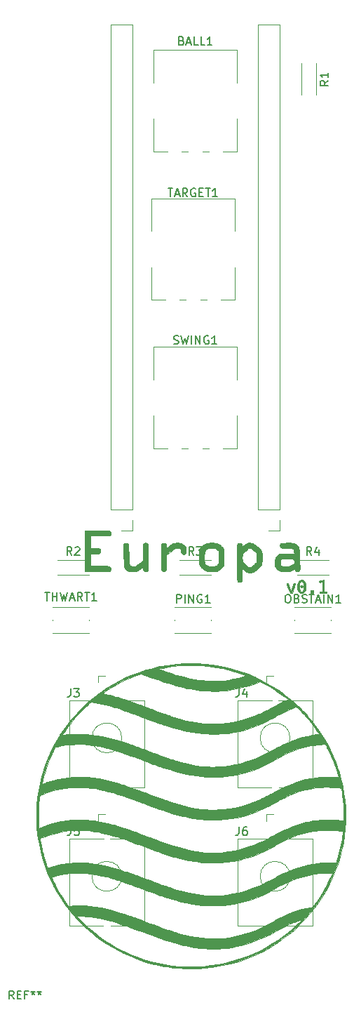
<source format=gbr>
%TF.GenerationSoftware,KiCad,Pcbnew,(5.99.0-9637-g1c773bc137)*%
%TF.CreationDate,2021-03-08T11:41:16+01:00*%
%TF.ProjectId,europa,6575726f-7061-42e6-9b69-6361645f7063,rev?*%
%TF.SameCoordinates,Original*%
%TF.FileFunction,Legend,Top*%
%TF.FilePolarity,Positive*%
%FSLAX46Y46*%
G04 Gerber Fmt 4.6, Leading zero omitted, Abs format (unit mm)*
G04 Created by KiCad (PCBNEW (5.99.0-9637-g1c773bc137)) date 2021-03-08 11:41:16*
%MOMM*%
%LPD*%
G01*
G04 APERTURE LIST*
%ADD10C,0.150000*%
%ADD11C,0.120000*%
%ADD12C,0.010000*%
G04 APERTURE END LIST*
D10*
%TO.C,REF\u002A\u002A*%
X80200666Y-147058380D02*
X79867333Y-146582190D01*
X79629238Y-147058380D02*
X79629238Y-146058380D01*
X80010190Y-146058380D01*
X80105428Y-146106000D01*
X80153047Y-146153619D01*
X80200666Y-146248857D01*
X80200666Y-146391714D01*
X80153047Y-146486952D01*
X80105428Y-146534571D01*
X80010190Y-146582190D01*
X79629238Y-146582190D01*
X80629238Y-146534571D02*
X80962571Y-146534571D01*
X81105428Y-147058380D02*
X80629238Y-147058380D01*
X80629238Y-146058380D01*
X81105428Y-146058380D01*
X81867333Y-146534571D02*
X81534000Y-146534571D01*
X81534000Y-147058380D02*
X81534000Y-146058380D01*
X82010190Y-146058380D01*
X82534000Y-146058380D02*
X82534000Y-146296476D01*
X82295904Y-146201238D02*
X82534000Y-146296476D01*
X82772095Y-146201238D01*
X82391142Y-146486952D02*
X82534000Y-146296476D01*
X82676857Y-146486952D01*
X83295904Y-146058380D02*
X83295904Y-146296476D01*
X83057809Y-146201238D02*
X83295904Y-146296476D01*
X83534000Y-146201238D01*
X83153047Y-146486952D02*
X83295904Y-146296476D01*
X83438761Y-146486952D01*
%TO.C,PING1*%
X99854000Y-99258380D02*
X99854000Y-98258380D01*
X100234952Y-98258380D01*
X100330190Y-98306000D01*
X100377809Y-98353619D01*
X100425428Y-98448857D01*
X100425428Y-98591714D01*
X100377809Y-98686952D01*
X100330190Y-98734571D01*
X100234952Y-98782190D01*
X99854000Y-98782190D01*
X100854000Y-99258380D02*
X100854000Y-98258380D01*
X101330190Y-99258380D02*
X101330190Y-98258380D01*
X101901619Y-99258380D01*
X101901619Y-98258380D01*
X102901619Y-98306000D02*
X102806380Y-98258380D01*
X102663523Y-98258380D01*
X102520666Y-98306000D01*
X102425428Y-98401238D01*
X102377809Y-98496476D01*
X102330190Y-98686952D01*
X102330190Y-98829809D01*
X102377809Y-99020285D01*
X102425428Y-99115523D01*
X102520666Y-99210761D01*
X102663523Y-99258380D01*
X102758761Y-99258380D01*
X102901619Y-99210761D01*
X102949238Y-99163142D01*
X102949238Y-98829809D01*
X102758761Y-98829809D01*
X103901619Y-99258380D02*
X103330190Y-99258380D01*
X103615904Y-99258380D02*
X103615904Y-98258380D01*
X103520666Y-98401238D01*
X103425428Y-98496476D01*
X103330190Y-98544095D01*
%TO.C,THWART1*%
X83955333Y-98004380D02*
X84526761Y-98004380D01*
X84241047Y-99004380D02*
X84241047Y-98004380D01*
X84860095Y-99004380D02*
X84860095Y-98004380D01*
X84860095Y-98480571D02*
X85431523Y-98480571D01*
X85431523Y-99004380D02*
X85431523Y-98004380D01*
X85812476Y-98004380D02*
X86050571Y-99004380D01*
X86241047Y-98290095D01*
X86431523Y-99004380D01*
X86669619Y-98004380D01*
X87002952Y-98718666D02*
X87479142Y-98718666D01*
X86907714Y-99004380D02*
X87241047Y-98004380D01*
X87574380Y-99004380D01*
X88479142Y-99004380D02*
X88145809Y-98528190D01*
X87907714Y-99004380D02*
X87907714Y-98004380D01*
X88288666Y-98004380D01*
X88383904Y-98052000D01*
X88431523Y-98099619D01*
X88479142Y-98194857D01*
X88479142Y-98337714D01*
X88431523Y-98432952D01*
X88383904Y-98480571D01*
X88288666Y-98528190D01*
X87907714Y-98528190D01*
X88764857Y-98004380D02*
X89336285Y-98004380D01*
X89050571Y-99004380D02*
X89050571Y-98004380D01*
X90193428Y-99004380D02*
X89622000Y-99004380D01*
X89907714Y-99004380D02*
X89907714Y-98004380D01*
X89812476Y-98147238D01*
X89717238Y-98242476D01*
X89622000Y-98290095D01*
%TO.C,TARGET1*%
X98829690Y-49265980D02*
X99401119Y-49265980D01*
X99115404Y-50265980D02*
X99115404Y-49265980D01*
X99686833Y-49980266D02*
X100163023Y-49980266D01*
X99591595Y-50265980D02*
X99924928Y-49265980D01*
X100258261Y-50265980D01*
X101163023Y-50265980D02*
X100829690Y-49789790D01*
X100591595Y-50265980D02*
X100591595Y-49265980D01*
X100972547Y-49265980D01*
X101067785Y-49313600D01*
X101115404Y-49361219D01*
X101163023Y-49456457D01*
X101163023Y-49599314D01*
X101115404Y-49694552D01*
X101067785Y-49742171D01*
X100972547Y-49789790D01*
X100591595Y-49789790D01*
X102115404Y-49313600D02*
X102020166Y-49265980D01*
X101877309Y-49265980D01*
X101734452Y-49313600D01*
X101639214Y-49408838D01*
X101591595Y-49504076D01*
X101543976Y-49694552D01*
X101543976Y-49837409D01*
X101591595Y-50027885D01*
X101639214Y-50123123D01*
X101734452Y-50218361D01*
X101877309Y-50265980D01*
X101972547Y-50265980D01*
X102115404Y-50218361D01*
X102163023Y-50170742D01*
X102163023Y-49837409D01*
X101972547Y-49837409D01*
X102591595Y-49742171D02*
X102924928Y-49742171D01*
X103067785Y-50265980D02*
X102591595Y-50265980D01*
X102591595Y-49265980D01*
X103067785Y-49265980D01*
X103353500Y-49265980D02*
X103924928Y-49265980D01*
X103639214Y-50265980D02*
X103639214Y-49265980D01*
X104782071Y-50265980D02*
X104210642Y-50265980D01*
X104496357Y-50265980D02*
X104496357Y-49265980D01*
X104401119Y-49408838D01*
X104305880Y-49504076D01*
X104210642Y-49551695D01*
%TO.C,J4*%
X107396666Y-109615180D02*
X107396666Y-110329466D01*
X107349047Y-110472323D01*
X107253809Y-110567561D01*
X107110952Y-110615180D01*
X107015714Y-110615180D01*
X108301428Y-109948514D02*
X108301428Y-110615180D01*
X108063333Y-109567561D02*
X107825238Y-110281847D01*
X108444285Y-110281847D01*
%TO.C,SWING1*%
X99512261Y-67998361D02*
X99655119Y-68045980D01*
X99893214Y-68045980D01*
X99988452Y-67998361D01*
X100036071Y-67950742D01*
X100083690Y-67855504D01*
X100083690Y-67760266D01*
X100036071Y-67665028D01*
X99988452Y-67617409D01*
X99893214Y-67569790D01*
X99702738Y-67522171D01*
X99607500Y-67474552D01*
X99559880Y-67426933D01*
X99512261Y-67331695D01*
X99512261Y-67236457D01*
X99559880Y-67141219D01*
X99607500Y-67093600D01*
X99702738Y-67045980D01*
X99940833Y-67045980D01*
X100083690Y-67093600D01*
X100417023Y-67045980D02*
X100655119Y-68045980D01*
X100845595Y-67331695D01*
X101036071Y-68045980D01*
X101274166Y-67045980D01*
X101655119Y-68045980D02*
X101655119Y-67045980D01*
X102131309Y-68045980D02*
X102131309Y-67045980D01*
X102702738Y-68045980D01*
X102702738Y-67045980D01*
X103702738Y-67093600D02*
X103607500Y-67045980D01*
X103464642Y-67045980D01*
X103321785Y-67093600D01*
X103226547Y-67188838D01*
X103178928Y-67284076D01*
X103131309Y-67474552D01*
X103131309Y-67617409D01*
X103178928Y-67807885D01*
X103226547Y-67903123D01*
X103321785Y-67998361D01*
X103464642Y-68045980D01*
X103559880Y-68045980D01*
X103702738Y-67998361D01*
X103750357Y-67950742D01*
X103750357Y-67617409D01*
X103559880Y-67617409D01*
X104702738Y-68045980D02*
X104131309Y-68045980D01*
X104417023Y-68045980D02*
X104417023Y-67045980D01*
X104321785Y-67188838D01*
X104226547Y-67284076D01*
X104131309Y-67331695D01*
%TO.C,BALL1*%
X100464642Y-31454171D02*
X100607500Y-31501790D01*
X100655119Y-31549409D01*
X100702738Y-31644647D01*
X100702738Y-31787504D01*
X100655119Y-31882742D01*
X100607500Y-31930361D01*
X100512261Y-31977980D01*
X100131309Y-31977980D01*
X100131309Y-30977980D01*
X100464642Y-30977980D01*
X100559880Y-31025600D01*
X100607500Y-31073219D01*
X100655119Y-31168457D01*
X100655119Y-31263695D01*
X100607500Y-31358933D01*
X100559880Y-31406552D01*
X100464642Y-31454171D01*
X100131309Y-31454171D01*
X101083690Y-31692266D02*
X101559880Y-31692266D01*
X100988452Y-31977980D02*
X101321785Y-30977980D01*
X101655119Y-31977980D01*
X102464642Y-31977980D02*
X101988452Y-31977980D01*
X101988452Y-30977980D01*
X103274166Y-31977980D02*
X102797976Y-31977980D01*
X102797976Y-30977980D01*
X104131309Y-31977980D02*
X103559880Y-31977980D01*
X103845595Y-31977980D02*
X103845595Y-30977980D01*
X103750357Y-31120838D01*
X103655119Y-31216076D01*
X103559880Y-31263695D01*
%TO.C,J6*%
X107396666Y-126313180D02*
X107396666Y-127027466D01*
X107349047Y-127170323D01*
X107253809Y-127265561D01*
X107110952Y-127313180D01*
X107015714Y-127313180D01*
X108301428Y-126313180D02*
X108110952Y-126313180D01*
X108015714Y-126360800D01*
X107968095Y-126408419D01*
X107872857Y-126551276D01*
X107825238Y-126741752D01*
X107825238Y-127122704D01*
X107872857Y-127217942D01*
X107920476Y-127265561D01*
X108015714Y-127313180D01*
X108206190Y-127313180D01*
X108301428Y-127265561D01*
X108349047Y-127217942D01*
X108396666Y-127122704D01*
X108396666Y-126884609D01*
X108349047Y-126789371D01*
X108301428Y-126741752D01*
X108206190Y-126694133D01*
X108015714Y-126694133D01*
X107920476Y-126741752D01*
X107872857Y-126789371D01*
X107825238Y-126884609D01*
%TO.C,R4*%
X116165333Y-93528380D02*
X115832000Y-93052190D01*
X115593904Y-93528380D02*
X115593904Y-92528380D01*
X115974857Y-92528380D01*
X116070095Y-92576000D01*
X116117714Y-92623619D01*
X116165333Y-92718857D01*
X116165333Y-92861714D01*
X116117714Y-92956952D01*
X116070095Y-93004571D01*
X115974857Y-93052190D01*
X115593904Y-93052190D01*
X117022476Y-92861714D02*
X117022476Y-93528380D01*
X116784380Y-92480761D02*
X116546285Y-93195047D01*
X117165333Y-93195047D01*
%TO.C,R1*%
X118196380Y-36264266D02*
X117720190Y-36597600D01*
X118196380Y-36835695D02*
X117196380Y-36835695D01*
X117196380Y-36454742D01*
X117244000Y-36359504D01*
X117291619Y-36311885D01*
X117386857Y-36264266D01*
X117529714Y-36264266D01*
X117624952Y-36311885D01*
X117672571Y-36359504D01*
X117720190Y-36454742D01*
X117720190Y-36835695D01*
X118196380Y-35311885D02*
X118196380Y-35883314D01*
X118196380Y-35597600D02*
X117196380Y-35597600D01*
X117339238Y-35692838D01*
X117434476Y-35788076D01*
X117482095Y-35883314D01*
%TO.C,J3*%
X87076666Y-109615180D02*
X87076666Y-110329466D01*
X87029047Y-110472323D01*
X86933809Y-110567561D01*
X86790952Y-110615180D01*
X86695714Y-110615180D01*
X87457619Y-109615180D02*
X88076666Y-109615180D01*
X87743333Y-109996133D01*
X87886190Y-109996133D01*
X87981428Y-110043752D01*
X88029047Y-110091371D01*
X88076666Y-110186609D01*
X88076666Y-110424704D01*
X88029047Y-110519942D01*
X87981428Y-110567561D01*
X87886190Y-110615180D01*
X87600476Y-110615180D01*
X87505238Y-110567561D01*
X87457619Y-110519942D01*
%TO.C,R3*%
X101941333Y-93528380D02*
X101608000Y-93052190D01*
X101369904Y-93528380D02*
X101369904Y-92528380D01*
X101750857Y-92528380D01*
X101846095Y-92576000D01*
X101893714Y-92623619D01*
X101941333Y-92718857D01*
X101941333Y-92861714D01*
X101893714Y-92956952D01*
X101846095Y-93004571D01*
X101750857Y-93052190D01*
X101369904Y-93052190D01*
X102274666Y-92528380D02*
X102893714Y-92528380D01*
X102560380Y-92909333D01*
X102703238Y-92909333D01*
X102798476Y-92956952D01*
X102846095Y-93004571D01*
X102893714Y-93099809D01*
X102893714Y-93337904D01*
X102846095Y-93433142D01*
X102798476Y-93480761D01*
X102703238Y-93528380D01*
X102417523Y-93528380D01*
X102322285Y-93480761D01*
X102274666Y-93433142D01*
%TO.C,R2*%
X87209333Y-93528380D02*
X86876000Y-93052190D01*
X86637904Y-93528380D02*
X86637904Y-92528380D01*
X87018857Y-92528380D01*
X87114095Y-92576000D01*
X87161714Y-92623619D01*
X87209333Y-92718857D01*
X87209333Y-92861714D01*
X87161714Y-92956952D01*
X87114095Y-93004571D01*
X87018857Y-93052190D01*
X86637904Y-93052190D01*
X87590285Y-92623619D02*
X87637904Y-92576000D01*
X87733142Y-92528380D01*
X87971238Y-92528380D01*
X88066476Y-92576000D01*
X88114095Y-92623619D01*
X88161714Y-92718857D01*
X88161714Y-92814095D01*
X88114095Y-92956952D01*
X87542666Y-93528380D01*
X88161714Y-93528380D01*
%TO.C,J5*%
X87076666Y-126313180D02*
X87076666Y-127027466D01*
X87029047Y-127170323D01*
X86933809Y-127265561D01*
X86790952Y-127313180D01*
X86695714Y-127313180D01*
X88029047Y-126313180D02*
X87552857Y-126313180D01*
X87505238Y-126789371D01*
X87552857Y-126741752D01*
X87648095Y-126694133D01*
X87886190Y-126694133D01*
X87981428Y-126741752D01*
X88029047Y-126789371D01*
X88076666Y-126884609D01*
X88076666Y-127122704D01*
X88029047Y-127217942D01*
X87981428Y-127265561D01*
X87886190Y-127313180D01*
X87648095Y-127313180D01*
X87552857Y-127265561D01*
X87505238Y-127217942D01*
%TO.C,OBSTAIN1*%
X113212952Y-98258380D02*
X113403428Y-98258380D01*
X113498666Y-98306000D01*
X113593904Y-98401238D01*
X113641523Y-98591714D01*
X113641523Y-98925047D01*
X113593904Y-99115523D01*
X113498666Y-99210761D01*
X113403428Y-99258380D01*
X113212952Y-99258380D01*
X113117714Y-99210761D01*
X113022476Y-99115523D01*
X112974857Y-98925047D01*
X112974857Y-98591714D01*
X113022476Y-98401238D01*
X113117714Y-98306000D01*
X113212952Y-98258380D01*
X114403428Y-98734571D02*
X114546285Y-98782190D01*
X114593904Y-98829809D01*
X114641523Y-98925047D01*
X114641523Y-99067904D01*
X114593904Y-99163142D01*
X114546285Y-99210761D01*
X114451047Y-99258380D01*
X114070095Y-99258380D01*
X114070095Y-98258380D01*
X114403428Y-98258380D01*
X114498666Y-98306000D01*
X114546285Y-98353619D01*
X114593904Y-98448857D01*
X114593904Y-98544095D01*
X114546285Y-98639333D01*
X114498666Y-98686952D01*
X114403428Y-98734571D01*
X114070095Y-98734571D01*
X115022476Y-99210761D02*
X115165333Y-99258380D01*
X115403428Y-99258380D01*
X115498666Y-99210761D01*
X115546285Y-99163142D01*
X115593904Y-99067904D01*
X115593904Y-98972666D01*
X115546285Y-98877428D01*
X115498666Y-98829809D01*
X115403428Y-98782190D01*
X115212952Y-98734571D01*
X115117714Y-98686952D01*
X115070095Y-98639333D01*
X115022476Y-98544095D01*
X115022476Y-98448857D01*
X115070095Y-98353619D01*
X115117714Y-98306000D01*
X115212952Y-98258380D01*
X115451047Y-98258380D01*
X115593904Y-98306000D01*
X115879619Y-98258380D02*
X116451047Y-98258380D01*
X116165333Y-99258380D02*
X116165333Y-98258380D01*
X116736761Y-98972666D02*
X117212952Y-98972666D01*
X116641523Y-99258380D02*
X116974857Y-98258380D01*
X117308190Y-99258380D01*
X117641523Y-99258380D02*
X117641523Y-98258380D01*
X118117714Y-99258380D02*
X118117714Y-98258380D01*
X118689142Y-99258380D01*
X118689142Y-98258380D01*
X119689142Y-99258380D02*
X119117714Y-99258380D01*
X119403428Y-99258380D02*
X119403428Y-98258380D01*
X119308190Y-98401238D01*
X119212952Y-98496476D01*
X119117714Y-98544095D01*
D11*
%TO.C,PING1*%
X99654000Y-102896000D02*
X104054000Y-102896000D01*
X104054000Y-99796000D02*
X99654000Y-99796000D01*
X99654000Y-101396000D02*
X99654000Y-101296000D01*
X104054000Y-101396000D02*
X104054000Y-101296000D01*
%TO.C,THWART1*%
X89322000Y-101396000D02*
X89322000Y-101296000D01*
X84922000Y-101396000D02*
X84922000Y-101296000D01*
X89322000Y-99796000D02*
X84922000Y-99796000D01*
X84922000Y-102896000D02*
X89322000Y-102896000D01*
%TO.C,TARGET1*%
X106874000Y-62730600D02*
X106874000Y-58793600D01*
X102725000Y-62730600D02*
X103484000Y-62730600D01*
X96833000Y-62730600D02*
X98483000Y-62730600D01*
X100225000Y-62730600D02*
X100984000Y-62730600D01*
X96833000Y-54426600D02*
X96833000Y-50490600D01*
X96833000Y-62730600D02*
X96833000Y-58793600D01*
X96833000Y-50490600D02*
X106874000Y-50490600D01*
X106874000Y-54426600D02*
X106874000Y-50490600D01*
X105224000Y-62730600D02*
X106874000Y-62730600D01*
%TO.C,J4*%
X116260000Y-111062800D02*
X112110000Y-111062800D01*
X111260000Y-121562800D02*
X107260000Y-121562800D01*
X110700000Y-108082800D02*
X111560000Y-108082800D01*
X111410000Y-111062800D02*
X107260000Y-111062800D01*
X107260000Y-111062800D02*
X107260000Y-121562800D01*
X110700000Y-108082800D02*
X110700000Y-108882800D01*
X116260000Y-111062800D02*
X116260000Y-121562800D01*
X116260000Y-121562800D02*
X112260000Y-121562800D01*
X113560000Y-115562800D02*
G75*
G03*
X113560000Y-115562800I-1800000J0D01*
G01*
%TO.C,SWING1*%
X102979000Y-80637600D02*
X103738000Y-80637600D01*
X97087000Y-72333600D02*
X97087000Y-68397600D01*
X105478000Y-80637600D02*
X107128000Y-80637600D01*
X97087000Y-80637600D02*
X97087000Y-76700600D01*
X107128000Y-80637600D02*
X107128000Y-76700600D01*
X97087000Y-68397600D02*
X107128000Y-68397600D01*
X97087000Y-80637600D02*
X98737000Y-80637600D01*
X100479000Y-80637600D02*
X101238000Y-80637600D01*
X107128000Y-72333600D02*
X107128000Y-68397600D01*
%TO.C,BALL1*%
X97087000Y-32583600D02*
X107128000Y-32583600D01*
X102979000Y-44823600D02*
X103738000Y-44823600D01*
X105478000Y-44823600D02*
X107128000Y-44823600D01*
X97087000Y-36519600D02*
X97087000Y-32583600D01*
X100479000Y-44823600D02*
X101238000Y-44823600D01*
X107128000Y-36519600D02*
X107128000Y-32583600D01*
X97087000Y-44823600D02*
X97087000Y-40886600D01*
X107128000Y-44823600D02*
X107128000Y-40886600D01*
X97087000Y-44823600D02*
X98737000Y-44823600D01*
%TO.C,J6*%
X116260000Y-138260800D02*
X112260000Y-138260800D01*
X116260000Y-127760800D02*
X112110000Y-127760800D01*
X111410000Y-127760800D02*
X107260000Y-127760800D01*
X110700000Y-124780800D02*
X110700000Y-125580800D01*
X116260000Y-127760800D02*
X116260000Y-138260800D01*
X110700000Y-124780800D02*
X111560000Y-124780800D01*
X111260000Y-138260800D02*
X107260000Y-138260800D01*
X107260000Y-127760800D02*
X107260000Y-138260800D01*
X113560000Y-132260800D02*
G75*
G03*
X113560000Y-132260800I-1800000J0D01*
G01*
%TO.C,R4*%
X114412000Y-94076000D02*
X118252000Y-94076000D01*
X114412000Y-95916000D02*
X118252000Y-95916000D01*
%TO.C,R1*%
X114904000Y-34177600D02*
X114904000Y-38017600D01*
X116744000Y-34177600D02*
X116744000Y-38017600D01*
%TO.C,J3*%
X86940000Y-111062800D02*
X86940000Y-121562800D01*
X90940000Y-121562800D02*
X86940000Y-121562800D01*
X95940000Y-121562800D02*
X91940000Y-121562800D01*
X90380000Y-108082800D02*
X91240000Y-108082800D01*
X95940000Y-111062800D02*
X91790000Y-111062800D01*
X95940000Y-111062800D02*
X95940000Y-121562800D01*
X91090000Y-111062800D02*
X86940000Y-111062800D01*
X90380000Y-108082800D02*
X90380000Y-108882800D01*
X93240000Y-115562800D02*
G75*
G03*
X93240000Y-115562800I-1800000J0D01*
G01*
%TO.C,R3*%
X100188000Y-94076000D02*
X104028000Y-94076000D01*
X100188000Y-95916000D02*
X104028000Y-95916000D01*
%TO.C,R2*%
X85456000Y-94076000D02*
X89296000Y-94076000D01*
X85456000Y-95916000D02*
X89296000Y-95916000D01*
%TO.C,J1*%
X112330000Y-90585600D02*
X111000000Y-90585600D01*
X112330000Y-87985600D02*
X112330000Y-29505600D01*
X112330000Y-89255600D02*
X112330000Y-90585600D01*
X112330000Y-87985600D02*
X109670000Y-87985600D01*
X109670000Y-87985600D02*
X109670000Y-29505600D01*
X112330000Y-29505600D02*
X109670000Y-29505600D01*
%TO.C,J5*%
X91090000Y-127760800D02*
X86940000Y-127760800D01*
X90940000Y-138260800D02*
X86940000Y-138260800D01*
X95940000Y-127760800D02*
X91790000Y-127760800D01*
X86940000Y-127760800D02*
X86940000Y-138260800D01*
X90380000Y-124780800D02*
X91240000Y-124780800D01*
X90380000Y-124780800D02*
X90380000Y-125580800D01*
X95940000Y-127760800D02*
X95940000Y-138260800D01*
X95940000Y-138260800D02*
X91940000Y-138260800D01*
X93240000Y-132260800D02*
G75*
G03*
X93240000Y-132260800I-1800000J0D01*
G01*
%TO.C,OBSTAIN1*%
X118532000Y-101396000D02*
X118532000Y-101296000D01*
X114132000Y-101396000D02*
X114132000Y-101296000D01*
X118532000Y-99796000D02*
X114132000Y-99796000D01*
X114132000Y-102896000D02*
X118532000Y-102896000D01*
D12*
%TO.C,Ref\u002A\u002A*%
X116356011Y-98086333D02*
X116080844Y-98086333D01*
X116080844Y-98086333D02*
X116080844Y-97747667D01*
X116080844Y-97747667D02*
X116356011Y-97747667D01*
X116356011Y-97747667D02*
X116356011Y-98086333D01*
X116356011Y-98086333D02*
X116356011Y-98086333D01*
G36*
X116356011Y-98086333D02*
G01*
X116080844Y-98086333D01*
X116080844Y-97747667D01*
X116356011Y-97747667D01*
X116356011Y-98086333D01*
G37*
X116356011Y-98086333D02*
X116080844Y-98086333D01*
X116080844Y-97747667D01*
X116356011Y-97747667D01*
X116356011Y-98086333D01*
X117689511Y-97895833D02*
X118007011Y-97895833D01*
X118007011Y-97895833D02*
X118007011Y-98086333D01*
X118007011Y-98086333D02*
X117139178Y-98086333D01*
X117139178Y-98086333D02*
X117139178Y-97895833D01*
X117139178Y-97895833D02*
X117456678Y-97895833D01*
X117456678Y-97895833D02*
X117456678Y-96730860D01*
X117456678Y-96730860D02*
X117398469Y-96743901D01*
X117398469Y-96743901D02*
X117335891Y-96758619D01*
X117335891Y-96758619D02*
X117266677Y-96775808D01*
X117266677Y-96775808D02*
X117266178Y-96775936D01*
X117266178Y-96775936D02*
X117201225Y-96789119D01*
X117201225Y-96789119D02*
X117145407Y-96795027D01*
X117145407Y-96795027D02*
X117143309Y-96795048D01*
X117143309Y-96795048D02*
X117114011Y-96791333D01*
X117114011Y-96791333D02*
X117100851Y-96772663D01*
X117100851Y-96772663D02*
X117099159Y-96728038D01*
X117099159Y-96728038D02*
X117100976Y-96695301D01*
X117100976Y-96695301D02*
X117107428Y-96595435D01*
X117107428Y-96595435D02*
X117266178Y-96558585D01*
X117266178Y-96558585D02*
X117366845Y-96539500D01*
X117366845Y-96539500D02*
X117473719Y-96525874D01*
X117473719Y-96525874D02*
X117557219Y-96520867D01*
X117557219Y-96520867D02*
X117689511Y-96520000D01*
X117689511Y-96520000D02*
X117689511Y-97895833D01*
X117689511Y-97895833D02*
X117689511Y-97895833D01*
G36*
X117689511Y-97895833D02*
G01*
X118007011Y-97895833D01*
X118007011Y-98086333D01*
X117139178Y-98086333D01*
X117139178Y-97895833D01*
X117456678Y-97895833D01*
X117456678Y-96730860D01*
X117398469Y-96743901D01*
X117335891Y-96758619D01*
X117266677Y-96775808D01*
X117266178Y-96775936D01*
X117201225Y-96789119D01*
X117145407Y-96795027D01*
X117143309Y-96795048D01*
X117114011Y-96791333D01*
X117100851Y-96772663D01*
X117099159Y-96728038D01*
X117100976Y-96695301D01*
X117107428Y-96595435D01*
X117266178Y-96558585D01*
X117366845Y-96539500D01*
X117473719Y-96525874D01*
X117557219Y-96520867D01*
X117689511Y-96520000D01*
X117689511Y-97895833D01*
G37*
X117689511Y-97895833D02*
X118007011Y-97895833D01*
X118007011Y-98086333D01*
X117139178Y-98086333D01*
X117139178Y-97895833D01*
X117456678Y-97895833D01*
X117456678Y-96730860D01*
X117398469Y-96743901D01*
X117335891Y-96758619D01*
X117266677Y-96775808D01*
X117266178Y-96775936D01*
X117201225Y-96789119D01*
X117145407Y-96795027D01*
X117143309Y-96795048D01*
X117114011Y-96791333D01*
X117100851Y-96772663D01*
X117099159Y-96728038D01*
X117100976Y-96695301D01*
X117107428Y-96595435D01*
X117266178Y-96558585D01*
X117366845Y-96539500D01*
X117473719Y-96525874D01*
X117557219Y-96520867D01*
X117689511Y-96520000D01*
X117689511Y-97895833D01*
X108687903Y-92035025D02*
X108719407Y-92035843D01*
X108719407Y-92035843D02*
X108834152Y-92039177D01*
X108834152Y-92039177D02*
X108916207Y-92043441D01*
X108916207Y-92043441D02*
X108975204Y-92050569D01*
X108975204Y-92050569D02*
X109020773Y-92062497D01*
X109020773Y-92062497D02*
X109062546Y-92081163D01*
X109062546Y-92081163D02*
X109110154Y-92108501D01*
X109110154Y-92108501D02*
X109124782Y-92117333D01*
X109124782Y-92117333D02*
X109198404Y-92165494D01*
X109198404Y-92165494D02*
X109294733Y-92233741D01*
X109294733Y-92233741D02*
X109406110Y-92316118D01*
X109406110Y-92316118D02*
X109524879Y-92406673D01*
X109524879Y-92406673D02*
X109643380Y-92499450D01*
X109643380Y-92499450D02*
X109753957Y-92588495D01*
X109753957Y-92588495D02*
X109848951Y-92667852D01*
X109848951Y-92667852D02*
X109920704Y-92731569D01*
X109920704Y-92731569D02*
X109944579Y-92754784D01*
X109944579Y-92754784D02*
X110005312Y-92822705D01*
X110005312Y-92822705D02*
X110054662Y-92893195D01*
X110054662Y-92893195D02*
X110093738Y-92971390D01*
X110093738Y-92971390D02*
X110123648Y-93062429D01*
X110123648Y-93062429D02*
X110145500Y-93171449D01*
X110145500Y-93171449D02*
X110160402Y-93303588D01*
X110160402Y-93303588D02*
X110169461Y-93463984D01*
X110169461Y-93463984D02*
X110173787Y-93657773D01*
X110173787Y-93657773D02*
X110174592Y-93821250D01*
X110174592Y-93821250D02*
X110172341Y-94054253D01*
X110172341Y-94054253D02*
X110165370Y-94248595D01*
X110165370Y-94248595D02*
X110153353Y-94407720D01*
X110153353Y-94407720D02*
X110135966Y-94535071D01*
X110135966Y-94535071D02*
X110112882Y-94634091D01*
X110112882Y-94634091D02*
X110092455Y-94689995D01*
X110092455Y-94689995D02*
X110057775Y-94752386D01*
X110057775Y-94752386D02*
X110004673Y-94821655D01*
X110004673Y-94821655D02*
X109929970Y-94900864D01*
X109929970Y-94900864D02*
X109830485Y-94993076D01*
X109830485Y-94993076D02*
X109703040Y-95101352D01*
X109703040Y-95101352D02*
X109544455Y-95228755D01*
X109544455Y-95228755D02*
X109483224Y-95276702D01*
X109483224Y-95276702D02*
X109350493Y-95379484D01*
X109350493Y-95379484D02*
X109243755Y-95458957D01*
X109243755Y-95458957D02*
X109155747Y-95518006D01*
X109155747Y-95518006D02*
X109079207Y-95559518D01*
X109079207Y-95559518D02*
X109006873Y-95586379D01*
X109006873Y-95586379D02*
X108931482Y-95601475D01*
X108931482Y-95601475D02*
X108845772Y-95607693D01*
X108845772Y-95607693D02*
X108742481Y-95607918D01*
X108742481Y-95607918D02*
X108654580Y-95606026D01*
X108654580Y-95606026D02*
X108512800Y-95601114D01*
X108512800Y-95601114D02*
X108402832Y-95591439D01*
X108402832Y-95591439D02*
X108314520Y-95572739D01*
X108314520Y-95572739D02*
X108237707Y-95540752D01*
X108237707Y-95540752D02*
X108162238Y-95491214D01*
X108162238Y-95491214D02*
X108077954Y-95419864D01*
X108077954Y-95419864D02*
X107974701Y-95322439D01*
X107974701Y-95322439D02*
X107971503Y-95319356D01*
X107971503Y-95319356D02*
X107783511Y-95138131D01*
X107783511Y-95138131D02*
X107783046Y-95834357D01*
X107783046Y-95834357D02*
X107782753Y-96026489D01*
X107782753Y-96026489D02*
X107781990Y-96181117D01*
X107781990Y-96181117D02*
X107780508Y-96303066D01*
X107780508Y-96303066D02*
X107778056Y-96397166D01*
X107778056Y-96397166D02*
X107774384Y-96468243D01*
X107774384Y-96468243D02*
X107769242Y-96521125D01*
X107769242Y-96521125D02*
X107762380Y-96560640D01*
X107762380Y-96560640D02*
X107753547Y-96591616D01*
X107753547Y-96591616D02*
X107742493Y-96618879D01*
X107742493Y-96618879D02*
X107742376Y-96619138D01*
X107742376Y-96619138D02*
X107696435Y-96691449D01*
X107696435Y-96691449D02*
X107639842Y-96739904D01*
X107639842Y-96739904D02*
X107638059Y-96740846D01*
X107638059Y-96740846D02*
X107551821Y-96767446D01*
X107551821Y-96767446D02*
X107451316Y-96772353D01*
X107451316Y-96772353D02*
X107355832Y-96755975D01*
X107355832Y-96755975D02*
X107305171Y-96733846D01*
X107305171Y-96733846D02*
X107283645Y-96721170D01*
X107283645Y-96721170D02*
X107264525Y-96709290D01*
X107264525Y-96709290D02*
X107247669Y-96695757D01*
X107247669Y-96695757D02*
X107232933Y-96678124D01*
X107232933Y-96678124D02*
X107220176Y-96653944D01*
X107220176Y-96653944D02*
X107209256Y-96620769D01*
X107209256Y-96620769D02*
X107200030Y-96576151D01*
X107200030Y-96576151D02*
X107192356Y-96517644D01*
X107192356Y-96517644D02*
X107186091Y-96442800D01*
X107186091Y-96442800D02*
X107181094Y-96349171D01*
X107181094Y-96349171D02*
X107177221Y-96234310D01*
X107177221Y-96234310D02*
X107174332Y-96095770D01*
X107174332Y-96095770D02*
X107172283Y-95931103D01*
X107172283Y-95931103D02*
X107170932Y-95737862D01*
X107170932Y-95737862D02*
X107170137Y-95513599D01*
X107170137Y-95513599D02*
X107169755Y-95255867D01*
X107169755Y-95255867D02*
X107169645Y-94962218D01*
X107169645Y-94962218D02*
X107169664Y-94630206D01*
X107169664Y-94630206D02*
X107169678Y-94403333D01*
X107169678Y-94403333D02*
X107169660Y-94047029D01*
X107169660Y-94047029D02*
X107169686Y-93810745D01*
X107169686Y-93810745D02*
X107784287Y-93810745D01*
X107784287Y-93810745D02*
X107785873Y-93935879D01*
X107785873Y-93935879D02*
X107790229Y-94051872D01*
X107790229Y-94051872D02*
X107797347Y-94148448D01*
X107797347Y-94148448D02*
X107806405Y-94211667D01*
X107806405Y-94211667D02*
X107815997Y-94249929D01*
X107815997Y-94249929D02*
X107829730Y-94284578D01*
X107829730Y-94284578D02*
X107851940Y-94320845D01*
X107851940Y-94320845D02*
X107886962Y-94363965D01*
X107886962Y-94363965D02*
X107939132Y-94419170D01*
X107939132Y-94419170D02*
X108012787Y-94491694D01*
X108012787Y-94491694D02*
X108112260Y-94586770D01*
X108112260Y-94586770D02*
X108135305Y-94608638D01*
X108135305Y-94608638D02*
X108232926Y-94700404D01*
X108232926Y-94700404D02*
X108323666Y-94784182D01*
X108323666Y-94784182D02*
X108401749Y-94854756D01*
X108401749Y-94854756D02*
X108461399Y-94906913D01*
X108461399Y-94906913D02*
X108496840Y-94935438D01*
X108496840Y-94935438D02*
X108498702Y-94936706D01*
X108498702Y-94936706D02*
X108566408Y-94963825D01*
X108566408Y-94963825D02*
X108665487Y-94974430D01*
X108665487Y-94974430D02*
X108687130Y-94974694D01*
X108687130Y-94974694D02*
X108749843Y-94973619D01*
X108749843Y-94973619D02*
X108796703Y-94966851D01*
X108796703Y-94966851D02*
X108839378Y-94949311D01*
X108839378Y-94949311D02*
X108889534Y-94915920D01*
X108889534Y-94915920D02*
X108958838Y-94861600D01*
X108958838Y-94861600D02*
X108972880Y-94850307D01*
X108972880Y-94850307D02*
X109148556Y-94706396D01*
X109148556Y-94706396D02*
X109289258Y-94585581D01*
X109289258Y-94585581D02*
X109395300Y-94487575D01*
X109395300Y-94487575D02*
X109466996Y-94412087D01*
X109466996Y-94412087D02*
X109503852Y-94360435D01*
X109503852Y-94360435D02*
X109515994Y-94332618D01*
X109515994Y-94332618D02*
X109525076Y-94299167D01*
X109525076Y-94299167D02*
X109531429Y-94254226D01*
X109531429Y-94254226D02*
X109535381Y-94191939D01*
X109535381Y-94191939D02*
X109537263Y-94106450D01*
X109537263Y-94106450D02*
X109537404Y-93991902D01*
X109537404Y-93991902D02*
X109536133Y-93842439D01*
X109536133Y-93842439D02*
X109535602Y-93796287D01*
X109535602Y-93796287D02*
X109534068Y-93634760D01*
X109534068Y-93634760D02*
X109531938Y-93508611D01*
X109531938Y-93508611D02*
X109526435Y-93410941D01*
X109526435Y-93410941D02*
X109514782Y-93334849D01*
X109514782Y-93334849D02*
X109494203Y-93273436D01*
X109494203Y-93273436D02*
X109461922Y-93219803D01*
X109461922Y-93219803D02*
X109415160Y-93167051D01*
X109415160Y-93167051D02*
X109351143Y-93108279D01*
X109351143Y-93108279D02*
X109267093Y-93036588D01*
X109267093Y-93036588D02*
X109210497Y-92988447D01*
X109210497Y-92988447D02*
X109087077Y-92883958D01*
X109087077Y-92883958D02*
X108989215Y-92804660D01*
X108989215Y-92804660D02*
X108911231Y-92747175D01*
X108911231Y-92747175D02*
X108847444Y-92708123D01*
X108847444Y-92708123D02*
X108792175Y-92684125D01*
X108792175Y-92684125D02*
X108739742Y-92671802D01*
X108739742Y-92671802D02*
X108684467Y-92667775D01*
X108684467Y-92667775D02*
X108671277Y-92667667D01*
X108671277Y-92667667D02*
X108624969Y-92668822D01*
X108624969Y-92668822D02*
X108584018Y-92674489D01*
X108584018Y-92674489D02*
X108543807Y-92687974D01*
X108543807Y-92687974D02*
X108499721Y-92712581D01*
X108499721Y-92712581D02*
X108447142Y-92751613D01*
X108447142Y-92751613D02*
X108381455Y-92808375D01*
X108381455Y-92808375D02*
X108298043Y-92886171D01*
X108298043Y-92886171D02*
X108192290Y-92988305D01*
X108192290Y-92988305D02*
X108107310Y-93071338D01*
X108107310Y-93071338D02*
X107998854Y-93179181D01*
X107998854Y-93179181D02*
X107918405Y-93263428D01*
X107918405Y-93263428D02*
X107862208Y-93328473D01*
X107862208Y-93328473D02*
X107826510Y-93378710D01*
X107826510Y-93378710D02*
X107807559Y-93418533D01*
X107807559Y-93418533D02*
X107805803Y-93424329D01*
X107805803Y-93424329D02*
X107796229Y-93483263D01*
X107796229Y-93483263D02*
X107789457Y-93574161D01*
X107789457Y-93574161D02*
X107785479Y-93686748D01*
X107785479Y-93686748D02*
X107784287Y-93810745D01*
X107784287Y-93810745D02*
X107169686Y-93810745D01*
X107169686Y-93810745D02*
X107169696Y-93730605D01*
X107169696Y-93730605D02*
X107169916Y-93451604D01*
X107169916Y-93451604D02*
X107170449Y-93207573D01*
X107170449Y-93207573D02*
X107171427Y-92996057D01*
X107171427Y-92996057D02*
X107172981Y-92814602D01*
X107172981Y-92814602D02*
X107175241Y-92660753D01*
X107175241Y-92660753D02*
X107178337Y-92532055D01*
X107178337Y-92532055D02*
X107182400Y-92426055D01*
X107182400Y-92426055D02*
X107187562Y-92340297D01*
X107187562Y-92340297D02*
X107193952Y-92272327D01*
X107193952Y-92272327D02*
X107201701Y-92219691D01*
X107201701Y-92219691D02*
X107210939Y-92179934D01*
X107210939Y-92179934D02*
X107221798Y-92150601D01*
X107221798Y-92150601D02*
X107234408Y-92129239D01*
X107234408Y-92129239D02*
X107248899Y-92113392D01*
X107248899Y-92113392D02*
X107265403Y-92100605D01*
X107265403Y-92100605D02*
X107284049Y-92088425D01*
X107284049Y-92088425D02*
X107293181Y-92082484D01*
X107293181Y-92082484D02*
X107366475Y-92053477D01*
X107366475Y-92053477D02*
X107459049Y-92042897D01*
X107459049Y-92042897D02*
X107553380Y-92050515D01*
X107553380Y-92050515D02*
X107631950Y-92076107D01*
X107631950Y-92076107D02*
X107649600Y-92087088D01*
X107649600Y-92087088D02*
X107724945Y-92167864D01*
X107724945Y-92167864D02*
X107770267Y-92275431D01*
X107770267Y-92275431D02*
X107783478Y-92388684D01*
X107783478Y-92388684D02*
X107783511Y-92501285D01*
X107783511Y-92501285D02*
X107979303Y-92329545D01*
X107979303Y-92329545D02*
X108069787Y-92254475D01*
X108069787Y-92254475D02*
X108164107Y-92183386D01*
X108164107Y-92183386D02*
X108250003Y-92125157D01*
X108250003Y-92125157D02*
X108305781Y-92093121D01*
X108305781Y-92093121D02*
X108359917Y-92067040D01*
X108359917Y-92067040D02*
X108404748Y-92049337D01*
X108404748Y-92049337D02*
X108450117Y-92038647D01*
X108450117Y-92038647D02*
X108505870Y-92033607D01*
X108505870Y-92033607D02*
X108581850Y-92032854D01*
X108581850Y-92032854D02*
X108687903Y-92035025D01*
X108687903Y-92035025D02*
X108687903Y-92035025D01*
G36*
X107169916Y-93451604D02*
G01*
X107170449Y-93207573D01*
X107171427Y-92996057D01*
X107172981Y-92814602D01*
X107175241Y-92660753D01*
X107178337Y-92532055D01*
X107182400Y-92426055D01*
X107187562Y-92340297D01*
X107193952Y-92272327D01*
X107201701Y-92219691D01*
X107210939Y-92179934D01*
X107221798Y-92150601D01*
X107234408Y-92129239D01*
X107248899Y-92113392D01*
X107265403Y-92100605D01*
X107284049Y-92088425D01*
X107293181Y-92082484D01*
X107366475Y-92053477D01*
X107459049Y-92042897D01*
X107553380Y-92050515D01*
X107631950Y-92076107D01*
X107649600Y-92087088D01*
X107724945Y-92167864D01*
X107770267Y-92275431D01*
X107783478Y-92388684D01*
X107783511Y-92501285D01*
X107979303Y-92329545D01*
X108069787Y-92254475D01*
X108164107Y-92183386D01*
X108250003Y-92125157D01*
X108305781Y-92093121D01*
X108359917Y-92067040D01*
X108404748Y-92049337D01*
X108450117Y-92038647D01*
X108505870Y-92033607D01*
X108581850Y-92032854D01*
X108687903Y-92035025D01*
X108719407Y-92035843D01*
X108834152Y-92039177D01*
X108916207Y-92043441D01*
X108975204Y-92050569D01*
X109020773Y-92062497D01*
X109062546Y-92081163D01*
X109110154Y-92108501D01*
X109124782Y-92117333D01*
X109198404Y-92165494D01*
X109294733Y-92233741D01*
X109406110Y-92316118D01*
X109524879Y-92406673D01*
X109643380Y-92499450D01*
X109753957Y-92588495D01*
X109848951Y-92667852D01*
X109920704Y-92731569D01*
X109944579Y-92754784D01*
X110005312Y-92822705D01*
X110054662Y-92893195D01*
X110093738Y-92971390D01*
X110123648Y-93062429D01*
X110145500Y-93171449D01*
X110160402Y-93303588D01*
X110169461Y-93463984D01*
X110173787Y-93657773D01*
X110174592Y-93821250D01*
X110172341Y-94054253D01*
X110165370Y-94248595D01*
X110153353Y-94407720D01*
X110135966Y-94535071D01*
X110112882Y-94634091D01*
X110092455Y-94689995D01*
X110057775Y-94752386D01*
X110004673Y-94821655D01*
X109929970Y-94900864D01*
X109830485Y-94993076D01*
X109703040Y-95101352D01*
X109544455Y-95228755D01*
X109483224Y-95276702D01*
X109350493Y-95379484D01*
X109243755Y-95458957D01*
X109155747Y-95518006D01*
X109079207Y-95559518D01*
X109006873Y-95586379D01*
X108931482Y-95601475D01*
X108845772Y-95607693D01*
X108742481Y-95607918D01*
X108654580Y-95606026D01*
X108512800Y-95601114D01*
X108402832Y-95591439D01*
X108314520Y-95572739D01*
X108237707Y-95540752D01*
X108162238Y-95491214D01*
X108077954Y-95419864D01*
X107974701Y-95322439D01*
X107971503Y-95319356D01*
X107783511Y-95138131D01*
X107783046Y-95834357D01*
X107782753Y-96026489D01*
X107781990Y-96181117D01*
X107780508Y-96303066D01*
X107778056Y-96397166D01*
X107774384Y-96468243D01*
X107769242Y-96521125D01*
X107762380Y-96560640D01*
X107753547Y-96591616D01*
X107742493Y-96618879D01*
X107742376Y-96619138D01*
X107696435Y-96691449D01*
X107639842Y-96739904D01*
X107638059Y-96740846D01*
X107551821Y-96767446D01*
X107451316Y-96772353D01*
X107355832Y-96755975D01*
X107305171Y-96733846D01*
X107283645Y-96721170D01*
X107264525Y-96709290D01*
X107247669Y-96695757D01*
X107232933Y-96678124D01*
X107220176Y-96653944D01*
X107209256Y-96620769D01*
X107200030Y-96576151D01*
X107192356Y-96517644D01*
X107186091Y-96442800D01*
X107181094Y-96349171D01*
X107177221Y-96234310D01*
X107174332Y-96095770D01*
X107172283Y-95931103D01*
X107170932Y-95737862D01*
X107170137Y-95513599D01*
X107169755Y-95255867D01*
X107169645Y-94962218D01*
X107169664Y-94630206D01*
X107169678Y-94403333D01*
X107169660Y-94047029D01*
X107169686Y-93810745D01*
X107784287Y-93810745D01*
X107785873Y-93935879D01*
X107790229Y-94051872D01*
X107797347Y-94148448D01*
X107806405Y-94211667D01*
X107815997Y-94249929D01*
X107829730Y-94284578D01*
X107851940Y-94320845D01*
X107886962Y-94363965D01*
X107939132Y-94419170D01*
X108012787Y-94491694D01*
X108112260Y-94586770D01*
X108135305Y-94608638D01*
X108232926Y-94700404D01*
X108323666Y-94784182D01*
X108401749Y-94854756D01*
X108461399Y-94906913D01*
X108496840Y-94935438D01*
X108498702Y-94936706D01*
X108566408Y-94963825D01*
X108665487Y-94974430D01*
X108687130Y-94974694D01*
X108749843Y-94973619D01*
X108796703Y-94966851D01*
X108839378Y-94949311D01*
X108889534Y-94915920D01*
X108958838Y-94861600D01*
X108972880Y-94850307D01*
X109148556Y-94706396D01*
X109289258Y-94585581D01*
X109395300Y-94487575D01*
X109466996Y-94412087D01*
X109503852Y-94360435D01*
X109515994Y-94332618D01*
X109525076Y-94299167D01*
X109531429Y-94254226D01*
X109535381Y-94191939D01*
X109537263Y-94106450D01*
X109537404Y-93991902D01*
X109536133Y-93842439D01*
X109535602Y-93796287D01*
X109534068Y-93634760D01*
X109531938Y-93508611D01*
X109526435Y-93410941D01*
X109514782Y-93334849D01*
X109494203Y-93273436D01*
X109461922Y-93219803D01*
X109415160Y-93167051D01*
X109351143Y-93108279D01*
X109267093Y-93036588D01*
X109210497Y-92988447D01*
X109087077Y-92883958D01*
X108989215Y-92804660D01*
X108911231Y-92747175D01*
X108847444Y-92708123D01*
X108792175Y-92684125D01*
X108739742Y-92671802D01*
X108684467Y-92667775D01*
X108671277Y-92667667D01*
X108624969Y-92668822D01*
X108584018Y-92674489D01*
X108543807Y-92687974D01*
X108499721Y-92712581D01*
X108447142Y-92751613D01*
X108381455Y-92808375D01*
X108298043Y-92886171D01*
X108192290Y-92988305D01*
X108107310Y-93071338D01*
X107998854Y-93179181D01*
X107918405Y-93263428D01*
X107862208Y-93328473D01*
X107826510Y-93378710D01*
X107807559Y-93418533D01*
X107805803Y-93424329D01*
X107796229Y-93483263D01*
X107789457Y-93574161D01*
X107785479Y-93686748D01*
X107784287Y-93810745D01*
X107169686Y-93810745D01*
X107169696Y-93730605D01*
X107169916Y-93451604D01*
G37*
X107169916Y-93451604D02*
X107170449Y-93207573D01*
X107171427Y-92996057D01*
X107172981Y-92814602D01*
X107175241Y-92660753D01*
X107178337Y-92532055D01*
X107182400Y-92426055D01*
X107187562Y-92340297D01*
X107193952Y-92272327D01*
X107201701Y-92219691D01*
X107210939Y-92179934D01*
X107221798Y-92150601D01*
X107234408Y-92129239D01*
X107248899Y-92113392D01*
X107265403Y-92100605D01*
X107284049Y-92088425D01*
X107293181Y-92082484D01*
X107366475Y-92053477D01*
X107459049Y-92042897D01*
X107553380Y-92050515D01*
X107631950Y-92076107D01*
X107649600Y-92087088D01*
X107724945Y-92167864D01*
X107770267Y-92275431D01*
X107783478Y-92388684D01*
X107783511Y-92501285D01*
X107979303Y-92329545D01*
X108069787Y-92254475D01*
X108164107Y-92183386D01*
X108250003Y-92125157D01*
X108305781Y-92093121D01*
X108359917Y-92067040D01*
X108404748Y-92049337D01*
X108450117Y-92038647D01*
X108505870Y-92033607D01*
X108581850Y-92032854D01*
X108687903Y-92035025D01*
X108719407Y-92035843D01*
X108834152Y-92039177D01*
X108916207Y-92043441D01*
X108975204Y-92050569D01*
X109020773Y-92062497D01*
X109062546Y-92081163D01*
X109110154Y-92108501D01*
X109124782Y-92117333D01*
X109198404Y-92165494D01*
X109294733Y-92233741D01*
X109406110Y-92316118D01*
X109524879Y-92406673D01*
X109643380Y-92499450D01*
X109753957Y-92588495D01*
X109848951Y-92667852D01*
X109920704Y-92731569D01*
X109944579Y-92754784D01*
X110005312Y-92822705D01*
X110054662Y-92893195D01*
X110093738Y-92971390D01*
X110123648Y-93062429D01*
X110145500Y-93171449D01*
X110160402Y-93303588D01*
X110169461Y-93463984D01*
X110173787Y-93657773D01*
X110174592Y-93821250D01*
X110172341Y-94054253D01*
X110165370Y-94248595D01*
X110153353Y-94407720D01*
X110135966Y-94535071D01*
X110112882Y-94634091D01*
X110092455Y-94689995D01*
X110057775Y-94752386D01*
X110004673Y-94821655D01*
X109929970Y-94900864D01*
X109830485Y-94993076D01*
X109703040Y-95101352D01*
X109544455Y-95228755D01*
X109483224Y-95276702D01*
X109350493Y-95379484D01*
X109243755Y-95458957D01*
X109155747Y-95518006D01*
X109079207Y-95559518D01*
X109006873Y-95586379D01*
X108931482Y-95601475D01*
X108845772Y-95607693D01*
X108742481Y-95607918D01*
X108654580Y-95606026D01*
X108512800Y-95601114D01*
X108402832Y-95591439D01*
X108314520Y-95572739D01*
X108237707Y-95540752D01*
X108162238Y-95491214D01*
X108077954Y-95419864D01*
X107974701Y-95322439D01*
X107971503Y-95319356D01*
X107783511Y-95138131D01*
X107783046Y-95834357D01*
X107782753Y-96026489D01*
X107781990Y-96181117D01*
X107780508Y-96303066D01*
X107778056Y-96397166D01*
X107774384Y-96468243D01*
X107769242Y-96521125D01*
X107762380Y-96560640D01*
X107753547Y-96591616D01*
X107742493Y-96618879D01*
X107742376Y-96619138D01*
X107696435Y-96691449D01*
X107639842Y-96739904D01*
X107638059Y-96740846D01*
X107551821Y-96767446D01*
X107451316Y-96772353D01*
X107355832Y-96755975D01*
X107305171Y-96733846D01*
X107283645Y-96721170D01*
X107264525Y-96709290D01*
X107247669Y-96695757D01*
X107232933Y-96678124D01*
X107220176Y-96653944D01*
X107209256Y-96620769D01*
X107200030Y-96576151D01*
X107192356Y-96517644D01*
X107186091Y-96442800D01*
X107181094Y-96349171D01*
X107177221Y-96234310D01*
X107174332Y-96095770D01*
X107172283Y-95931103D01*
X107170932Y-95737862D01*
X107170137Y-95513599D01*
X107169755Y-95255867D01*
X107169645Y-94962218D01*
X107169664Y-94630206D01*
X107169678Y-94403333D01*
X107169660Y-94047029D01*
X107169686Y-93810745D01*
X107784287Y-93810745D01*
X107785873Y-93935879D01*
X107790229Y-94051872D01*
X107797347Y-94148448D01*
X107806405Y-94211667D01*
X107815997Y-94249929D01*
X107829730Y-94284578D01*
X107851940Y-94320845D01*
X107886962Y-94363965D01*
X107939132Y-94419170D01*
X108012787Y-94491694D01*
X108112260Y-94586770D01*
X108135305Y-94608638D01*
X108232926Y-94700404D01*
X108323666Y-94784182D01*
X108401749Y-94854756D01*
X108461399Y-94906913D01*
X108496840Y-94935438D01*
X108498702Y-94936706D01*
X108566408Y-94963825D01*
X108665487Y-94974430D01*
X108687130Y-94974694D01*
X108749843Y-94973619D01*
X108796703Y-94966851D01*
X108839378Y-94949311D01*
X108889534Y-94915920D01*
X108958838Y-94861600D01*
X108972880Y-94850307D01*
X109148556Y-94706396D01*
X109289258Y-94585581D01*
X109395300Y-94487575D01*
X109466996Y-94412087D01*
X109503852Y-94360435D01*
X109515994Y-94332618D01*
X109525076Y-94299167D01*
X109531429Y-94254226D01*
X109535381Y-94191939D01*
X109537263Y-94106450D01*
X109537404Y-93991902D01*
X109536133Y-93842439D01*
X109535602Y-93796287D01*
X109534068Y-93634760D01*
X109531938Y-93508611D01*
X109526435Y-93410941D01*
X109514782Y-93334849D01*
X109494203Y-93273436D01*
X109461922Y-93219803D01*
X109415160Y-93167051D01*
X109351143Y-93108279D01*
X109267093Y-93036588D01*
X109210497Y-92988447D01*
X109087077Y-92883958D01*
X108989215Y-92804660D01*
X108911231Y-92747175D01*
X108847444Y-92708123D01*
X108792175Y-92684125D01*
X108739742Y-92671802D01*
X108684467Y-92667775D01*
X108671277Y-92667667D01*
X108624969Y-92668822D01*
X108584018Y-92674489D01*
X108543807Y-92687974D01*
X108499721Y-92712581D01*
X108447142Y-92751613D01*
X108381455Y-92808375D01*
X108298043Y-92886171D01*
X108192290Y-92988305D01*
X108107310Y-93071338D01*
X107998854Y-93179181D01*
X107918405Y-93263428D01*
X107862208Y-93328473D01*
X107826510Y-93378710D01*
X107807559Y-93418533D01*
X107805803Y-93424329D01*
X107796229Y-93483263D01*
X107789457Y-93574161D01*
X107785479Y-93686748D01*
X107784287Y-93810745D01*
X107169686Y-93810745D01*
X107169696Y-93730605D01*
X107169916Y-93451604D01*
X115092584Y-96519214D02*
X115195631Y-96556595D01*
X115195631Y-96556595D02*
X115273375Y-96610223D01*
X115273375Y-96610223D02*
X115280814Y-96618126D01*
X115280814Y-96618126D02*
X115348684Y-96721401D01*
X115348684Y-96721401D02*
X115401235Y-96855813D01*
X115401235Y-96855813D02*
X115437925Y-97012827D01*
X115437925Y-97012827D02*
X115458209Y-97183907D01*
X115458209Y-97183907D02*
X115461543Y-97360520D01*
X115461543Y-97360520D02*
X115447384Y-97534130D01*
X115447384Y-97534130D02*
X115415188Y-97696202D01*
X115415188Y-97696202D02*
X115364412Y-97838202D01*
X115364412Y-97838202D02*
X115359226Y-97849065D01*
X115359226Y-97849065D02*
X115292236Y-97961322D01*
X115292236Y-97961322D02*
X115214883Y-98036960D01*
X115214883Y-98036960D02*
X115118467Y-98081661D01*
X115118467Y-98081661D02*
X114994285Y-98101105D01*
X114994285Y-98101105D02*
X114971503Y-98102243D01*
X114971503Y-98102243D02*
X114865320Y-98100714D01*
X114865320Y-98100714D02*
X114783511Y-98088109D01*
X114783511Y-98088109D02*
X114757928Y-98079232D01*
X114757928Y-98079232D02*
X114674305Y-98022684D01*
X114674305Y-98022684D02*
X114595498Y-97936354D01*
X114595498Y-97936354D02*
X114531245Y-97832507D01*
X114531245Y-97832507D02*
X114499482Y-97753833D01*
X114499482Y-97753833D02*
X114484155Y-97694716D01*
X114484155Y-97694716D02*
X114473434Y-97627285D01*
X114473434Y-97627285D02*
X114466659Y-97543165D01*
X114466659Y-97543165D02*
X114463171Y-97433983D01*
X114463171Y-97433983D02*
X114462383Y-97303167D01*
X114462383Y-97303167D02*
X114683844Y-97303167D01*
X114683844Y-97303167D02*
X114688669Y-97477844D01*
X114688669Y-97477844D02*
X114703959Y-97616535D01*
X114703959Y-97616535D02*
X114730938Y-97724566D01*
X114730938Y-97724566D02*
X114770830Y-97807263D01*
X114770830Y-97807263D02*
X114811070Y-97856982D01*
X114811070Y-97856982D02*
X114886176Y-97906262D01*
X114886176Y-97906262D02*
X114969318Y-97919070D01*
X114969318Y-97919070D02*
X115049560Y-97895181D01*
X115049560Y-97895181D02*
X115092182Y-97862723D01*
X115092182Y-97862723D02*
X115148349Y-97783049D01*
X115148349Y-97783049D02*
X115189516Y-97670083D01*
X115189516Y-97670083D02*
X115216516Y-97521072D01*
X115216516Y-97521072D02*
X115225700Y-97421704D01*
X115225700Y-97421704D02*
X115229978Y-97235497D01*
X115229978Y-97235497D02*
X115217073Y-97069463D01*
X115217073Y-97069463D02*
X115188131Y-96927878D01*
X115188131Y-96927878D02*
X115144300Y-96815017D01*
X115144300Y-96815017D02*
X115086724Y-96735157D01*
X115086724Y-96735157D02*
X115031669Y-96697957D01*
X115031669Y-96697957D02*
X114943661Y-96678307D01*
X114943661Y-96678307D02*
X114866516Y-96699051D01*
X114866516Y-96699051D02*
X114800720Y-96756147D01*
X114800720Y-96756147D02*
X114753028Y-96828808D01*
X114753028Y-96828808D02*
X114718855Y-96920419D01*
X114718855Y-96920419D02*
X114696888Y-97037117D01*
X114696888Y-97037117D02*
X114685818Y-97185040D01*
X114685818Y-97185040D02*
X114683844Y-97303167D01*
X114683844Y-97303167D02*
X114462383Y-97303167D01*
X114462383Y-97303167D02*
X114462311Y-97291366D01*
X114462311Y-97291366D02*
X114462328Y-97282000D01*
X114462328Y-97282000D02*
X114463180Y-97147851D01*
X114463180Y-97147851D02*
X114465662Y-97047608D01*
X114465662Y-97047608D02*
X114470633Y-96972851D01*
X114470633Y-96972851D02*
X114478954Y-96915162D01*
X114478954Y-96915162D02*
X114491482Y-96866119D01*
X114491482Y-96866119D02*
X114509077Y-96817304D01*
X114509077Y-96817304D02*
X114509981Y-96815031D01*
X114509981Y-96815031D02*
X114572886Y-96696225D01*
X114572886Y-96696225D02*
X114655120Y-96599345D01*
X114655120Y-96599345D02*
X114748348Y-96533883D01*
X114748348Y-96533883D02*
X114762539Y-96527455D01*
X114762539Y-96527455D02*
X114862946Y-96502354D01*
X114862946Y-96502354D02*
X114977325Y-96500370D01*
X114977325Y-96500370D02*
X115092584Y-96519214D01*
X115092584Y-96519214D02*
X115092584Y-96519214D01*
G36*
X114462328Y-97282000D02*
G01*
X114463180Y-97147851D01*
X114465662Y-97047608D01*
X114470633Y-96972851D01*
X114478954Y-96915162D01*
X114491482Y-96866119D01*
X114509077Y-96817304D01*
X114509981Y-96815031D01*
X114572886Y-96696225D01*
X114655120Y-96599345D01*
X114748348Y-96533883D01*
X114762539Y-96527455D01*
X114862946Y-96502354D01*
X114977325Y-96500370D01*
X115092584Y-96519214D01*
X115195631Y-96556595D01*
X115273375Y-96610223D01*
X115280814Y-96618126D01*
X115348684Y-96721401D01*
X115401235Y-96855813D01*
X115437925Y-97012827D01*
X115458209Y-97183907D01*
X115461543Y-97360520D01*
X115447384Y-97534130D01*
X115415188Y-97696202D01*
X115364412Y-97838202D01*
X115359226Y-97849065D01*
X115292236Y-97961322D01*
X115214883Y-98036960D01*
X115118467Y-98081661D01*
X114994285Y-98101105D01*
X114971503Y-98102243D01*
X114865320Y-98100714D01*
X114783511Y-98088109D01*
X114757928Y-98079232D01*
X114674305Y-98022684D01*
X114595498Y-97936354D01*
X114531245Y-97832507D01*
X114499482Y-97753833D01*
X114484155Y-97694716D01*
X114473434Y-97627285D01*
X114466659Y-97543165D01*
X114463171Y-97433983D01*
X114462383Y-97303167D01*
X114683844Y-97303167D01*
X114688669Y-97477844D01*
X114703959Y-97616535D01*
X114730938Y-97724566D01*
X114770830Y-97807263D01*
X114811070Y-97856982D01*
X114886176Y-97906262D01*
X114969318Y-97919070D01*
X115049560Y-97895181D01*
X115092182Y-97862723D01*
X115148349Y-97783049D01*
X115189516Y-97670083D01*
X115216516Y-97521072D01*
X115225700Y-97421704D01*
X115229978Y-97235497D01*
X115217073Y-97069463D01*
X115188131Y-96927878D01*
X115144300Y-96815017D01*
X115086724Y-96735157D01*
X115031669Y-96697957D01*
X114943661Y-96678307D01*
X114866516Y-96699051D01*
X114800720Y-96756147D01*
X114753028Y-96828808D01*
X114718855Y-96920419D01*
X114696888Y-97037117D01*
X114685818Y-97185040D01*
X114683844Y-97303167D01*
X114462383Y-97303167D01*
X114462311Y-97291366D01*
X114462328Y-97282000D01*
G37*
X114462328Y-97282000D02*
X114463180Y-97147851D01*
X114465662Y-97047608D01*
X114470633Y-96972851D01*
X114478954Y-96915162D01*
X114491482Y-96866119D01*
X114509077Y-96817304D01*
X114509981Y-96815031D01*
X114572886Y-96696225D01*
X114655120Y-96599345D01*
X114748348Y-96533883D01*
X114762539Y-96527455D01*
X114862946Y-96502354D01*
X114977325Y-96500370D01*
X115092584Y-96519214D01*
X115195631Y-96556595D01*
X115273375Y-96610223D01*
X115280814Y-96618126D01*
X115348684Y-96721401D01*
X115401235Y-96855813D01*
X115437925Y-97012827D01*
X115458209Y-97183907D01*
X115461543Y-97360520D01*
X115447384Y-97534130D01*
X115415188Y-97696202D01*
X115364412Y-97838202D01*
X115359226Y-97849065D01*
X115292236Y-97961322D01*
X115214883Y-98036960D01*
X115118467Y-98081661D01*
X114994285Y-98101105D01*
X114971503Y-98102243D01*
X114865320Y-98100714D01*
X114783511Y-98088109D01*
X114757928Y-98079232D01*
X114674305Y-98022684D01*
X114595498Y-97936354D01*
X114531245Y-97832507D01*
X114499482Y-97753833D01*
X114484155Y-97694716D01*
X114473434Y-97627285D01*
X114466659Y-97543165D01*
X114463171Y-97433983D01*
X114462383Y-97303167D01*
X114683844Y-97303167D01*
X114688669Y-97477844D01*
X114703959Y-97616535D01*
X114730938Y-97724566D01*
X114770830Y-97807263D01*
X114811070Y-97856982D01*
X114886176Y-97906262D01*
X114969318Y-97919070D01*
X115049560Y-97895181D01*
X115092182Y-97862723D01*
X115148349Y-97783049D01*
X115189516Y-97670083D01*
X115216516Y-97521072D01*
X115225700Y-97421704D01*
X115229978Y-97235497D01*
X115217073Y-97069463D01*
X115188131Y-96927878D01*
X115144300Y-96815017D01*
X115086724Y-96735157D01*
X115031669Y-96697957D01*
X114943661Y-96678307D01*
X114866516Y-96699051D01*
X114800720Y-96756147D01*
X114753028Y-96828808D01*
X114718855Y-96920419D01*
X114696888Y-97037117D01*
X114685818Y-97185040D01*
X114683844Y-97303167D01*
X114462383Y-97303167D01*
X114462311Y-97291366D01*
X114462328Y-97282000D01*
X90252219Y-90530145D02*
X90554511Y-90530379D01*
X90554511Y-90530379D02*
X90816902Y-90530970D01*
X90816902Y-90530970D02*
X91041826Y-90531963D01*
X91041826Y-90531963D02*
X91231716Y-90533400D01*
X91231716Y-90533400D02*
X91389002Y-90535323D01*
X91389002Y-90535323D02*
X91516119Y-90537775D01*
X91516119Y-90537775D02*
X91615497Y-90540798D01*
X91615497Y-90540798D02*
X91689570Y-90544435D01*
X91689570Y-90544435D02*
X91740770Y-90548729D01*
X91740770Y-90548729D02*
X91771529Y-90553723D01*
X91771529Y-90553723D02*
X91780876Y-90556912D01*
X91780876Y-90556912D02*
X91855835Y-90617527D01*
X91855835Y-90617527D02*
X91906691Y-90707183D01*
X91906691Y-90707183D02*
X91929023Y-90817440D01*
X91929023Y-90817440D02*
X91929678Y-90840931D01*
X91929678Y-90840931D02*
X91915507Y-90962444D01*
X91915507Y-90962444D02*
X91871987Y-91055264D01*
X91871987Y-91055264D02*
X91797608Y-91122590D01*
X91797608Y-91122590D02*
X91796358Y-91123357D01*
X91796358Y-91123357D02*
X91780114Y-91132351D01*
X91780114Y-91132351D02*
X91760975Y-91139938D01*
X91760975Y-91139938D02*
X91735425Y-91146237D01*
X91735425Y-91146237D02*
X91699946Y-91151369D01*
X91699946Y-91151369D02*
X91651019Y-91155452D01*
X91651019Y-91155452D02*
X91585127Y-91158607D01*
X91585127Y-91158607D02*
X91498752Y-91160953D01*
X91498752Y-91160953D02*
X91388376Y-91162611D01*
X91388376Y-91162611D02*
X91250481Y-91163699D01*
X91250481Y-91163699D02*
X91081550Y-91164339D01*
X91081550Y-91164339D02*
X90878063Y-91164649D01*
X90878063Y-91164649D02*
X90636504Y-91164748D01*
X90636504Y-91164748D02*
X90580303Y-91164754D01*
X90580303Y-91164754D02*
X89432011Y-91164833D01*
X89432011Y-91164833D02*
X89432011Y-92664983D01*
X89432011Y-92664983D02*
X89956881Y-92671617D01*
X89956881Y-92671617D02*
X90131456Y-92674139D01*
X90131456Y-92674139D02*
X90269008Y-92677562D01*
X90269008Y-92677562D02*
X90374846Y-92683057D01*
X90374846Y-92683057D02*
X90454280Y-92691797D01*
X90454280Y-92691797D02*
X90512618Y-92704953D01*
X90512618Y-92704953D02*
X90555172Y-92723697D01*
X90555172Y-92723697D02*
X90587248Y-92749201D01*
X90587248Y-92749201D02*
X90614158Y-92782638D01*
X90614158Y-92782638D02*
X90639442Y-92822275D01*
X90639442Y-92822275D02*
X90670945Y-92907223D01*
X90670945Y-92907223D02*
X90680003Y-93010096D01*
X90680003Y-93010096D02*
X90666392Y-93112787D01*
X90666392Y-93112787D02*
X90643770Y-93173871D01*
X90643770Y-93173871D02*
X90619055Y-93217216D01*
X90619055Y-93217216D02*
X90590994Y-93251336D01*
X90590994Y-93251336D02*
X90554489Y-93277324D01*
X90554489Y-93277324D02*
X90504447Y-93296275D01*
X90504447Y-93296275D02*
X90435772Y-93309284D01*
X90435772Y-93309284D02*
X90343367Y-93317445D01*
X90343367Y-93317445D02*
X90222139Y-93321854D01*
X90222139Y-93321854D02*
X90066990Y-93323603D01*
X90066990Y-93323603D02*
X89945633Y-93323833D01*
X89945633Y-93323833D02*
X89432011Y-93323833D01*
X89432011Y-93323833D02*
X89432011Y-94826667D01*
X89432011Y-94826667D02*
X90570049Y-94826667D01*
X90570049Y-94826667D02*
X90819634Y-94826741D01*
X90819634Y-94826741D02*
X91030432Y-94827039D01*
X91030432Y-94827039D02*
X91205989Y-94827674D01*
X91205989Y-94827674D02*
X91349852Y-94828761D01*
X91349852Y-94828761D02*
X91465565Y-94830413D01*
X91465565Y-94830413D02*
X91556676Y-94832743D01*
X91556676Y-94832743D02*
X91626731Y-94835866D01*
X91626731Y-94835866D02*
X91679275Y-94839895D01*
X91679275Y-94839895D02*
X91717855Y-94844943D01*
X91717855Y-94844943D02*
X91746017Y-94851124D01*
X91746017Y-94851124D02*
X91767307Y-94858552D01*
X91767307Y-94858552D02*
X91781841Y-94865503D01*
X91781841Y-94865503D02*
X91859238Y-94929283D01*
X91859238Y-94929283D02*
X91909462Y-95021904D01*
X91909462Y-95021904D02*
X91929428Y-95137399D01*
X91929428Y-95137399D02*
X91929645Y-95151551D01*
X91929645Y-95151551D02*
X91914287Y-95274529D01*
X91914287Y-95274529D02*
X91868141Y-95368493D01*
X91868141Y-95368493D02*
X91791230Y-95433400D01*
X91791230Y-95433400D02*
X91772533Y-95442720D01*
X91772533Y-95442720D02*
X91753781Y-95450379D01*
X91753781Y-95450379D02*
X91731625Y-95456974D01*
X91731625Y-95456974D02*
X91702946Y-95462586D01*
X91702946Y-95462586D02*
X91664621Y-95467296D01*
X91664621Y-95467296D02*
X91613529Y-95471184D01*
X91613529Y-95471184D02*
X91546550Y-95474329D01*
X91546550Y-95474329D02*
X91460562Y-95476813D01*
X91460562Y-95476813D02*
X91352444Y-95478715D01*
X91352444Y-95478715D02*
X91219074Y-95480116D01*
X91219074Y-95480116D02*
X91057332Y-95481096D01*
X91057332Y-95481096D02*
X90864095Y-95481736D01*
X90864095Y-95481736D02*
X90636244Y-95482115D01*
X90636244Y-95482115D02*
X90370656Y-95482314D01*
X90370656Y-95482314D02*
X90231053Y-95482368D01*
X90231053Y-95482368D02*
X88775844Y-95482833D01*
X88775844Y-95482833D02*
X88775844Y-90529833D01*
X88775844Y-90529833D02*
X90252219Y-90530145D01*
X90252219Y-90530145D02*
X90252219Y-90530145D01*
G36*
X90252219Y-90530145D02*
G01*
X90554511Y-90530379D01*
X90816902Y-90530970D01*
X91041826Y-90531963D01*
X91231716Y-90533400D01*
X91389002Y-90535323D01*
X91516119Y-90537775D01*
X91615497Y-90540798D01*
X91689570Y-90544435D01*
X91740770Y-90548729D01*
X91771529Y-90553723D01*
X91780876Y-90556912D01*
X91855835Y-90617527D01*
X91906691Y-90707183D01*
X91929023Y-90817440D01*
X91929678Y-90840931D01*
X91915507Y-90962444D01*
X91871987Y-91055264D01*
X91797608Y-91122590D01*
X91796358Y-91123357D01*
X91780114Y-91132351D01*
X91760975Y-91139938D01*
X91735425Y-91146237D01*
X91699946Y-91151369D01*
X91651019Y-91155452D01*
X91585127Y-91158607D01*
X91498752Y-91160953D01*
X91388376Y-91162611D01*
X91250481Y-91163699D01*
X91081550Y-91164339D01*
X90878063Y-91164649D01*
X90636504Y-91164748D01*
X90580303Y-91164754D01*
X89432011Y-91164833D01*
X89432011Y-92664983D01*
X89956881Y-92671617D01*
X90131456Y-92674139D01*
X90269008Y-92677562D01*
X90374846Y-92683057D01*
X90454280Y-92691797D01*
X90512618Y-92704953D01*
X90555172Y-92723697D01*
X90587248Y-92749201D01*
X90614158Y-92782638D01*
X90639442Y-92822275D01*
X90670945Y-92907223D01*
X90680003Y-93010096D01*
X90666392Y-93112787D01*
X90643770Y-93173871D01*
X90619055Y-93217216D01*
X90590994Y-93251336D01*
X90554489Y-93277324D01*
X90504447Y-93296275D01*
X90435772Y-93309284D01*
X90343367Y-93317445D01*
X90222139Y-93321854D01*
X90066990Y-93323603D01*
X89945633Y-93323833D01*
X89432011Y-93323833D01*
X89432011Y-94826667D01*
X90570049Y-94826667D01*
X90819634Y-94826741D01*
X91030432Y-94827039D01*
X91205989Y-94827674D01*
X91349852Y-94828761D01*
X91465565Y-94830413D01*
X91556676Y-94832743D01*
X91626731Y-94835866D01*
X91679275Y-94839895D01*
X91717855Y-94844943D01*
X91746017Y-94851124D01*
X91767307Y-94858552D01*
X91781841Y-94865503D01*
X91859238Y-94929283D01*
X91909462Y-95021904D01*
X91929428Y-95137399D01*
X91929645Y-95151551D01*
X91914287Y-95274529D01*
X91868141Y-95368493D01*
X91791230Y-95433400D01*
X91772533Y-95442720D01*
X91753781Y-95450379D01*
X91731625Y-95456974D01*
X91702946Y-95462586D01*
X91664621Y-95467296D01*
X91613529Y-95471184D01*
X91546550Y-95474329D01*
X91460562Y-95476813D01*
X91352444Y-95478715D01*
X91219074Y-95480116D01*
X91057332Y-95481096D01*
X90864095Y-95481736D01*
X90636244Y-95482115D01*
X90370656Y-95482314D01*
X90231053Y-95482368D01*
X88775844Y-95482833D01*
X88775844Y-90529833D01*
X90252219Y-90530145D01*
G37*
X90252219Y-90530145D02*
X90554511Y-90530379D01*
X90816902Y-90530970D01*
X91041826Y-90531963D01*
X91231716Y-90533400D01*
X91389002Y-90535323D01*
X91516119Y-90537775D01*
X91615497Y-90540798D01*
X91689570Y-90544435D01*
X91740770Y-90548729D01*
X91771529Y-90553723D01*
X91780876Y-90556912D01*
X91855835Y-90617527D01*
X91906691Y-90707183D01*
X91929023Y-90817440D01*
X91929678Y-90840931D01*
X91915507Y-90962444D01*
X91871987Y-91055264D01*
X91797608Y-91122590D01*
X91796358Y-91123357D01*
X91780114Y-91132351D01*
X91760975Y-91139938D01*
X91735425Y-91146237D01*
X91699946Y-91151369D01*
X91651019Y-91155452D01*
X91585127Y-91158607D01*
X91498752Y-91160953D01*
X91388376Y-91162611D01*
X91250481Y-91163699D01*
X91081550Y-91164339D01*
X90878063Y-91164649D01*
X90636504Y-91164748D01*
X90580303Y-91164754D01*
X89432011Y-91164833D01*
X89432011Y-92664983D01*
X89956881Y-92671617D01*
X90131456Y-92674139D01*
X90269008Y-92677562D01*
X90374846Y-92683057D01*
X90454280Y-92691797D01*
X90512618Y-92704953D01*
X90555172Y-92723697D01*
X90587248Y-92749201D01*
X90614158Y-92782638D01*
X90639442Y-92822275D01*
X90670945Y-92907223D01*
X90680003Y-93010096D01*
X90666392Y-93112787D01*
X90643770Y-93173871D01*
X90619055Y-93217216D01*
X90590994Y-93251336D01*
X90554489Y-93277324D01*
X90504447Y-93296275D01*
X90435772Y-93309284D01*
X90343367Y-93317445D01*
X90222139Y-93321854D01*
X90066990Y-93323603D01*
X89945633Y-93323833D01*
X89432011Y-93323833D01*
X89432011Y-94826667D01*
X90570049Y-94826667D01*
X90819634Y-94826741D01*
X91030432Y-94827039D01*
X91205989Y-94827674D01*
X91349852Y-94828761D01*
X91465565Y-94830413D01*
X91556676Y-94832743D01*
X91626731Y-94835866D01*
X91679275Y-94839895D01*
X91717855Y-94844943D01*
X91746017Y-94851124D01*
X91767307Y-94858552D01*
X91781841Y-94865503D01*
X91859238Y-94929283D01*
X91909462Y-95021904D01*
X91929428Y-95137399D01*
X91929645Y-95151551D01*
X91914287Y-95274529D01*
X91868141Y-95368493D01*
X91791230Y-95433400D01*
X91772533Y-95442720D01*
X91753781Y-95450379D01*
X91731625Y-95456974D01*
X91702946Y-95462586D01*
X91664621Y-95467296D01*
X91613529Y-95471184D01*
X91546550Y-95474329D01*
X91460562Y-95476813D01*
X91352444Y-95478715D01*
X91219074Y-95480116D01*
X91057332Y-95481096D01*
X90864095Y-95481736D01*
X90636244Y-95482115D01*
X90370656Y-95482314D01*
X90231053Y-95482368D01*
X88775844Y-95482833D01*
X88775844Y-90529833D01*
X90252219Y-90530145D01*
X115025371Y-97165827D02*
X115035217Y-97171199D01*
X115035217Y-97171199D02*
X115069279Y-97210232D01*
X115069279Y-97210232D02*
X115097246Y-97267196D01*
X115097246Y-97267196D02*
X115107178Y-97313320D01*
X115107178Y-97313320D02*
X115089536Y-97359241D01*
X115089536Y-97359241D02*
X115046302Y-97405930D01*
X115046302Y-97405930D02*
X114992012Y-97440674D01*
X114992012Y-97440674D02*
X114949390Y-97451333D01*
X114949390Y-97451333D02*
X114893843Y-97436579D01*
X114893843Y-97436579D02*
X114853178Y-97409000D01*
X114853178Y-97409000D02*
X114819929Y-97351119D01*
X114819929Y-97351119D02*
X114811845Y-97280929D01*
X114811845Y-97280929D02*
X114829223Y-97216411D01*
X114829223Y-97216411D02*
X114849553Y-97190030D01*
X114849553Y-97190030D02*
X114901237Y-97164326D01*
X114901237Y-97164326D02*
X114967409Y-97155491D01*
X114967409Y-97155491D02*
X115025371Y-97165827D01*
X115025371Y-97165827D02*
X115025371Y-97165827D01*
G36*
X115025371Y-97165827D02*
G01*
X115035217Y-97171199D01*
X115069279Y-97210232D01*
X115097246Y-97267196D01*
X115107178Y-97313320D01*
X115089536Y-97359241D01*
X115046302Y-97405930D01*
X114992012Y-97440674D01*
X114949390Y-97451333D01*
X114893843Y-97436579D01*
X114853178Y-97409000D01*
X114819929Y-97351119D01*
X114811845Y-97280929D01*
X114829223Y-97216411D01*
X114849553Y-97190030D01*
X114901237Y-97164326D01*
X114967409Y-97155491D01*
X115025371Y-97165827D01*
G37*
X115025371Y-97165827D02*
X115035217Y-97171199D01*
X115069279Y-97210232D01*
X115097246Y-97267196D01*
X115107178Y-97313320D01*
X115089536Y-97359241D01*
X115046302Y-97405930D01*
X114992012Y-97440674D01*
X114949390Y-97451333D01*
X114893843Y-97436579D01*
X114853178Y-97409000D01*
X114819929Y-97351119D01*
X114811845Y-97280929D01*
X114829223Y-97216411D01*
X114849553Y-97190030D01*
X114901237Y-97164326D01*
X114967409Y-97155491D01*
X115025371Y-97165827D01*
X113247275Y-96905185D02*
X113355873Y-96911583D01*
X113355873Y-96911583D02*
X113517448Y-97381064D01*
X113517448Y-97381064D02*
X113679023Y-97850544D01*
X113679023Y-97850544D02*
X113840031Y-97381064D01*
X113840031Y-97381064D02*
X114001039Y-96911583D01*
X114001039Y-96911583D02*
X114109608Y-96905185D01*
X114109608Y-96905185D02*
X114170860Y-96904554D01*
X114170860Y-96904554D02*
X114210389Y-96909858D01*
X114210389Y-96909858D02*
X114218522Y-96915769D01*
X114218522Y-96915769D02*
X114211800Y-96939344D01*
X114211800Y-96939344D02*
X114192633Y-96997635D01*
X114192633Y-96997635D02*
X114162792Y-97085482D01*
X114162792Y-97085482D02*
X114124048Y-97197726D01*
X114124048Y-97197726D02*
X114078173Y-97329208D01*
X114078173Y-97329208D02*
X114026939Y-97474768D01*
X114026939Y-97474768D02*
X114014638Y-97509542D01*
X114014638Y-97509542D02*
X113810408Y-98086333D01*
X113810408Y-98086333D02*
X113547090Y-98086333D01*
X113547090Y-98086333D02*
X113342747Y-97509542D01*
X113342747Y-97509542D02*
X113290500Y-97361486D01*
X113290500Y-97361486D02*
X113243196Y-97226327D01*
X113243196Y-97226327D02*
X113202610Y-97109224D01*
X113202610Y-97109224D02*
X113170517Y-97015335D01*
X113170517Y-97015335D02*
X113148689Y-96949819D01*
X113148689Y-96949819D02*
X113138902Y-96917835D01*
X113138902Y-96917835D02*
X113138541Y-96915769D01*
X113138541Y-96915769D02*
X113157626Y-96907320D01*
X113157626Y-96907320D02*
X113206409Y-96904033D01*
X113206409Y-96904033D02*
X113247275Y-96905185D01*
X113247275Y-96905185D02*
X113247275Y-96905185D01*
G36*
X113247275Y-96905185D02*
G01*
X113355873Y-96911583D01*
X113517448Y-97381064D01*
X113679023Y-97850544D01*
X113840031Y-97381064D01*
X114001039Y-96911583D01*
X114109608Y-96905185D01*
X114170860Y-96904554D01*
X114210389Y-96909858D01*
X114218522Y-96915769D01*
X114211800Y-96939344D01*
X114192633Y-96997635D01*
X114162792Y-97085482D01*
X114124048Y-97197726D01*
X114078173Y-97329208D01*
X114026939Y-97474768D01*
X114014638Y-97509542D01*
X113810408Y-98086333D01*
X113547090Y-98086333D01*
X113342747Y-97509542D01*
X113290500Y-97361486D01*
X113243196Y-97226327D01*
X113202610Y-97109224D01*
X113170517Y-97015335D01*
X113148689Y-96949819D01*
X113138902Y-96917835D01*
X113138541Y-96915769D01*
X113157626Y-96907320D01*
X113206409Y-96904033D01*
X113247275Y-96905185D01*
G37*
X113247275Y-96905185D02*
X113355873Y-96911583D01*
X113517448Y-97381064D01*
X113679023Y-97850544D01*
X113840031Y-97381064D01*
X114001039Y-96911583D01*
X114109608Y-96905185D01*
X114170860Y-96904554D01*
X114210389Y-96909858D01*
X114218522Y-96915769D01*
X114211800Y-96939344D01*
X114192633Y-96997635D01*
X114162792Y-97085482D01*
X114124048Y-97197726D01*
X114078173Y-97329208D01*
X114026939Y-97474768D01*
X114014638Y-97509542D01*
X113810408Y-98086333D01*
X113547090Y-98086333D01*
X113342747Y-97509542D01*
X113290500Y-97361486D01*
X113243196Y-97226327D01*
X113202610Y-97109224D01*
X113170517Y-97015335D01*
X113148689Y-96949819D01*
X113138902Y-96917835D01*
X113138541Y-96915769D01*
X113157626Y-96907320D01*
X113206409Y-96904033D01*
X113247275Y-96905185D01*
X100090816Y-92036156D02*
X100247105Y-92048085D01*
X100247105Y-92048085D02*
X100375972Y-92070645D01*
X100375972Y-92070645D02*
X100484642Y-92106028D01*
X100484642Y-92106028D02*
X100580337Y-92156424D01*
X100580337Y-92156424D02*
X100670282Y-92224026D01*
X100670282Y-92224026D02*
X100737840Y-92286867D01*
X100737840Y-92286867D02*
X100857074Y-92427632D01*
X100857074Y-92427632D02*
X100940453Y-92579951D01*
X100940453Y-92579951D02*
X100990486Y-92750221D01*
X100990486Y-92750221D02*
X101009682Y-92944842D01*
X101009682Y-92944842D02*
X101010059Y-92980917D01*
X101010059Y-92980917D02*
X101001162Y-93127228D01*
X101001162Y-93127228D02*
X100973728Y-93240621D01*
X100973728Y-93240621D02*
X100926232Y-93326943D01*
X100926232Y-93326943D02*
X100916794Y-93338489D01*
X100916794Y-93338489D02*
X100882362Y-93371279D01*
X100882362Y-93371279D02*
X100840875Y-93390271D01*
X100840875Y-93390271D02*
X100778359Y-93400424D01*
X100778359Y-93400424D02*
X100732571Y-93403878D01*
X100732571Y-93403878D02*
X100651398Y-93406176D01*
X100651398Y-93406176D02*
X100595429Y-93398623D01*
X100595429Y-93398623D02*
X100548044Y-93377910D01*
X100548044Y-93377910D02*
X100523344Y-93362239D01*
X100523344Y-93362239D02*
X100456389Y-93292974D01*
X100456389Y-93292974D02*
X100408013Y-93191499D01*
X100408013Y-93191499D02*
X100380952Y-93064862D01*
X100380952Y-93064862D02*
X100376104Y-92983005D01*
X100376104Y-92983005D02*
X100359628Y-92865479D01*
X100359628Y-92865479D02*
X100313791Y-92773496D01*
X100313791Y-92773496D02*
X100240962Y-92711038D01*
X100240962Y-92711038D02*
X100205111Y-92695320D01*
X100205111Y-92695320D02*
X100130348Y-92679180D01*
X100130348Y-92679180D02*
X100030756Y-92670484D01*
X100030756Y-92670484D02*
X99919685Y-92668993D01*
X99919685Y-92668993D02*
X99810487Y-92674466D01*
X99810487Y-92674466D02*
X99716511Y-92686665D01*
X99716511Y-92686665D02*
X99651291Y-92705263D01*
X99651291Y-92705263D02*
X99614825Y-92728111D01*
X99614825Y-92728111D02*
X99551000Y-92774383D01*
X99551000Y-92774383D02*
X99464809Y-92840197D01*
X99464809Y-92840197D02*
X99361243Y-92921672D01*
X99361243Y-92921672D02*
X99245295Y-93014927D01*
X99245295Y-93014927D02*
X99121956Y-93116079D01*
X99121956Y-93116079D02*
X99107334Y-93128200D01*
X99107334Y-93128200D02*
X98641679Y-93514650D01*
X98641679Y-93514650D02*
X98635303Y-94387617D01*
X98635303Y-94387617D02*
X98633645Y-94603353D01*
X98633645Y-94603353D02*
X98631976Y-94780897D01*
X98631976Y-94780897D02*
X98630080Y-94924389D01*
X98630080Y-94924389D02*
X98627741Y-95037967D01*
X98627741Y-95037967D02*
X98624743Y-95125773D01*
X98624743Y-95125773D02*
X98620870Y-95191947D01*
X98620870Y-95191947D02*
X98615907Y-95240628D01*
X98615907Y-95240628D02*
X98609636Y-95275956D01*
X98609636Y-95275956D02*
X98601841Y-95302072D01*
X98601841Y-95302072D02*
X98592308Y-95323116D01*
X98592308Y-95323116D02*
X98585874Y-95334667D01*
X98585874Y-95334667D02*
X98518488Y-95411453D01*
X98518488Y-95411453D02*
X98426255Y-95463424D01*
X98426255Y-95463424D02*
X98323095Y-95482765D01*
X98323095Y-95482765D02*
X98322011Y-95482767D01*
X98322011Y-95482767D02*
X98251247Y-95472665D01*
X98251247Y-95472665D02*
X98179371Y-95448109D01*
X98179371Y-95448109D02*
X98174564Y-95445759D01*
X98174564Y-95445759D02*
X98113969Y-95401497D01*
X98113969Y-95401497D02*
X98062768Y-95342181D01*
X98062768Y-95342181D02*
X98058148Y-95334667D01*
X98058148Y-95334667D02*
X98049884Y-95319523D01*
X98049884Y-95319523D02*
X98042752Y-95302541D01*
X98042752Y-95302541D02*
X98036667Y-95280673D01*
X98036667Y-95280673D02*
X98031547Y-95250874D01*
X98031547Y-95250874D02*
X98027309Y-95210097D01*
X98027309Y-95210097D02*
X98023868Y-95155296D01*
X98023868Y-95155296D02*
X98021142Y-95083424D01*
X98021142Y-95083424D02*
X98019048Y-94991434D01*
X98019048Y-94991434D02*
X98017503Y-94876282D01*
X98017503Y-94876282D02*
X98016423Y-94734919D01*
X98016423Y-94734919D02*
X98015726Y-94564301D01*
X98015726Y-94564301D02*
X98015328Y-94361380D01*
X98015328Y-94361380D02*
X98015145Y-94123110D01*
X98015145Y-94123110D02*
X98015096Y-93846445D01*
X98015096Y-93846445D02*
X98015094Y-93757750D01*
X98015094Y-93757750D02*
X98015121Y-93469269D01*
X98015121Y-93469269D02*
X98015256Y-93220075D01*
X98015256Y-93220075D02*
X98015582Y-93007121D01*
X98015582Y-93007121D02*
X98016183Y-92827362D01*
X98016183Y-92827362D02*
X98017143Y-92677751D01*
X98017143Y-92677751D02*
X98018543Y-92555241D01*
X98018543Y-92555241D02*
X98020468Y-92456786D01*
X98020468Y-92456786D02*
X98023000Y-92379340D01*
X98023000Y-92379340D02*
X98026222Y-92319857D01*
X98026222Y-92319857D02*
X98030219Y-92275290D01*
X98030219Y-92275290D02*
X98035073Y-92242592D01*
X98035073Y-92242592D02*
X98040866Y-92218718D01*
X98040866Y-92218718D02*
X98047683Y-92200621D01*
X98047683Y-92200621D02*
X98055607Y-92185255D01*
X98055607Y-92185255D02*
X98058148Y-92180833D01*
X98058148Y-92180833D02*
X98128544Y-92098344D01*
X98128544Y-92098344D02*
X98221576Y-92050553D01*
X98221576Y-92050553D02*
X98332824Y-92039598D01*
X98332824Y-92039598D02*
X98347520Y-92040895D01*
X98347520Y-92040895D02*
X98446096Y-92061957D01*
X98446096Y-92061957D02*
X98520848Y-92104141D01*
X98520848Y-92104141D02*
X98574815Y-92171945D01*
X98574815Y-92171945D02*
X98611034Y-92269867D01*
X98611034Y-92269867D02*
X98632545Y-92402406D01*
X98632545Y-92402406D02*
X98638019Y-92470988D01*
X98638019Y-92470988D02*
X98650094Y-92665893D01*
X98650094Y-92665893D02*
X98893511Y-92462367D01*
X98893511Y-92462367D02*
X99042609Y-92339560D01*
X99042609Y-92339560D02*
X99167635Y-92242504D01*
X99167635Y-92242504D02*
X99275597Y-92168208D01*
X99275597Y-92168208D02*
X99373503Y-92113679D01*
X99373503Y-92113679D02*
X99468360Y-92075926D01*
X99468360Y-92075926D02*
X99567176Y-92051956D01*
X99567176Y-92051956D02*
X99676957Y-92038778D01*
X99676957Y-92038778D02*
X99804713Y-92033398D01*
X99804713Y-92033398D02*
X99899880Y-92032667D01*
X99899880Y-92032667D02*
X100090816Y-92036156D01*
X100090816Y-92036156D02*
X100090816Y-92036156D01*
G36*
X100090816Y-92036156D02*
G01*
X100247105Y-92048085D01*
X100375972Y-92070645D01*
X100484642Y-92106028D01*
X100580337Y-92156424D01*
X100670282Y-92224026D01*
X100737840Y-92286867D01*
X100857074Y-92427632D01*
X100940453Y-92579951D01*
X100990486Y-92750221D01*
X101009682Y-92944842D01*
X101010059Y-92980917D01*
X101001162Y-93127228D01*
X100973728Y-93240621D01*
X100926232Y-93326943D01*
X100916794Y-93338489D01*
X100882362Y-93371279D01*
X100840875Y-93390271D01*
X100778359Y-93400424D01*
X100732571Y-93403878D01*
X100651398Y-93406176D01*
X100595429Y-93398623D01*
X100548044Y-93377910D01*
X100523344Y-93362239D01*
X100456389Y-93292974D01*
X100408013Y-93191499D01*
X100380952Y-93064862D01*
X100376104Y-92983005D01*
X100359628Y-92865479D01*
X100313791Y-92773496D01*
X100240962Y-92711038D01*
X100205111Y-92695320D01*
X100130348Y-92679180D01*
X100030756Y-92670484D01*
X99919685Y-92668993D01*
X99810487Y-92674466D01*
X99716511Y-92686665D01*
X99651291Y-92705263D01*
X99614825Y-92728111D01*
X99551000Y-92774383D01*
X99464809Y-92840197D01*
X99361243Y-92921672D01*
X99245295Y-93014927D01*
X99121956Y-93116079D01*
X99107334Y-93128200D01*
X98641679Y-93514650D01*
X98635303Y-94387617D01*
X98633645Y-94603353D01*
X98631976Y-94780897D01*
X98630080Y-94924389D01*
X98627741Y-95037967D01*
X98624743Y-95125773D01*
X98620870Y-95191947D01*
X98615907Y-95240628D01*
X98609636Y-95275956D01*
X98601841Y-95302072D01*
X98592308Y-95323116D01*
X98585874Y-95334667D01*
X98518488Y-95411453D01*
X98426255Y-95463424D01*
X98323095Y-95482765D01*
X98322011Y-95482767D01*
X98251247Y-95472665D01*
X98179371Y-95448109D01*
X98174564Y-95445759D01*
X98113969Y-95401497D01*
X98062768Y-95342181D01*
X98058148Y-95334667D01*
X98049884Y-95319523D01*
X98042752Y-95302541D01*
X98036667Y-95280673D01*
X98031547Y-95250874D01*
X98027309Y-95210097D01*
X98023868Y-95155296D01*
X98021142Y-95083424D01*
X98019048Y-94991434D01*
X98017503Y-94876282D01*
X98016423Y-94734919D01*
X98015726Y-94564301D01*
X98015328Y-94361380D01*
X98015145Y-94123110D01*
X98015096Y-93846445D01*
X98015094Y-93757750D01*
X98015121Y-93469269D01*
X98015256Y-93220075D01*
X98015582Y-93007121D01*
X98016183Y-92827362D01*
X98017143Y-92677751D01*
X98018543Y-92555241D01*
X98020468Y-92456786D01*
X98023000Y-92379340D01*
X98026222Y-92319857D01*
X98030219Y-92275290D01*
X98035073Y-92242592D01*
X98040866Y-92218718D01*
X98047683Y-92200621D01*
X98055607Y-92185255D01*
X98058148Y-92180833D01*
X98128544Y-92098344D01*
X98221576Y-92050553D01*
X98332824Y-92039598D01*
X98347520Y-92040895D01*
X98446096Y-92061957D01*
X98520848Y-92104141D01*
X98574815Y-92171945D01*
X98611034Y-92269867D01*
X98632545Y-92402406D01*
X98638019Y-92470988D01*
X98650094Y-92665893D01*
X98893511Y-92462367D01*
X99042609Y-92339560D01*
X99167635Y-92242504D01*
X99275597Y-92168208D01*
X99373503Y-92113679D01*
X99468360Y-92075926D01*
X99567176Y-92051956D01*
X99676957Y-92038778D01*
X99804713Y-92033398D01*
X99899880Y-92032667D01*
X100090816Y-92036156D01*
G37*
X100090816Y-92036156D02*
X100247105Y-92048085D01*
X100375972Y-92070645D01*
X100484642Y-92106028D01*
X100580337Y-92156424D01*
X100670282Y-92224026D01*
X100737840Y-92286867D01*
X100857074Y-92427632D01*
X100940453Y-92579951D01*
X100990486Y-92750221D01*
X101009682Y-92944842D01*
X101010059Y-92980917D01*
X101001162Y-93127228D01*
X100973728Y-93240621D01*
X100926232Y-93326943D01*
X100916794Y-93338489D01*
X100882362Y-93371279D01*
X100840875Y-93390271D01*
X100778359Y-93400424D01*
X100732571Y-93403878D01*
X100651398Y-93406176D01*
X100595429Y-93398623D01*
X100548044Y-93377910D01*
X100523344Y-93362239D01*
X100456389Y-93292974D01*
X100408013Y-93191499D01*
X100380952Y-93064862D01*
X100376104Y-92983005D01*
X100359628Y-92865479D01*
X100313791Y-92773496D01*
X100240962Y-92711038D01*
X100205111Y-92695320D01*
X100130348Y-92679180D01*
X100030756Y-92670484D01*
X99919685Y-92668993D01*
X99810487Y-92674466D01*
X99716511Y-92686665D01*
X99651291Y-92705263D01*
X99614825Y-92728111D01*
X99551000Y-92774383D01*
X99464809Y-92840197D01*
X99361243Y-92921672D01*
X99245295Y-93014927D01*
X99121956Y-93116079D01*
X99107334Y-93128200D01*
X98641679Y-93514650D01*
X98635303Y-94387617D01*
X98633645Y-94603353D01*
X98631976Y-94780897D01*
X98630080Y-94924389D01*
X98627741Y-95037967D01*
X98624743Y-95125773D01*
X98620870Y-95191947D01*
X98615907Y-95240628D01*
X98609636Y-95275956D01*
X98601841Y-95302072D01*
X98592308Y-95323116D01*
X98585874Y-95334667D01*
X98518488Y-95411453D01*
X98426255Y-95463424D01*
X98323095Y-95482765D01*
X98322011Y-95482767D01*
X98251247Y-95472665D01*
X98179371Y-95448109D01*
X98174564Y-95445759D01*
X98113969Y-95401497D01*
X98062768Y-95342181D01*
X98058148Y-95334667D01*
X98049884Y-95319523D01*
X98042752Y-95302541D01*
X98036667Y-95280673D01*
X98031547Y-95250874D01*
X98027309Y-95210097D01*
X98023868Y-95155296D01*
X98021142Y-95083424D01*
X98019048Y-94991434D01*
X98017503Y-94876282D01*
X98016423Y-94734919D01*
X98015726Y-94564301D01*
X98015328Y-94361380D01*
X98015145Y-94123110D01*
X98015096Y-93846445D01*
X98015094Y-93757750D01*
X98015121Y-93469269D01*
X98015256Y-93220075D01*
X98015582Y-93007121D01*
X98016183Y-92827362D01*
X98017143Y-92677751D01*
X98018543Y-92555241D01*
X98020468Y-92456786D01*
X98023000Y-92379340D01*
X98026222Y-92319857D01*
X98030219Y-92275290D01*
X98035073Y-92242592D01*
X98040866Y-92218718D01*
X98047683Y-92200621D01*
X98055607Y-92185255D01*
X98058148Y-92180833D01*
X98128544Y-92098344D01*
X98221576Y-92050553D01*
X98332824Y-92039598D01*
X98347520Y-92040895D01*
X98446096Y-92061957D01*
X98520848Y-92104141D01*
X98574815Y-92171945D01*
X98611034Y-92269867D01*
X98632545Y-92402406D01*
X98638019Y-92470988D01*
X98650094Y-92665893D01*
X98893511Y-92462367D01*
X99042609Y-92339560D01*
X99167635Y-92242504D01*
X99275597Y-92168208D01*
X99373503Y-92113679D01*
X99468360Y-92075926D01*
X99567176Y-92051956D01*
X99676957Y-92038778D01*
X99804713Y-92033398D01*
X99899880Y-92032667D01*
X100090816Y-92036156D01*
X104292667Y-92035300D02*
X104460834Y-92043817D01*
X104460834Y-92043817D02*
X104602018Y-92060905D01*
X104602018Y-92060905D02*
X104723805Y-92088927D01*
X104723805Y-92088927D02*
X104833783Y-92130250D01*
X104833783Y-92130250D02*
X104939540Y-92187240D01*
X104939540Y-92187240D02*
X105048662Y-92262261D01*
X105048662Y-92262261D02*
X105168739Y-92357679D01*
X105168739Y-92357679D02*
X105190977Y-92376259D01*
X105190977Y-92376259D02*
X105324420Y-92495036D01*
X105324420Y-92495036D02*
X105424305Y-92600349D01*
X105424305Y-92600349D02*
X105494884Y-92697774D01*
X105494884Y-92697774D02*
X105540411Y-92792885D01*
X105540411Y-92792885D02*
X105559184Y-92858869D01*
X105559184Y-92858869D02*
X105565556Y-92911240D01*
X105565556Y-92911240D02*
X105571013Y-93002848D01*
X105571013Y-93002848D02*
X105575477Y-93130603D01*
X105575477Y-93130603D02*
X105578869Y-93291417D01*
X105578869Y-93291417D02*
X105581111Y-93482199D01*
X105581111Y-93482199D02*
X105582124Y-93699862D01*
X105582124Y-93699862D02*
X105582178Y-93766011D01*
X105582178Y-93766011D02*
X105581993Y-93987498D01*
X105581993Y-93987498D02*
X105581060Y-94171227D01*
X105581060Y-94171227D02*
X105578809Y-94321770D01*
X105578809Y-94321770D02*
X105574671Y-94443704D01*
X105574671Y-94443704D02*
X105568074Y-94541602D01*
X105568074Y-94541602D02*
X105558450Y-94620038D01*
X105558450Y-94620038D02*
X105545229Y-94683586D01*
X105545229Y-94683586D02*
X105527841Y-94736821D01*
X105527841Y-94736821D02*
X105505717Y-94784317D01*
X105505717Y-94784317D02*
X105478286Y-94830648D01*
X105478286Y-94830648D02*
X105444979Y-94880388D01*
X105444979Y-94880388D02*
X105443025Y-94883228D01*
X105443025Y-94883228D02*
X105374834Y-94967099D01*
X105374834Y-94967099D02*
X105279367Y-95063732D01*
X105279367Y-95063732D02*
X105165985Y-95164679D01*
X105165985Y-95164679D02*
X105044049Y-95261496D01*
X105044049Y-95261496D02*
X104949878Y-95328142D01*
X104949878Y-95328142D02*
X104885003Y-95369588D01*
X104885003Y-95369588D02*
X104825221Y-95402050D01*
X104825221Y-95402050D02*
X104764094Y-95426693D01*
X104764094Y-95426693D02*
X104695187Y-95444682D01*
X104695187Y-95444682D02*
X104612062Y-95457183D01*
X104612062Y-95457183D02*
X104508283Y-95465361D01*
X104508283Y-95465361D02*
X104377414Y-95470382D01*
X104377414Y-95470382D02*
X104213016Y-95473410D01*
X104213016Y-95473410D02*
X104142844Y-95474254D01*
X104142844Y-95474254D02*
X103995859Y-95475111D01*
X103995859Y-95475111D02*
X103857664Y-95474482D01*
X103857664Y-95474482D02*
X103735694Y-95472515D01*
X103735694Y-95472515D02*
X103637378Y-95469354D01*
X103637378Y-95469354D02*
X103570152Y-95465145D01*
X103570152Y-95465145D02*
X103550178Y-95462633D01*
X103550178Y-95462633D02*
X103394611Y-95416375D01*
X103394611Y-95416375D02*
X103231462Y-95331801D01*
X103231462Y-95331801D02*
X103059479Y-95208122D01*
X103059479Y-95208122D02*
X102877408Y-95044546D01*
X102877408Y-95044546D02*
X102860865Y-95028220D01*
X102860865Y-95028220D02*
X102794471Y-94959880D01*
X102794471Y-94959880D02*
X102739306Y-94895554D01*
X102739306Y-94895554D02*
X102694338Y-94830571D01*
X102694338Y-94830571D02*
X102658534Y-94760260D01*
X102658534Y-94760260D02*
X102630863Y-94679950D01*
X102630863Y-94679950D02*
X102610292Y-94584970D01*
X102610292Y-94584970D02*
X102595789Y-94470649D01*
X102595789Y-94470649D02*
X102586323Y-94332316D01*
X102586323Y-94332316D02*
X102580861Y-94165299D01*
X102580861Y-94165299D02*
X102578371Y-93964928D01*
X102578371Y-93964928D02*
X102577818Y-93747167D01*
X102577818Y-93747167D02*
X102577892Y-93724357D01*
X102577892Y-93724357D02*
X103209059Y-93724357D01*
X103209059Y-93724357D02*
X103209579Y-93879390D01*
X103209579Y-93879390D02*
X103211731Y-94029138D01*
X103211731Y-94029138D02*
X103215514Y-94166804D01*
X103215514Y-94166804D02*
X103220924Y-94285588D01*
X103220924Y-94285588D02*
X103227959Y-94378693D01*
X103227959Y-94378693D02*
X103236616Y-94439321D01*
X103236616Y-94439321D02*
X103240899Y-94453863D01*
X103240899Y-94453863D02*
X103288631Y-94532586D01*
X103288631Y-94532586D02*
X103364278Y-94618132D01*
X103364278Y-94618132D02*
X103456821Y-94700696D01*
X103456821Y-94700696D02*
X103555244Y-94770477D01*
X103555244Y-94770477D02*
X103648529Y-94817670D01*
X103648529Y-94817670D02*
X103650676Y-94818467D01*
X103650676Y-94818467D02*
X103695307Y-94829822D01*
X103695307Y-94829822D02*
X103760783Y-94837597D01*
X103760783Y-94837597D02*
X103852574Y-94842072D01*
X103852574Y-94842072D02*
X103976150Y-94843526D01*
X103976150Y-94843526D02*
X104121678Y-94842446D01*
X104121678Y-94842446D02*
X104264644Y-94840021D01*
X104264644Y-94840021D02*
X104372016Y-94836642D01*
X104372016Y-94836642D02*
X104450533Y-94831661D01*
X104450533Y-94831661D02*
X104506931Y-94824430D01*
X104506931Y-94824430D02*
X104547950Y-94814302D01*
X104547950Y-94814302D02*
X104580326Y-94800630D01*
X104580326Y-94800630D02*
X104585505Y-94797879D01*
X104585505Y-94797879D02*
X104659716Y-94747885D01*
X104659716Y-94747885D02*
X104740253Y-94678443D01*
X104740253Y-94678443D02*
X104818217Y-94599050D01*
X104818217Y-94599050D02*
X104884712Y-94519208D01*
X104884712Y-94519208D02*
X104930841Y-94448415D01*
X104930841Y-94448415D02*
X104945128Y-94413917D01*
X104945128Y-94413917D02*
X104952264Y-94365357D01*
X104952264Y-94365357D02*
X104958274Y-94279092D01*
X104958274Y-94279092D02*
X104962996Y-94159740D01*
X104962996Y-94159740D02*
X104966268Y-94011918D01*
X104966268Y-94011918D02*
X104967929Y-93840242D01*
X104967929Y-93840242D02*
X104968108Y-93757750D01*
X104968108Y-93757750D02*
X104967213Y-93576981D01*
X104967213Y-93576981D02*
X104964634Y-93418020D01*
X104964634Y-93418020D02*
X104960535Y-93285483D01*
X104960535Y-93285483D02*
X104955075Y-93183988D01*
X104955075Y-93183988D02*
X104948418Y-93118152D01*
X104948418Y-93118152D02*
X104945128Y-93101583D01*
X104945128Y-93101583D02*
X104913702Y-93032228D01*
X104913702Y-93032228D02*
X104852432Y-92952350D01*
X104852432Y-92952350D02*
X104791787Y-92889239D01*
X104791787Y-92889239D02*
X104721707Y-92822052D01*
X104721707Y-92822052D02*
X104661599Y-92770884D01*
X104661599Y-92770884D02*
X104604105Y-92733557D01*
X104604105Y-92733557D02*
X104541865Y-92707892D01*
X104541865Y-92707892D02*
X104467520Y-92691708D01*
X104467520Y-92691708D02*
X104373710Y-92682826D01*
X104373710Y-92682826D02*
X104253078Y-92679068D01*
X104253078Y-92679068D02*
X104098263Y-92678253D01*
X104098263Y-92678253D02*
X104079344Y-92678250D01*
X104079344Y-92678250D02*
X103933854Y-92678660D01*
X103933854Y-92678660D02*
X103824114Y-92680251D01*
X103824114Y-92680251D02*
X103743547Y-92683564D01*
X103743547Y-92683564D02*
X103685575Y-92689140D01*
X103685575Y-92689140D02*
X103643618Y-92697520D01*
X103643618Y-92697520D02*
X103611100Y-92709246D01*
X103611100Y-92709246D02*
X103593126Y-92718253D01*
X103593126Y-92718253D02*
X103527403Y-92762208D01*
X103527403Y-92762208D02*
X103451119Y-92825413D01*
X103451119Y-92825413D02*
X103374054Y-92898284D01*
X103374054Y-92898284D02*
X103305989Y-92971240D01*
X103305989Y-92971240D02*
X103256705Y-93034698D01*
X103256705Y-93034698D02*
X103240372Y-93063862D01*
X103240372Y-93063862D02*
X103231041Y-93107846D01*
X103231041Y-93107846D02*
X103223359Y-93187334D01*
X103223359Y-93187334D02*
X103217322Y-93295527D01*
X103217322Y-93295527D02*
X103212928Y-93425627D01*
X103212928Y-93425627D02*
X103210174Y-93570837D01*
X103210174Y-93570837D02*
X103209059Y-93724357D01*
X103209059Y-93724357D02*
X102577892Y-93724357D01*
X102577892Y-93724357D02*
X102578556Y-93521968D01*
X102578556Y-93521968D02*
X102581042Y-93334496D01*
X102581042Y-93334496D02*
X102585683Y-93180163D01*
X102585683Y-93180163D02*
X102592886Y-93054384D01*
X102592886Y-93054384D02*
X102603058Y-92952572D01*
X102603058Y-92952572D02*
X102616607Y-92870141D01*
X102616607Y-92870141D02*
X102633940Y-92802505D01*
X102633940Y-92802505D02*
X102655464Y-92745077D01*
X102655464Y-92745077D02*
X102669392Y-92715879D01*
X102669392Y-92715879D02*
X102726627Y-92629356D01*
X102726627Y-92629356D02*
X102812771Y-92530568D01*
X102812771Y-92530568D02*
X102919300Y-92427018D01*
X102919300Y-92427018D02*
X103037690Y-92326209D01*
X103037690Y-92326209D02*
X103159416Y-92235646D01*
X103159416Y-92235646D02*
X103275953Y-92162831D01*
X103275953Y-92162831D02*
X103327928Y-92136208D01*
X103327928Y-92136208D02*
X103414209Y-92100793D01*
X103414209Y-92100793D02*
X103506497Y-92073956D01*
X103506497Y-92073956D02*
X103611950Y-92054727D01*
X103611950Y-92054727D02*
X103737724Y-92042136D01*
X103737724Y-92042136D02*
X103890978Y-92035214D01*
X103890978Y-92035214D02*
X104078868Y-92032991D01*
X104078868Y-92032991D02*
X104089928Y-92032986D01*
X104089928Y-92032986D02*
X104292667Y-92035300D01*
X104292667Y-92035300D02*
X104292667Y-92035300D01*
G36*
X102581042Y-93334496D02*
G01*
X102585683Y-93180163D01*
X102592886Y-93054384D01*
X102603058Y-92952572D01*
X102616607Y-92870141D01*
X102633940Y-92802505D01*
X102655464Y-92745077D01*
X102669392Y-92715879D01*
X102726627Y-92629356D01*
X102812771Y-92530568D01*
X102919300Y-92427018D01*
X103037690Y-92326209D01*
X103159416Y-92235646D01*
X103275953Y-92162831D01*
X103327928Y-92136208D01*
X103414209Y-92100793D01*
X103506497Y-92073956D01*
X103611950Y-92054727D01*
X103737724Y-92042136D01*
X103890978Y-92035214D01*
X104078868Y-92032991D01*
X104089928Y-92032986D01*
X104292667Y-92035300D01*
X104460834Y-92043817D01*
X104602018Y-92060905D01*
X104723805Y-92088927D01*
X104833783Y-92130250D01*
X104939540Y-92187240D01*
X105048662Y-92262261D01*
X105168739Y-92357679D01*
X105190977Y-92376259D01*
X105324420Y-92495036D01*
X105424305Y-92600349D01*
X105494884Y-92697774D01*
X105540411Y-92792885D01*
X105559184Y-92858869D01*
X105565556Y-92911240D01*
X105571013Y-93002848D01*
X105575477Y-93130603D01*
X105578869Y-93291417D01*
X105581111Y-93482199D01*
X105582124Y-93699862D01*
X105582178Y-93766011D01*
X105581993Y-93987498D01*
X105581060Y-94171227D01*
X105578809Y-94321770D01*
X105574671Y-94443704D01*
X105568074Y-94541602D01*
X105558450Y-94620038D01*
X105545229Y-94683586D01*
X105527841Y-94736821D01*
X105505717Y-94784317D01*
X105478286Y-94830648D01*
X105444979Y-94880388D01*
X105443025Y-94883228D01*
X105374834Y-94967099D01*
X105279367Y-95063732D01*
X105165985Y-95164679D01*
X105044049Y-95261496D01*
X104949878Y-95328142D01*
X104885003Y-95369588D01*
X104825221Y-95402050D01*
X104764094Y-95426693D01*
X104695187Y-95444682D01*
X104612062Y-95457183D01*
X104508283Y-95465361D01*
X104377414Y-95470382D01*
X104213016Y-95473410D01*
X104142844Y-95474254D01*
X103995859Y-95475111D01*
X103857664Y-95474482D01*
X103735694Y-95472515D01*
X103637378Y-95469354D01*
X103570152Y-95465145D01*
X103550178Y-95462633D01*
X103394611Y-95416375D01*
X103231462Y-95331801D01*
X103059479Y-95208122D01*
X102877408Y-95044546D01*
X102860865Y-95028220D01*
X102794471Y-94959880D01*
X102739306Y-94895554D01*
X102694338Y-94830571D01*
X102658534Y-94760260D01*
X102630863Y-94679950D01*
X102610292Y-94584970D01*
X102595789Y-94470649D01*
X102586323Y-94332316D01*
X102580861Y-94165299D01*
X102578371Y-93964928D01*
X102577818Y-93747167D01*
X102577892Y-93724357D01*
X103209059Y-93724357D01*
X103209579Y-93879390D01*
X103211731Y-94029138D01*
X103215514Y-94166804D01*
X103220924Y-94285588D01*
X103227959Y-94378693D01*
X103236616Y-94439321D01*
X103240899Y-94453863D01*
X103288631Y-94532586D01*
X103364278Y-94618132D01*
X103456821Y-94700696D01*
X103555244Y-94770477D01*
X103648529Y-94817670D01*
X103650676Y-94818467D01*
X103695307Y-94829822D01*
X103760783Y-94837597D01*
X103852574Y-94842072D01*
X103976150Y-94843526D01*
X104121678Y-94842446D01*
X104264644Y-94840021D01*
X104372016Y-94836642D01*
X104450533Y-94831661D01*
X104506931Y-94824430D01*
X104547950Y-94814302D01*
X104580326Y-94800630D01*
X104585505Y-94797879D01*
X104659716Y-94747885D01*
X104740253Y-94678443D01*
X104818217Y-94599050D01*
X104884712Y-94519208D01*
X104930841Y-94448415D01*
X104945128Y-94413917D01*
X104952264Y-94365357D01*
X104958274Y-94279092D01*
X104962996Y-94159740D01*
X104966268Y-94011918D01*
X104967929Y-93840242D01*
X104968108Y-93757750D01*
X104967213Y-93576981D01*
X104964634Y-93418020D01*
X104960535Y-93285483D01*
X104955075Y-93183988D01*
X104948418Y-93118152D01*
X104945128Y-93101583D01*
X104913702Y-93032228D01*
X104852432Y-92952350D01*
X104791787Y-92889239D01*
X104721707Y-92822052D01*
X104661599Y-92770884D01*
X104604105Y-92733557D01*
X104541865Y-92707892D01*
X104467520Y-92691708D01*
X104373710Y-92682826D01*
X104253078Y-92679068D01*
X104098263Y-92678253D01*
X104079344Y-92678250D01*
X103933854Y-92678660D01*
X103824114Y-92680251D01*
X103743547Y-92683564D01*
X103685575Y-92689140D01*
X103643618Y-92697520D01*
X103611100Y-92709246D01*
X103593126Y-92718253D01*
X103527403Y-92762208D01*
X103451119Y-92825413D01*
X103374054Y-92898284D01*
X103305989Y-92971240D01*
X103256705Y-93034698D01*
X103240372Y-93063862D01*
X103231041Y-93107846D01*
X103223359Y-93187334D01*
X103217322Y-93295527D01*
X103212928Y-93425627D01*
X103210174Y-93570837D01*
X103209059Y-93724357D01*
X102577892Y-93724357D01*
X102578556Y-93521968D01*
X102581042Y-93334496D01*
G37*
X102581042Y-93334496D02*
X102585683Y-93180163D01*
X102592886Y-93054384D01*
X102603058Y-92952572D01*
X102616607Y-92870141D01*
X102633940Y-92802505D01*
X102655464Y-92745077D01*
X102669392Y-92715879D01*
X102726627Y-92629356D01*
X102812771Y-92530568D01*
X102919300Y-92427018D01*
X103037690Y-92326209D01*
X103159416Y-92235646D01*
X103275953Y-92162831D01*
X103327928Y-92136208D01*
X103414209Y-92100793D01*
X103506497Y-92073956D01*
X103611950Y-92054727D01*
X103737724Y-92042136D01*
X103890978Y-92035214D01*
X104078868Y-92032991D01*
X104089928Y-92032986D01*
X104292667Y-92035300D01*
X104460834Y-92043817D01*
X104602018Y-92060905D01*
X104723805Y-92088927D01*
X104833783Y-92130250D01*
X104939540Y-92187240D01*
X105048662Y-92262261D01*
X105168739Y-92357679D01*
X105190977Y-92376259D01*
X105324420Y-92495036D01*
X105424305Y-92600349D01*
X105494884Y-92697774D01*
X105540411Y-92792885D01*
X105559184Y-92858869D01*
X105565556Y-92911240D01*
X105571013Y-93002848D01*
X105575477Y-93130603D01*
X105578869Y-93291417D01*
X105581111Y-93482199D01*
X105582124Y-93699862D01*
X105582178Y-93766011D01*
X105581993Y-93987498D01*
X105581060Y-94171227D01*
X105578809Y-94321770D01*
X105574671Y-94443704D01*
X105568074Y-94541602D01*
X105558450Y-94620038D01*
X105545229Y-94683586D01*
X105527841Y-94736821D01*
X105505717Y-94784317D01*
X105478286Y-94830648D01*
X105444979Y-94880388D01*
X105443025Y-94883228D01*
X105374834Y-94967099D01*
X105279367Y-95063732D01*
X105165985Y-95164679D01*
X105044049Y-95261496D01*
X104949878Y-95328142D01*
X104885003Y-95369588D01*
X104825221Y-95402050D01*
X104764094Y-95426693D01*
X104695187Y-95444682D01*
X104612062Y-95457183D01*
X104508283Y-95465361D01*
X104377414Y-95470382D01*
X104213016Y-95473410D01*
X104142844Y-95474254D01*
X103995859Y-95475111D01*
X103857664Y-95474482D01*
X103735694Y-95472515D01*
X103637378Y-95469354D01*
X103570152Y-95465145D01*
X103550178Y-95462633D01*
X103394611Y-95416375D01*
X103231462Y-95331801D01*
X103059479Y-95208122D01*
X102877408Y-95044546D01*
X102860865Y-95028220D01*
X102794471Y-94959880D01*
X102739306Y-94895554D01*
X102694338Y-94830571D01*
X102658534Y-94760260D01*
X102630863Y-94679950D01*
X102610292Y-94584970D01*
X102595789Y-94470649D01*
X102586323Y-94332316D01*
X102580861Y-94165299D01*
X102578371Y-93964928D01*
X102577818Y-93747167D01*
X102577892Y-93724357D01*
X103209059Y-93724357D01*
X103209579Y-93879390D01*
X103211731Y-94029138D01*
X103215514Y-94166804D01*
X103220924Y-94285588D01*
X103227959Y-94378693D01*
X103236616Y-94439321D01*
X103240899Y-94453863D01*
X103288631Y-94532586D01*
X103364278Y-94618132D01*
X103456821Y-94700696D01*
X103555244Y-94770477D01*
X103648529Y-94817670D01*
X103650676Y-94818467D01*
X103695307Y-94829822D01*
X103760783Y-94837597D01*
X103852574Y-94842072D01*
X103976150Y-94843526D01*
X104121678Y-94842446D01*
X104264644Y-94840021D01*
X104372016Y-94836642D01*
X104450533Y-94831661D01*
X104506931Y-94824430D01*
X104547950Y-94814302D01*
X104580326Y-94800630D01*
X104585505Y-94797879D01*
X104659716Y-94747885D01*
X104740253Y-94678443D01*
X104818217Y-94599050D01*
X104884712Y-94519208D01*
X104930841Y-94448415D01*
X104945128Y-94413917D01*
X104952264Y-94365357D01*
X104958274Y-94279092D01*
X104962996Y-94159740D01*
X104966268Y-94011918D01*
X104967929Y-93840242D01*
X104968108Y-93757750D01*
X104967213Y-93576981D01*
X104964634Y-93418020D01*
X104960535Y-93285483D01*
X104955075Y-93183988D01*
X104948418Y-93118152D01*
X104945128Y-93101583D01*
X104913702Y-93032228D01*
X104852432Y-92952350D01*
X104791787Y-92889239D01*
X104721707Y-92822052D01*
X104661599Y-92770884D01*
X104604105Y-92733557D01*
X104541865Y-92707892D01*
X104467520Y-92691708D01*
X104373710Y-92682826D01*
X104253078Y-92679068D01*
X104098263Y-92678253D01*
X104079344Y-92678250D01*
X103933854Y-92678660D01*
X103824114Y-92680251D01*
X103743547Y-92683564D01*
X103685575Y-92689140D01*
X103643618Y-92697520D01*
X103611100Y-92709246D01*
X103593126Y-92718253D01*
X103527403Y-92762208D01*
X103451119Y-92825413D01*
X103374054Y-92898284D01*
X103305989Y-92971240D01*
X103256705Y-93034698D01*
X103240372Y-93063862D01*
X103231041Y-93107846D01*
X103223359Y-93187334D01*
X103217322Y-93295527D01*
X103212928Y-93425627D01*
X103210174Y-93570837D01*
X103209059Y-93724357D01*
X102577892Y-93724357D01*
X102578556Y-93521968D01*
X102581042Y-93334496D01*
X113573507Y-92037195D02*
X113740573Y-92044501D01*
X113740573Y-92044501D02*
X113879993Y-92057756D01*
X113879993Y-92057756D02*
X113996630Y-92077976D01*
X113996630Y-92077976D02*
X114095348Y-92106177D01*
X114095348Y-92106177D02*
X114181008Y-92143375D01*
X114181008Y-92143375D02*
X114258474Y-92190585D01*
X114258474Y-92190585D02*
X114332609Y-92248824D01*
X114332609Y-92248824D02*
X114385666Y-92297213D01*
X114385666Y-92297213D02*
X114506781Y-92431409D01*
X114506781Y-92431409D02*
X114590947Y-92571274D01*
X114590947Y-92571274D02*
X114643300Y-92727058D01*
X114643300Y-92727058D02*
X114663935Y-92852579D01*
X114663935Y-92852579D02*
X114669876Y-92922902D01*
X114669876Y-92922902D02*
X114676187Y-93026069D01*
X114676187Y-93026069D02*
X114682739Y-93157270D01*
X114682739Y-93157270D02*
X114689403Y-93311695D01*
X114689403Y-93311695D02*
X114696048Y-93484534D01*
X114696048Y-93484534D02*
X114702543Y-93670975D01*
X114702543Y-93670975D02*
X114708759Y-93866209D01*
X114708759Y-93866209D02*
X114714566Y-94065425D01*
X114714566Y-94065425D02*
X114719834Y-94263813D01*
X114719834Y-94263813D02*
X114724432Y-94456563D01*
X114724432Y-94456563D02*
X114728230Y-94638863D01*
X114728230Y-94638863D02*
X114731099Y-94805905D01*
X114731099Y-94805905D02*
X114732908Y-94952877D01*
X114732908Y-94952877D02*
X114733527Y-95074970D01*
X114733527Y-95074970D02*
X114732826Y-95167372D01*
X114732826Y-95167372D02*
X114730675Y-95225273D01*
X114730675Y-95225273D02*
X114728550Y-95241758D01*
X114728550Y-95241758D02*
X114693568Y-95335291D01*
X114693568Y-95335291D02*
X114647100Y-95399890D01*
X114647100Y-95399890D02*
X114592535Y-95441553D01*
X114592535Y-95441553D02*
X114498626Y-95476289D01*
X114498626Y-95476289D02*
X114398873Y-95476281D01*
X114398873Y-95476281D02*
X114303000Y-95445712D01*
X114303000Y-95445712D02*
X114220728Y-95388768D01*
X114220728Y-95388768D02*
X114161781Y-95309633D01*
X114161781Y-95309633D02*
X114140303Y-95246919D01*
X114140303Y-95246919D02*
X114128879Y-95189797D01*
X114128879Y-95189797D02*
X113832352Y-95336315D01*
X113832352Y-95336315D02*
X113535826Y-95482833D01*
X113535826Y-95482833D02*
X113046210Y-95480514D01*
X113046210Y-95480514D02*
X112900279Y-95479042D01*
X112900279Y-95479042D02*
X112763093Y-95476204D01*
X112763093Y-95476204D02*
X112642173Y-95472269D01*
X112642173Y-95472269D02*
X112545040Y-95467508D01*
X112545040Y-95467508D02*
X112479215Y-95462188D01*
X112479215Y-95462188D02*
X112461344Y-95459593D01*
X112461344Y-95459593D02*
X112296005Y-95407149D01*
X112296005Y-95407149D02*
X112138303Y-95319383D01*
X112138303Y-95319383D02*
X111997195Y-95203283D01*
X111997195Y-95203283D02*
X111881641Y-95065839D01*
X111881641Y-95065839D02*
X111820048Y-94959189D01*
X111820048Y-94959189D02*
X111752261Y-94816083D01*
X111752261Y-94816083D02*
X111752261Y-94406437D01*
X111752261Y-94406437D02*
X112376678Y-94406437D01*
X112376678Y-94406437D02*
X112376678Y-94411851D01*
X112376678Y-94411851D02*
X112377057Y-94526092D01*
X112377057Y-94526092D02*
X112379017Y-94605929D01*
X112379017Y-94605929D02*
X112383785Y-94659289D01*
X112383785Y-94659289D02*
X112392591Y-94694100D01*
X112392591Y-94694100D02*
X112406665Y-94718289D01*
X112406665Y-94718289D02*
X112427237Y-94739785D01*
X112427237Y-94739785D02*
X112427587Y-94740115D01*
X112427587Y-94740115D02*
X112470643Y-94775148D01*
X112470643Y-94775148D02*
X112519641Y-94801732D01*
X112519641Y-94801732D02*
X112580882Y-94820982D01*
X112580882Y-94820982D02*
X112660664Y-94834014D01*
X112660664Y-94834014D02*
X112765286Y-94841943D01*
X112765286Y-94841943D02*
X112901046Y-94845885D01*
X112901046Y-94845885D02*
X113030690Y-94846904D01*
X113030690Y-94846904D02*
X113420120Y-94847833D01*
X113420120Y-94847833D02*
X113757971Y-94673208D01*
X113757971Y-94673208D02*
X114095823Y-94498583D01*
X114095823Y-94498583D02*
X114084925Y-94334645D01*
X114084925Y-94334645D02*
X114068060Y-94204090D01*
X114068060Y-94204090D02*
X114035291Y-94107470D01*
X114035291Y-94107470D02*
X113983516Y-94038369D01*
X113983516Y-94038369D02*
X113921124Y-93995908D01*
X113921124Y-93995908D02*
X113895338Y-93984955D01*
X113895338Y-93984955D02*
X113863058Y-93976371D01*
X113863058Y-93976371D02*
X113819172Y-93969877D01*
X113819172Y-93969877D02*
X113758570Y-93965193D01*
X113758570Y-93965193D02*
X113676140Y-93962040D01*
X113676140Y-93962040D02*
X113566771Y-93960141D01*
X113566771Y-93960141D02*
X113425351Y-93959215D01*
X113425351Y-93959215D02*
X113246769Y-93958984D01*
X113246769Y-93958984D02*
X113244511Y-93958984D01*
X113244511Y-93958984D02*
X113074149Y-93959774D01*
X113074149Y-93959774D02*
X112918991Y-93961978D01*
X112918991Y-93961978D02*
X112784574Y-93965417D01*
X112784574Y-93965417D02*
X112676436Y-93969916D01*
X112676436Y-93969916D02*
X112600115Y-93975297D01*
X112600115Y-93975297D02*
X112563246Y-93980737D01*
X112563246Y-93980737D02*
X112496159Y-94012449D01*
X112496159Y-94012449D02*
X112436120Y-94061055D01*
X112436120Y-94061055D02*
X112430955Y-94066910D01*
X112430955Y-94066910D02*
X112408905Y-94095094D01*
X112408905Y-94095094D02*
X112393809Y-94123501D01*
X112393809Y-94123501D02*
X112384353Y-94160485D01*
X112384353Y-94160485D02*
X112379222Y-94214400D01*
X112379222Y-94214400D02*
X112377102Y-94293599D01*
X112377102Y-94293599D02*
X112376678Y-94406437D01*
X112376678Y-94406437D02*
X111752261Y-94406437D01*
X111752261Y-94406437D02*
X111752261Y-94392750D01*
X111752261Y-94392750D02*
X111752453Y-94248146D01*
X111752453Y-94248146D02*
X111753515Y-94138806D01*
X111753515Y-94138806D02*
X111756172Y-94057661D01*
X111756172Y-94057661D02*
X111761154Y-93997639D01*
X111761154Y-93997639D02*
X111769186Y-93951673D01*
X111769186Y-93951673D02*
X111780996Y-93912692D01*
X111780996Y-93912692D02*
X111797311Y-93873628D01*
X111797311Y-93873628D02*
X111808038Y-93850460D01*
X111808038Y-93850460D02*
X111903793Y-93693964D01*
X111903793Y-93693964D02*
X112031249Y-93558587D01*
X112031249Y-93558587D02*
X112182809Y-93450466D01*
X112182809Y-93450466D02*
X112350874Y-93375739D01*
X112350874Y-93375739D02*
X112418911Y-93357049D01*
X112418911Y-93357049D02*
X112467787Y-93347707D01*
X112467787Y-93347707D02*
X112526831Y-93340202D01*
X112526831Y-93340202D02*
X112600783Y-93334357D01*
X112600783Y-93334357D02*
X112694384Y-93329996D01*
X112694384Y-93329996D02*
X112812372Y-93326941D01*
X112812372Y-93326941D02*
X112959489Y-93325016D01*
X112959489Y-93325016D02*
X113140475Y-93324044D01*
X113140475Y-93324044D02*
X113309298Y-93323833D01*
X113309298Y-93323833D02*
X114053646Y-93323833D01*
X114053646Y-93323833D02*
X114045451Y-93102463D01*
X114045451Y-93102463D02*
X114037793Y-92979878D01*
X114037793Y-92979878D02*
X114022676Y-92890402D01*
X114022676Y-92890402D02*
X113996102Y-92824951D01*
X113996102Y-92824951D02*
X113954070Y-92774440D01*
X113954070Y-92774440D02*
X113892581Y-92729786D01*
X113892581Y-92729786D02*
X113877298Y-92720583D01*
X113877298Y-92720583D02*
X113853560Y-92708211D01*
X113853560Y-92708211D02*
X113825628Y-92698320D01*
X113825628Y-92698320D02*
X113788411Y-92690516D01*
X113788411Y-92690516D02*
X113736821Y-92684401D01*
X113736821Y-92684401D02*
X113665769Y-92679580D01*
X113665769Y-92679580D02*
X113570167Y-92675656D01*
X113570167Y-92675656D02*
X113444924Y-92672233D01*
X113444924Y-92672233D02*
X113284953Y-92668915D01*
X113284953Y-92668915D02*
X113191594Y-92667193D01*
X113191594Y-92667193D02*
X112996583Y-92663275D01*
X112996583Y-92663275D02*
X112839202Y-92658736D01*
X112839202Y-92658736D02*
X112714750Y-92652761D01*
X112714750Y-92652761D02*
X112618524Y-92644534D01*
X112618524Y-92644534D02*
X112545823Y-92633240D01*
X112545823Y-92633240D02*
X112491944Y-92618064D01*
X112491944Y-92618064D02*
X112452185Y-92598191D01*
X112452185Y-92598191D02*
X112421844Y-92572804D01*
X112421844Y-92572804D02*
X112396220Y-92541089D01*
X112396220Y-92541089D02*
X112387053Y-92527679D01*
X112387053Y-92527679D02*
X112357546Y-92454232D01*
X112357546Y-92454232D02*
X112345903Y-92361377D01*
X112345903Y-92361377D02*
X112352282Y-92267095D01*
X112352282Y-92267095D02*
X112376842Y-92189368D01*
X112376842Y-92189368D02*
X112383966Y-92177365D01*
X112383966Y-92177365D02*
X112411518Y-92140011D01*
X112411518Y-92140011D02*
X112442310Y-92110241D01*
X112442310Y-92110241D02*
X112481314Y-92087125D01*
X112481314Y-92087125D02*
X112533506Y-92069732D01*
X112533506Y-92069732D02*
X112603856Y-92057131D01*
X112603856Y-92057131D02*
X112697340Y-92048389D01*
X112697340Y-92048389D02*
X112818929Y-92042577D01*
X112818929Y-92042577D02*
X112973598Y-92038762D01*
X112973598Y-92038762D02*
X113136989Y-92036368D01*
X113136989Y-92036368D02*
X113373934Y-92034823D01*
X113373934Y-92034823D02*
X113573507Y-92037195D01*
X113573507Y-92037195D02*
X113573507Y-92037195D01*
G36*
X111752453Y-94248146D02*
G01*
X111753515Y-94138806D01*
X111756172Y-94057661D01*
X111761154Y-93997639D01*
X111769186Y-93951673D01*
X111780996Y-93912692D01*
X111797311Y-93873628D01*
X111808038Y-93850460D01*
X111903793Y-93693964D01*
X112031249Y-93558587D01*
X112182809Y-93450466D01*
X112350874Y-93375739D01*
X112418911Y-93357049D01*
X112467787Y-93347707D01*
X112526831Y-93340202D01*
X112600783Y-93334357D01*
X112694384Y-93329996D01*
X112812372Y-93326941D01*
X112959489Y-93325016D01*
X113140475Y-93324044D01*
X113309298Y-93323833D01*
X114053646Y-93323833D01*
X114045451Y-93102463D01*
X114037793Y-92979878D01*
X114022676Y-92890402D01*
X113996102Y-92824951D01*
X113954070Y-92774440D01*
X113892581Y-92729786D01*
X113877298Y-92720583D01*
X113853560Y-92708211D01*
X113825628Y-92698320D01*
X113788411Y-92690516D01*
X113736821Y-92684401D01*
X113665769Y-92679580D01*
X113570167Y-92675656D01*
X113444924Y-92672233D01*
X113284953Y-92668915D01*
X113191594Y-92667193D01*
X112996583Y-92663275D01*
X112839202Y-92658736D01*
X112714750Y-92652761D01*
X112618524Y-92644534D01*
X112545823Y-92633240D01*
X112491944Y-92618064D01*
X112452185Y-92598191D01*
X112421844Y-92572804D01*
X112396220Y-92541089D01*
X112387053Y-92527679D01*
X112357546Y-92454232D01*
X112345903Y-92361377D01*
X112352282Y-92267095D01*
X112376842Y-92189368D01*
X112383966Y-92177365D01*
X112411518Y-92140011D01*
X112442310Y-92110241D01*
X112481314Y-92087125D01*
X112533506Y-92069732D01*
X112603856Y-92057131D01*
X112697340Y-92048389D01*
X112818929Y-92042577D01*
X112973598Y-92038762D01*
X113136989Y-92036368D01*
X113373934Y-92034823D01*
X113573507Y-92037195D01*
X113740573Y-92044501D01*
X113879993Y-92057756D01*
X113996630Y-92077976D01*
X114095348Y-92106177D01*
X114181008Y-92143375D01*
X114258474Y-92190585D01*
X114332609Y-92248824D01*
X114385666Y-92297213D01*
X114506781Y-92431409D01*
X114590947Y-92571274D01*
X114643300Y-92727058D01*
X114663935Y-92852579D01*
X114669876Y-92922902D01*
X114676187Y-93026069D01*
X114682739Y-93157270D01*
X114689403Y-93311695D01*
X114696048Y-93484534D01*
X114702543Y-93670975D01*
X114708759Y-93866209D01*
X114714566Y-94065425D01*
X114719834Y-94263813D01*
X114724432Y-94456563D01*
X114728230Y-94638863D01*
X114731099Y-94805905D01*
X114732908Y-94952877D01*
X114733527Y-95074970D01*
X114732826Y-95167372D01*
X114730675Y-95225273D01*
X114728550Y-95241758D01*
X114693568Y-95335291D01*
X114647100Y-95399890D01*
X114592535Y-95441553D01*
X114498626Y-95476289D01*
X114398873Y-95476281D01*
X114303000Y-95445712D01*
X114220728Y-95388768D01*
X114161781Y-95309633D01*
X114140303Y-95246919D01*
X114128879Y-95189797D01*
X113832352Y-95336315D01*
X113535826Y-95482833D01*
X113046210Y-95480514D01*
X112900279Y-95479042D01*
X112763093Y-95476204D01*
X112642173Y-95472269D01*
X112545040Y-95467508D01*
X112479215Y-95462188D01*
X112461344Y-95459593D01*
X112296005Y-95407149D01*
X112138303Y-95319383D01*
X111997195Y-95203283D01*
X111881641Y-95065839D01*
X111820048Y-94959189D01*
X111752261Y-94816083D01*
X111752261Y-94406437D01*
X112376678Y-94406437D01*
X112376678Y-94411851D01*
X112377057Y-94526092D01*
X112379017Y-94605929D01*
X112383785Y-94659289D01*
X112392591Y-94694100D01*
X112406665Y-94718289D01*
X112427237Y-94739785D01*
X112427587Y-94740115D01*
X112470643Y-94775148D01*
X112519641Y-94801732D01*
X112580882Y-94820982D01*
X112660664Y-94834014D01*
X112765286Y-94841943D01*
X112901046Y-94845885D01*
X113030690Y-94846904D01*
X113420120Y-94847833D01*
X113757971Y-94673208D01*
X114095823Y-94498583D01*
X114084925Y-94334645D01*
X114068060Y-94204090D01*
X114035291Y-94107470D01*
X113983516Y-94038369D01*
X113921124Y-93995908D01*
X113895338Y-93984955D01*
X113863058Y-93976371D01*
X113819172Y-93969877D01*
X113758570Y-93965193D01*
X113676140Y-93962040D01*
X113566771Y-93960141D01*
X113425351Y-93959215D01*
X113246769Y-93958984D01*
X113244511Y-93958984D01*
X113074149Y-93959774D01*
X112918991Y-93961978D01*
X112784574Y-93965417D01*
X112676436Y-93969916D01*
X112600115Y-93975297D01*
X112563246Y-93980737D01*
X112496159Y-94012449D01*
X112436120Y-94061055D01*
X112430955Y-94066910D01*
X112408905Y-94095094D01*
X112393809Y-94123501D01*
X112384353Y-94160485D01*
X112379222Y-94214400D01*
X112377102Y-94293599D01*
X112376678Y-94406437D01*
X111752261Y-94406437D01*
X111752261Y-94392750D01*
X111752453Y-94248146D01*
G37*
X111752453Y-94248146D02*
X111753515Y-94138806D01*
X111756172Y-94057661D01*
X111761154Y-93997639D01*
X111769186Y-93951673D01*
X111780996Y-93912692D01*
X111797311Y-93873628D01*
X111808038Y-93850460D01*
X111903793Y-93693964D01*
X112031249Y-93558587D01*
X112182809Y-93450466D01*
X112350874Y-93375739D01*
X112418911Y-93357049D01*
X112467787Y-93347707D01*
X112526831Y-93340202D01*
X112600783Y-93334357D01*
X112694384Y-93329996D01*
X112812372Y-93326941D01*
X112959489Y-93325016D01*
X113140475Y-93324044D01*
X113309298Y-93323833D01*
X114053646Y-93323833D01*
X114045451Y-93102463D01*
X114037793Y-92979878D01*
X114022676Y-92890402D01*
X113996102Y-92824951D01*
X113954070Y-92774440D01*
X113892581Y-92729786D01*
X113877298Y-92720583D01*
X113853560Y-92708211D01*
X113825628Y-92698320D01*
X113788411Y-92690516D01*
X113736821Y-92684401D01*
X113665769Y-92679580D01*
X113570167Y-92675656D01*
X113444924Y-92672233D01*
X113284953Y-92668915D01*
X113191594Y-92667193D01*
X112996583Y-92663275D01*
X112839202Y-92658736D01*
X112714750Y-92652761D01*
X112618524Y-92644534D01*
X112545823Y-92633240D01*
X112491944Y-92618064D01*
X112452185Y-92598191D01*
X112421844Y-92572804D01*
X112396220Y-92541089D01*
X112387053Y-92527679D01*
X112357546Y-92454232D01*
X112345903Y-92361377D01*
X112352282Y-92267095D01*
X112376842Y-92189368D01*
X112383966Y-92177365D01*
X112411518Y-92140011D01*
X112442310Y-92110241D01*
X112481314Y-92087125D01*
X112533506Y-92069732D01*
X112603856Y-92057131D01*
X112697340Y-92048389D01*
X112818929Y-92042577D01*
X112973598Y-92038762D01*
X113136989Y-92036368D01*
X113373934Y-92034823D01*
X113573507Y-92037195D01*
X113740573Y-92044501D01*
X113879993Y-92057756D01*
X113996630Y-92077976D01*
X114095348Y-92106177D01*
X114181008Y-92143375D01*
X114258474Y-92190585D01*
X114332609Y-92248824D01*
X114385666Y-92297213D01*
X114506781Y-92431409D01*
X114590947Y-92571274D01*
X114643300Y-92727058D01*
X114663935Y-92852579D01*
X114669876Y-92922902D01*
X114676187Y-93026069D01*
X114682739Y-93157270D01*
X114689403Y-93311695D01*
X114696048Y-93484534D01*
X114702543Y-93670975D01*
X114708759Y-93866209D01*
X114714566Y-94065425D01*
X114719834Y-94263813D01*
X114724432Y-94456563D01*
X114728230Y-94638863D01*
X114731099Y-94805905D01*
X114732908Y-94952877D01*
X114733527Y-95074970D01*
X114732826Y-95167372D01*
X114730675Y-95225273D01*
X114728550Y-95241758D01*
X114693568Y-95335291D01*
X114647100Y-95399890D01*
X114592535Y-95441553D01*
X114498626Y-95476289D01*
X114398873Y-95476281D01*
X114303000Y-95445712D01*
X114220728Y-95388768D01*
X114161781Y-95309633D01*
X114140303Y-95246919D01*
X114128879Y-95189797D01*
X113832352Y-95336315D01*
X113535826Y-95482833D01*
X113046210Y-95480514D01*
X112900279Y-95479042D01*
X112763093Y-95476204D01*
X112642173Y-95472269D01*
X112545040Y-95467508D01*
X112479215Y-95462188D01*
X112461344Y-95459593D01*
X112296005Y-95407149D01*
X112138303Y-95319383D01*
X111997195Y-95203283D01*
X111881641Y-95065839D01*
X111820048Y-94959189D01*
X111752261Y-94816083D01*
X111752261Y-94406437D01*
X112376678Y-94406437D01*
X112376678Y-94411851D01*
X112377057Y-94526092D01*
X112379017Y-94605929D01*
X112383785Y-94659289D01*
X112392591Y-94694100D01*
X112406665Y-94718289D01*
X112427237Y-94739785D01*
X112427587Y-94740115D01*
X112470643Y-94775148D01*
X112519641Y-94801732D01*
X112580882Y-94820982D01*
X112660664Y-94834014D01*
X112765286Y-94841943D01*
X112901046Y-94845885D01*
X113030690Y-94846904D01*
X113420120Y-94847833D01*
X113757971Y-94673208D01*
X114095823Y-94498583D01*
X114084925Y-94334645D01*
X114068060Y-94204090D01*
X114035291Y-94107470D01*
X113983516Y-94038369D01*
X113921124Y-93995908D01*
X113895338Y-93984955D01*
X113863058Y-93976371D01*
X113819172Y-93969877D01*
X113758570Y-93965193D01*
X113676140Y-93962040D01*
X113566771Y-93960141D01*
X113425351Y-93959215D01*
X113246769Y-93958984D01*
X113244511Y-93958984D01*
X113074149Y-93959774D01*
X112918991Y-93961978D01*
X112784574Y-93965417D01*
X112676436Y-93969916D01*
X112600115Y-93975297D01*
X112563246Y-93980737D01*
X112496159Y-94012449D01*
X112436120Y-94061055D01*
X112430955Y-94066910D01*
X112408905Y-94095094D01*
X112393809Y-94123501D01*
X112384353Y-94160485D01*
X112379222Y-94214400D01*
X112377102Y-94293599D01*
X112376678Y-94406437D01*
X111752261Y-94406437D01*
X111752261Y-94392750D01*
X111752453Y-94248146D01*
X96209925Y-92047526D02*
X96300574Y-92089976D01*
X96300574Y-92089976D02*
X96373103Y-92162737D01*
X96373103Y-92162737D02*
X96384541Y-92180833D01*
X96384541Y-92180833D02*
X96392905Y-92196254D01*
X96392905Y-92196254D02*
X96400128Y-92213711D01*
X96400128Y-92213711D02*
X96406307Y-92236292D01*
X96406307Y-92236292D02*
X96411541Y-92267086D01*
X96411541Y-92267086D02*
X96415928Y-92309180D01*
X96415928Y-92309180D02*
X96419566Y-92365662D01*
X96419566Y-92365662D02*
X96422553Y-92439620D01*
X96422553Y-92439620D02*
X96424989Y-92534142D01*
X96424989Y-92534142D02*
X96426971Y-92652316D01*
X96426971Y-92652316D02*
X96428598Y-92797230D01*
X96428598Y-92797230D02*
X96429967Y-92971971D01*
X96429967Y-92971971D02*
X96431177Y-93179629D01*
X96431177Y-93179629D02*
X96432327Y-93423290D01*
X96432327Y-93423290D02*
X96433515Y-93706043D01*
X96433515Y-93706043D02*
X96433577Y-93721172D01*
X96433577Y-93721172D02*
X96434594Y-94053055D01*
X96434594Y-94053055D02*
X96434784Y-94346173D01*
X96434784Y-94346173D02*
X96434151Y-94600033D01*
X96434151Y-94600033D02*
X96432701Y-94814143D01*
X96432701Y-94814143D02*
X96430439Y-94988010D01*
X96430439Y-94988010D02*
X96427369Y-95121142D01*
X96427369Y-95121142D02*
X96423498Y-95213046D01*
X96423498Y-95213046D02*
X96418829Y-95263230D01*
X96418829Y-95263230D02*
X96417649Y-95268797D01*
X96417649Y-95268797D02*
X96372058Y-95364710D01*
X96372058Y-95364710D02*
X96298276Y-95433999D01*
X96298276Y-95433999D02*
X96203445Y-95473355D01*
X96203445Y-95473355D02*
X96094709Y-95479470D01*
X96094709Y-95479470D02*
X96006032Y-95459456D01*
X96006032Y-95459456D02*
X95933029Y-95419087D01*
X95933029Y-95419087D02*
X95878595Y-95352800D01*
X95878595Y-95352800D02*
X95839718Y-95255407D01*
X95839718Y-95255407D02*
X95814491Y-95129641D01*
X95814491Y-95129641D02*
X95792594Y-94975897D01*
X95792594Y-94975897D02*
X95517428Y-95158314D01*
X95517428Y-95158314D02*
X95409365Y-95228185D01*
X95409365Y-95228185D02*
X95300925Y-95295219D01*
X95300925Y-95295219D02*
X95202636Y-95353108D01*
X95202636Y-95353108D02*
X95125026Y-95395547D01*
X95125026Y-95395547D02*
X95104678Y-95405591D01*
X95104678Y-95405591D02*
X95052890Y-95429322D01*
X95052890Y-95429322D02*
X95008135Y-95446549D01*
X95008135Y-95446549D02*
X94962115Y-95458452D01*
X94962115Y-95458452D02*
X94906532Y-95466210D01*
X94906532Y-95466210D02*
X94833088Y-95471002D01*
X94833088Y-95471002D02*
X94733485Y-95474007D01*
X94733485Y-95474007D02*
X94607261Y-95476278D01*
X94607261Y-95476278D02*
X94453575Y-95477545D01*
X94453575Y-95477545D02*
X94334805Y-95475455D01*
X94334805Y-95475455D02*
X94243638Y-95469601D01*
X94243638Y-95469601D02*
X94172760Y-95459580D01*
X94172760Y-95459580D02*
X94131524Y-95449930D01*
X94131524Y-95449930D02*
X93956410Y-95380365D01*
X93956410Y-95380365D02*
X93797860Y-95272862D01*
X93797860Y-95272862D02*
X93728870Y-95209376D01*
X93728870Y-95209376D02*
X93625050Y-95080181D01*
X93625050Y-95080181D02*
X93555362Y-94932663D01*
X93555362Y-94932663D02*
X93519208Y-94780700D01*
X93519208Y-94780700D02*
X93513888Y-94728737D01*
X93513888Y-94728737D02*
X93507894Y-94640612D01*
X93507894Y-94640612D02*
X93501378Y-94521212D01*
X93501378Y-94521212D02*
X93494494Y-94375425D01*
X93494494Y-94375425D02*
X93487395Y-94208136D01*
X93487395Y-94208136D02*
X93480234Y-94024233D01*
X93480234Y-94024233D02*
X93473166Y-93828601D01*
X93473166Y-93828601D02*
X93466342Y-93626128D01*
X93466342Y-93626128D02*
X93459916Y-93421700D01*
X93459916Y-93421700D02*
X93454042Y-93220204D01*
X93454042Y-93220204D02*
X93448873Y-93026526D01*
X93448873Y-93026526D02*
X93444561Y-92845553D01*
X93444561Y-92845553D02*
X93441262Y-92682172D01*
X93441262Y-92682172D02*
X93439127Y-92541269D01*
X93439127Y-92541269D02*
X93438310Y-92427731D01*
X93438310Y-92427731D02*
X93438964Y-92346445D01*
X93438964Y-92346445D02*
X93441243Y-92302297D01*
X93441243Y-92302297D02*
X93441420Y-92301034D01*
X93441420Y-92301034D02*
X93474218Y-92198111D01*
X93474218Y-92198111D02*
X93533097Y-92119639D01*
X93533097Y-92119639D02*
X93610483Y-92066332D01*
X93610483Y-92066332D02*
X93698802Y-92038903D01*
X93698802Y-92038903D02*
X93790480Y-92038067D01*
X93790480Y-92038067D02*
X93877942Y-92064538D01*
X93877942Y-92064538D02*
X93953613Y-92119029D01*
X93953613Y-92119029D02*
X94009920Y-92202256D01*
X94009920Y-92202256D02*
X94025965Y-92245927D01*
X94025965Y-92245927D02*
X94030735Y-92280544D01*
X94030735Y-92280544D02*
X94036647Y-92353268D01*
X94036647Y-92353268D02*
X94043487Y-92459892D01*
X94043487Y-92459892D02*
X94051039Y-92596210D01*
X94051039Y-92596210D02*
X94059089Y-92758017D01*
X94059089Y-92758017D02*
X94067422Y-92941107D01*
X94067422Y-92941107D02*
X94075822Y-93141275D01*
X94075822Y-93141275D02*
X94084074Y-93354314D01*
X94084074Y-93354314D02*
X94087644Y-93452185D01*
X94087644Y-93452185D02*
X94097154Y-93716144D01*
X94097154Y-93716144D02*
X94105636Y-93941117D01*
X94105636Y-93941117D02*
X94113553Y-94130425D01*
X94113553Y-94130425D02*
X94121368Y-94287390D01*
X94121368Y-94287390D02*
X94129545Y-94415332D01*
X94129545Y-94415332D02*
X94138547Y-94517572D01*
X94138547Y-94517572D02*
X94148838Y-94597433D01*
X94148838Y-94597433D02*
X94160881Y-94658235D01*
X94160881Y-94658235D02*
X94175140Y-94703298D01*
X94175140Y-94703298D02*
X94192078Y-94735945D01*
X94192078Y-94735945D02*
X94212158Y-94759497D01*
X94212158Y-94759497D02*
X94235845Y-94777274D01*
X94235845Y-94777274D02*
X94263601Y-94792597D01*
X94263601Y-94792597D02*
X94275532Y-94798577D01*
X94275532Y-94798577D02*
X94321451Y-94816673D01*
X94321451Y-94816673D02*
X94378449Y-94828366D01*
X94378449Y-94828366D02*
X94456121Y-94834811D01*
X94456121Y-94834811D02*
X94564063Y-94837165D01*
X94564063Y-94837165D02*
X94596678Y-94837250D01*
X94596678Y-94837250D02*
X94840094Y-94837250D01*
X94840094Y-94837250D02*
X95801234Y-94231404D01*
X95801234Y-94231404D02*
X95807498Y-93243160D01*
X95807498Y-93243160D02*
X95809024Y-93012565D01*
X95809024Y-93012565D02*
X95810539Y-92820449D01*
X95810539Y-92820449D02*
X95812222Y-92662960D01*
X95812222Y-92662960D02*
X95814252Y-92536244D01*
X95814252Y-92536244D02*
X95816807Y-92436447D01*
X95816807Y-92436447D02*
X95820067Y-92359717D01*
X95820067Y-92359717D02*
X95824210Y-92302199D01*
X95824210Y-92302199D02*
X95829415Y-92260041D01*
X95829415Y-92260041D02*
X95835861Y-92229390D01*
X95835861Y-92229390D02*
X95843727Y-92206392D01*
X95843727Y-92206392D02*
X95853192Y-92187193D01*
X95853192Y-92187193D02*
X95856814Y-92180833D01*
X95856814Y-92180833D02*
X95924599Y-92102040D01*
X95924599Y-92102040D02*
X96012402Y-92053558D01*
X96012402Y-92053558D02*
X96110689Y-92035387D01*
X96110689Y-92035387D02*
X96209925Y-92047526D01*
X96209925Y-92047526D02*
X96209925Y-92047526D01*
G36*
X96209925Y-92047526D02*
G01*
X96300574Y-92089976D01*
X96373103Y-92162737D01*
X96384541Y-92180833D01*
X96392905Y-92196254D01*
X96400128Y-92213711D01*
X96406307Y-92236292D01*
X96411541Y-92267086D01*
X96415928Y-92309180D01*
X96419566Y-92365662D01*
X96422553Y-92439620D01*
X96424989Y-92534142D01*
X96426971Y-92652316D01*
X96428598Y-92797230D01*
X96429967Y-92971971D01*
X96431177Y-93179629D01*
X96432327Y-93423290D01*
X96433515Y-93706043D01*
X96433577Y-93721172D01*
X96434594Y-94053055D01*
X96434784Y-94346173D01*
X96434151Y-94600033D01*
X96432701Y-94814143D01*
X96430439Y-94988010D01*
X96427369Y-95121142D01*
X96423498Y-95213046D01*
X96418829Y-95263230D01*
X96417649Y-95268797D01*
X96372058Y-95364710D01*
X96298276Y-95433999D01*
X96203445Y-95473355D01*
X96094709Y-95479470D01*
X96006032Y-95459456D01*
X95933029Y-95419087D01*
X95878595Y-95352800D01*
X95839718Y-95255407D01*
X95814491Y-95129641D01*
X95792594Y-94975897D01*
X95517428Y-95158314D01*
X95409365Y-95228185D01*
X95300925Y-95295219D01*
X95202636Y-95353108D01*
X95125026Y-95395547D01*
X95104678Y-95405591D01*
X95052890Y-95429322D01*
X95008135Y-95446549D01*
X94962115Y-95458452D01*
X94906532Y-95466210D01*
X94833088Y-95471002D01*
X94733485Y-95474007D01*
X94607261Y-95476278D01*
X94453575Y-95477545D01*
X94334805Y-95475455D01*
X94243638Y-95469601D01*
X94172760Y-95459580D01*
X94131524Y-95449930D01*
X93956410Y-95380365D01*
X93797860Y-95272862D01*
X93728870Y-95209376D01*
X93625050Y-95080181D01*
X93555362Y-94932663D01*
X93519208Y-94780700D01*
X93513888Y-94728737D01*
X93507894Y-94640612D01*
X93501378Y-94521212D01*
X93494494Y-94375425D01*
X93487395Y-94208136D01*
X93480234Y-94024233D01*
X93473166Y-93828601D01*
X93466342Y-93626128D01*
X93459916Y-93421700D01*
X93454042Y-93220204D01*
X93448873Y-93026526D01*
X93444561Y-92845553D01*
X93441262Y-92682172D01*
X93439127Y-92541269D01*
X93438310Y-92427731D01*
X93438964Y-92346445D01*
X93441243Y-92302297D01*
X93441420Y-92301034D01*
X93474218Y-92198111D01*
X93533097Y-92119639D01*
X93610483Y-92066332D01*
X93698802Y-92038903D01*
X93790480Y-92038067D01*
X93877942Y-92064538D01*
X93953613Y-92119029D01*
X94009920Y-92202256D01*
X94025965Y-92245927D01*
X94030735Y-92280544D01*
X94036647Y-92353268D01*
X94043487Y-92459892D01*
X94051039Y-92596210D01*
X94059089Y-92758017D01*
X94067422Y-92941107D01*
X94075822Y-93141275D01*
X94084074Y-93354314D01*
X94087644Y-93452185D01*
X94097154Y-93716144D01*
X94105636Y-93941117D01*
X94113553Y-94130425D01*
X94121368Y-94287390D01*
X94129545Y-94415332D01*
X94138547Y-94517572D01*
X94148838Y-94597433D01*
X94160881Y-94658235D01*
X94175140Y-94703298D01*
X94192078Y-94735945D01*
X94212158Y-94759497D01*
X94235845Y-94777274D01*
X94263601Y-94792597D01*
X94275532Y-94798577D01*
X94321451Y-94816673D01*
X94378449Y-94828366D01*
X94456121Y-94834811D01*
X94564063Y-94837165D01*
X94596678Y-94837250D01*
X94840094Y-94837250D01*
X95801234Y-94231404D01*
X95807498Y-93243160D01*
X95809024Y-93012565D01*
X95810539Y-92820449D01*
X95812222Y-92662960D01*
X95814252Y-92536244D01*
X95816807Y-92436447D01*
X95820067Y-92359717D01*
X95824210Y-92302199D01*
X95829415Y-92260041D01*
X95835861Y-92229390D01*
X95843727Y-92206392D01*
X95853192Y-92187193D01*
X95856814Y-92180833D01*
X95924599Y-92102040D01*
X96012402Y-92053558D01*
X96110689Y-92035387D01*
X96209925Y-92047526D01*
G37*
X96209925Y-92047526D02*
X96300574Y-92089976D01*
X96373103Y-92162737D01*
X96384541Y-92180833D01*
X96392905Y-92196254D01*
X96400128Y-92213711D01*
X96406307Y-92236292D01*
X96411541Y-92267086D01*
X96415928Y-92309180D01*
X96419566Y-92365662D01*
X96422553Y-92439620D01*
X96424989Y-92534142D01*
X96426971Y-92652316D01*
X96428598Y-92797230D01*
X96429967Y-92971971D01*
X96431177Y-93179629D01*
X96432327Y-93423290D01*
X96433515Y-93706043D01*
X96433577Y-93721172D01*
X96434594Y-94053055D01*
X96434784Y-94346173D01*
X96434151Y-94600033D01*
X96432701Y-94814143D01*
X96430439Y-94988010D01*
X96427369Y-95121142D01*
X96423498Y-95213046D01*
X96418829Y-95263230D01*
X96417649Y-95268797D01*
X96372058Y-95364710D01*
X96298276Y-95433999D01*
X96203445Y-95473355D01*
X96094709Y-95479470D01*
X96006032Y-95459456D01*
X95933029Y-95419087D01*
X95878595Y-95352800D01*
X95839718Y-95255407D01*
X95814491Y-95129641D01*
X95792594Y-94975897D01*
X95517428Y-95158314D01*
X95409365Y-95228185D01*
X95300925Y-95295219D01*
X95202636Y-95353108D01*
X95125026Y-95395547D01*
X95104678Y-95405591D01*
X95052890Y-95429322D01*
X95008135Y-95446549D01*
X94962115Y-95458452D01*
X94906532Y-95466210D01*
X94833088Y-95471002D01*
X94733485Y-95474007D01*
X94607261Y-95476278D01*
X94453575Y-95477545D01*
X94334805Y-95475455D01*
X94243638Y-95469601D01*
X94172760Y-95459580D01*
X94131524Y-95449930D01*
X93956410Y-95380365D01*
X93797860Y-95272862D01*
X93728870Y-95209376D01*
X93625050Y-95080181D01*
X93555362Y-94932663D01*
X93519208Y-94780700D01*
X93513888Y-94728737D01*
X93507894Y-94640612D01*
X93501378Y-94521212D01*
X93494494Y-94375425D01*
X93487395Y-94208136D01*
X93480234Y-94024233D01*
X93473166Y-93828601D01*
X93466342Y-93626128D01*
X93459916Y-93421700D01*
X93454042Y-93220204D01*
X93448873Y-93026526D01*
X93444561Y-92845553D01*
X93441262Y-92682172D01*
X93439127Y-92541269D01*
X93438310Y-92427731D01*
X93438964Y-92346445D01*
X93441243Y-92302297D01*
X93441420Y-92301034D01*
X93474218Y-92198111D01*
X93533097Y-92119639D01*
X93610483Y-92066332D01*
X93698802Y-92038903D01*
X93790480Y-92038067D01*
X93877942Y-92064538D01*
X93953613Y-92119029D01*
X94009920Y-92202256D01*
X94025965Y-92245927D01*
X94030735Y-92280544D01*
X94036647Y-92353268D01*
X94043487Y-92459892D01*
X94051039Y-92596210D01*
X94059089Y-92758017D01*
X94067422Y-92941107D01*
X94075822Y-93141275D01*
X94084074Y-93354314D01*
X94087644Y-93452185D01*
X94097154Y-93716144D01*
X94105636Y-93941117D01*
X94113553Y-94130425D01*
X94121368Y-94287390D01*
X94129545Y-94415332D01*
X94138547Y-94517572D01*
X94148838Y-94597433D01*
X94160881Y-94658235D01*
X94175140Y-94703298D01*
X94192078Y-94735945D01*
X94212158Y-94759497D01*
X94235845Y-94777274D01*
X94263601Y-94792597D01*
X94275532Y-94798577D01*
X94321451Y-94816673D01*
X94378449Y-94828366D01*
X94456121Y-94834811D01*
X94564063Y-94837165D01*
X94596678Y-94837250D01*
X94840094Y-94837250D01*
X95801234Y-94231404D01*
X95807498Y-93243160D01*
X95809024Y-93012565D01*
X95810539Y-92820449D01*
X95812222Y-92662960D01*
X95814252Y-92536244D01*
X95816807Y-92436447D01*
X95820067Y-92359717D01*
X95824210Y-92302199D01*
X95829415Y-92260041D01*
X95835861Y-92229390D01*
X95843727Y-92206392D01*
X95853192Y-92187193D01*
X95856814Y-92180833D01*
X95924599Y-92102040D01*
X96012402Y-92053558D01*
X96110689Y-92035387D01*
X96209925Y-92047526D01*
X102439494Y-106589051D02*
X103250174Y-106640547D01*
X103250174Y-106640547D02*
X103349094Y-106649305D01*
X103349094Y-106649305D02*
X104228382Y-106750593D01*
X104228382Y-106750593D02*
X105099037Y-106892652D01*
X105099037Y-106892652D02*
X105959651Y-107074827D01*
X105959651Y-107074827D02*
X106808818Y-107296463D01*
X106808818Y-107296463D02*
X107645131Y-107556902D01*
X107645131Y-107556902D02*
X108467184Y-107855490D01*
X108467184Y-107855490D02*
X109273569Y-108191569D01*
X109273569Y-108191569D02*
X110062879Y-108564486D01*
X110062879Y-108564486D02*
X110833708Y-108973583D01*
X110833708Y-108973583D02*
X111584649Y-109418205D01*
X111584649Y-109418205D02*
X112314295Y-109897696D01*
X112314295Y-109897696D02*
X113021240Y-110411399D01*
X113021240Y-110411399D02*
X113704076Y-110958661D01*
X113704076Y-110958661D02*
X114361396Y-111538823D01*
X114361396Y-111538823D02*
X114854951Y-112013232D01*
X114854951Y-112013232D02*
X115067729Y-112227226D01*
X115067729Y-112227226D02*
X115256116Y-112420676D01*
X115256116Y-112420676D02*
X115427230Y-112601314D01*
X115427230Y-112601314D02*
X115588184Y-112776871D01*
X115588184Y-112776871D02*
X115746094Y-112955079D01*
X115746094Y-112955079D02*
X115908077Y-113143670D01*
X115908077Y-113143670D02*
X116041709Y-113302811D01*
X116041709Y-113302811D02*
X116580286Y-113982025D01*
X116580286Y-113982025D02*
X117086514Y-114687097D01*
X117086514Y-114687097D02*
X117559185Y-115415792D01*
X117559185Y-115415792D02*
X117997088Y-116165870D01*
X117997088Y-116165870D02*
X118399013Y-116935095D01*
X118399013Y-116935095D02*
X118763751Y-117721229D01*
X118763751Y-117721229D02*
X119090091Y-118522033D01*
X119090091Y-118522033D02*
X119376825Y-119335271D01*
X119376825Y-119335271D02*
X119479546Y-119661537D01*
X119479546Y-119661537D02*
X119715054Y-120507636D01*
X119715054Y-120507636D02*
X119909044Y-121359736D01*
X119909044Y-121359736D02*
X120061634Y-122216468D01*
X120061634Y-122216468D02*
X120172942Y-123076464D01*
X120172942Y-123076464D02*
X120243086Y-123938358D01*
X120243086Y-123938358D02*
X120272183Y-124800781D01*
X120272183Y-124800781D02*
X120260352Y-125662365D01*
X120260352Y-125662365D02*
X120207710Y-126521744D01*
X120207710Y-126521744D02*
X120114374Y-127377548D01*
X120114374Y-127377548D02*
X119980462Y-128228412D01*
X119980462Y-128228412D02*
X119806092Y-129072966D01*
X119806092Y-129072966D02*
X119591383Y-129909843D01*
X119591383Y-129909843D02*
X119336450Y-130737675D01*
X119336450Y-130737675D02*
X119041413Y-131555096D01*
X119041413Y-131555096D02*
X118706388Y-132360736D01*
X118706388Y-132360736D02*
X118331495Y-133153229D01*
X118331495Y-133153229D02*
X118315666Y-133184646D01*
X118315666Y-133184646D02*
X117901697Y-133957598D01*
X117901697Y-133957598D02*
X117451775Y-134708881D01*
X117451775Y-134708881D02*
X116967051Y-135437202D01*
X116967051Y-135437202D02*
X116448677Y-136141268D01*
X116448677Y-136141268D02*
X115897803Y-136819783D01*
X115897803Y-136819783D02*
X115315581Y-137471455D01*
X115315581Y-137471455D02*
X114703161Y-138094989D01*
X114703161Y-138094989D02*
X114061695Y-138689093D01*
X114061695Y-138689093D02*
X113392335Y-139252472D01*
X113392335Y-139252472D02*
X112696230Y-139783832D01*
X112696230Y-139783832D02*
X112038011Y-140240102D01*
X112038011Y-140240102D02*
X111711411Y-140452875D01*
X111711411Y-140452875D02*
X111406514Y-140644401D01*
X111406514Y-140644401D02*
X111112735Y-140820813D01*
X111112735Y-140820813D02*
X110819487Y-140988241D01*
X110819487Y-140988241D02*
X110516183Y-141152816D01*
X110516183Y-141152816D02*
X110192238Y-141320668D01*
X110192238Y-141320668D02*
X110037761Y-141398478D01*
X110037761Y-141398478D02*
X109231762Y-141777981D01*
X109231762Y-141777981D02*
X108412104Y-142117546D01*
X108412104Y-142117546D02*
X107578585Y-142417228D01*
X107578585Y-142417228D02*
X106731000Y-142677083D01*
X106731000Y-142677083D02*
X105869148Y-142897167D01*
X105869148Y-142897167D02*
X104992823Y-143077534D01*
X104992823Y-143077534D02*
X104101824Y-143218241D01*
X104101824Y-143218241D02*
X103195948Y-143319344D01*
X103195948Y-143319344D02*
X102925761Y-143341618D01*
X102925761Y-143341618D02*
X102843117Y-143346386D01*
X102843117Y-143346386D02*
X102725497Y-143351051D01*
X102725497Y-143351051D02*
X102578926Y-143355534D01*
X102578926Y-143355534D02*
X102409431Y-143359753D01*
X102409431Y-143359753D02*
X102223036Y-143363628D01*
X102223036Y-143363628D02*
X102025768Y-143367077D01*
X102025768Y-143367077D02*
X101823651Y-143370021D01*
X101823651Y-143370021D02*
X101622712Y-143372378D01*
X101622712Y-143372378D02*
X101428976Y-143374069D01*
X101428976Y-143374069D02*
X101248470Y-143375011D01*
X101248470Y-143375011D02*
X101087217Y-143375124D01*
X101087217Y-143375124D02*
X100951245Y-143374328D01*
X100951245Y-143374328D02*
X100846578Y-143372542D01*
X100846578Y-143372542D02*
X100787928Y-143370258D01*
X100787928Y-143370258D02*
X100314602Y-143339063D01*
X100314602Y-143339063D02*
X99876033Y-143303645D01*
X99876033Y-143303645D02*
X99464771Y-143263052D01*
X99464771Y-143263052D02*
X99073366Y-143216332D01*
X99073366Y-143216332D02*
X98694368Y-143162532D01*
X98694368Y-143162532D02*
X98320328Y-143100700D01*
X98320328Y-143100700D02*
X97943795Y-143029885D01*
X97943795Y-143029885D02*
X97650845Y-142969357D01*
X97650845Y-142969357D02*
X96774603Y-142760601D01*
X96774603Y-142760601D02*
X95915314Y-142513072D01*
X95915314Y-142513072D02*
X95073228Y-142226896D01*
X95073228Y-142226896D02*
X94248598Y-141902201D01*
X94248598Y-141902201D02*
X93441674Y-141539113D01*
X93441674Y-141539113D02*
X92652710Y-141137758D01*
X92652710Y-141137758D02*
X91881956Y-140698263D01*
X91881956Y-140698263D02*
X91129663Y-140220756D01*
X91129663Y-140220756D02*
X90396084Y-139705362D01*
X90396084Y-139705362D02*
X89681469Y-139152208D01*
X89681469Y-139152208D02*
X89103928Y-138665385D01*
X89103928Y-138665385D02*
X88993554Y-138565889D01*
X88993554Y-138565889D02*
X88859799Y-138440619D01*
X88859799Y-138440619D02*
X88707983Y-138294923D01*
X88707983Y-138294923D02*
X88543422Y-138134146D01*
X88543422Y-138134146D02*
X88371437Y-137963636D01*
X88371437Y-137963636D02*
X88197346Y-137788740D01*
X88197346Y-137788740D02*
X88026467Y-137614803D01*
X88026467Y-137614803D02*
X87864119Y-137447173D01*
X87864119Y-137447173D02*
X87715621Y-137291196D01*
X87715621Y-137291196D02*
X87586292Y-137152219D01*
X87586292Y-137152219D02*
X87481449Y-137035589D01*
X87481449Y-137035589D02*
X87473191Y-137026132D01*
X87473191Y-137026132D02*
X87794404Y-137026132D01*
X87794404Y-137026132D02*
X87841494Y-137092264D01*
X87841494Y-137092264D02*
X87872700Y-137129719D01*
X87872700Y-137129719D02*
X87930187Y-137192457D01*
X87930187Y-137192457D02*
X88009813Y-137276326D01*
X88009813Y-137276326D02*
X88107433Y-137377176D01*
X88107433Y-137377176D02*
X88218903Y-137490853D01*
X88218903Y-137490853D02*
X88340080Y-137613207D01*
X88340080Y-137613207D02*
X88466821Y-137740087D01*
X88466821Y-137740087D02*
X88594981Y-137867340D01*
X88594981Y-137867340D02*
X88720416Y-137990814D01*
X88720416Y-137990814D02*
X88838983Y-138106360D01*
X88838983Y-138106360D02*
X88946539Y-138209823D01*
X88946539Y-138209823D02*
X89038939Y-138297054D01*
X89038939Y-138297054D02*
X89099630Y-138352783D01*
X89099630Y-138352783D02*
X89773970Y-138932213D01*
X89773970Y-138932213D02*
X90471626Y-139476839D01*
X90471626Y-139476839D02*
X91191324Y-139986145D01*
X91191324Y-139986145D02*
X91931792Y-140459613D01*
X91931792Y-140459613D02*
X92691753Y-140896727D01*
X92691753Y-140896727D02*
X93469937Y-141296969D01*
X93469937Y-141296969D02*
X94265067Y-141659822D01*
X94265067Y-141659822D02*
X95075871Y-141984770D01*
X95075871Y-141984770D02*
X95901075Y-142271295D01*
X95901075Y-142271295D02*
X96739405Y-142518879D01*
X96739405Y-142518879D02*
X97589587Y-142727007D01*
X97589587Y-142727007D02*
X98450348Y-142895160D01*
X98450348Y-142895160D02*
X99320413Y-143022822D01*
X99320413Y-143022822D02*
X100198510Y-143109476D01*
X100198510Y-143109476D02*
X100914928Y-143149254D01*
X100914928Y-143149254D02*
X101109997Y-143156159D01*
X101109997Y-143156159D02*
X101272087Y-143161306D01*
X101272087Y-143161306D02*
X101410515Y-143164704D01*
X101410515Y-143164704D02*
X101534599Y-143166360D01*
X101534599Y-143166360D02*
X101653656Y-143166284D01*
X101653656Y-143166284D02*
X101777003Y-143164485D01*
X101777003Y-143164485D02*
X101913959Y-143160969D01*
X101913959Y-143160969D02*
X102073839Y-143155747D01*
X102073839Y-143155747D02*
X102221803Y-143150445D01*
X102221803Y-143150445D02*
X103117812Y-143096964D01*
X103117812Y-143096964D02*
X104004583Y-143002586D01*
X104004583Y-143002586D02*
X104881072Y-142867724D01*
X104881072Y-142867724D02*
X105746237Y-142692790D01*
X105746237Y-142692790D02*
X106599034Y-142478196D01*
X106599034Y-142478196D02*
X107438420Y-142224353D01*
X107438420Y-142224353D02*
X108263352Y-141931675D01*
X108263352Y-141931675D02*
X109072787Y-141600573D01*
X109072787Y-141600573D02*
X109865682Y-141231460D01*
X109865682Y-141231460D02*
X110640993Y-140824747D01*
X110640993Y-140824747D02*
X111397678Y-140380847D01*
X111397678Y-140380847D02*
X112134693Y-139900171D01*
X112134693Y-139900171D02*
X112850995Y-139383133D01*
X112850995Y-139383133D02*
X113545540Y-138830144D01*
X113545540Y-138830144D02*
X113879511Y-138544516D01*
X113879511Y-138544516D02*
X113983267Y-138452014D01*
X113983267Y-138452014D02*
X114095936Y-138348664D01*
X114095936Y-138348664D02*
X114214014Y-138237966D01*
X114214014Y-138237966D02*
X114333994Y-138123419D01*
X114333994Y-138123419D02*
X114452373Y-138008521D01*
X114452373Y-138008521D02*
X114565645Y-137896774D01*
X114565645Y-137896774D02*
X114670304Y-137791674D01*
X114670304Y-137791674D02*
X114762845Y-137696722D01*
X114762845Y-137696722D02*
X114839764Y-137615417D01*
X114839764Y-137615417D02*
X114897555Y-137551258D01*
X114897555Y-137551258D02*
X114932713Y-137507743D01*
X114932713Y-137507743D02*
X114941732Y-137488373D01*
X114941732Y-137488373D02*
X114937844Y-137488000D01*
X114937844Y-137488000D02*
X114848729Y-137513294D01*
X114848729Y-137513294D02*
X114728352Y-137551056D01*
X114728352Y-137551056D02*
X114584917Y-137598445D01*
X114584917Y-137598445D02*
X114426629Y-137652617D01*
X114426629Y-137652617D02*
X114261694Y-137710731D01*
X114261694Y-137710731D02*
X114098316Y-137769944D01*
X114098316Y-137769944D02*
X113944701Y-137827414D01*
X113944701Y-137827414D02*
X113833902Y-137870404D01*
X113833902Y-137870404D02*
X113523753Y-137997621D01*
X113523753Y-137997621D02*
X113216397Y-138132956D01*
X113216397Y-138132956D02*
X112905477Y-138279571D01*
X112905477Y-138279571D02*
X112584636Y-138440626D01*
X112584636Y-138440626D02*
X112247519Y-138619283D01*
X112247519Y-138619283D02*
X111887768Y-138818702D01*
X111887768Y-138818702D02*
X111625261Y-138968765D01*
X111625261Y-138968765D02*
X111039496Y-139289694D01*
X111039496Y-139289694D02*
X110430174Y-139590021D01*
X110430174Y-139590021D02*
X109805129Y-139866549D01*
X109805129Y-139866549D02*
X109172194Y-140116078D01*
X109172194Y-140116078D02*
X108539205Y-140335410D01*
X108539205Y-140335410D02*
X107913995Y-140521347D01*
X107913995Y-140521347D02*
X107660762Y-140587426D01*
X107660762Y-140587426D02*
X107098204Y-140717064D01*
X107098204Y-140717064D02*
X106551173Y-140820027D01*
X106551173Y-140820027D02*
X106009007Y-140897611D01*
X106009007Y-140897611D02*
X105461044Y-140951112D01*
X105461044Y-140951112D02*
X104896621Y-140981827D01*
X104896621Y-140981827D02*
X104340320Y-140991080D01*
X104340320Y-140991080D02*
X103769954Y-140981570D01*
X103769954Y-140981570D02*
X103212149Y-140952202D01*
X103212149Y-140952202D02*
X102658379Y-140901966D01*
X102658379Y-140901966D02*
X102100118Y-140829851D01*
X102100118Y-140829851D02*
X101528841Y-140734844D01*
X101528841Y-140734844D02*
X100936021Y-140615934D01*
X100936021Y-140615934D02*
X100660928Y-140554581D01*
X100660928Y-140554581D02*
X100392014Y-140491178D01*
X100392014Y-140491178D02*
X100123541Y-140424320D01*
X100123541Y-140424320D02*
X99852547Y-140353042D01*
X99852547Y-140353042D02*
X99576065Y-140276382D01*
X99576065Y-140276382D02*
X99291131Y-140193375D01*
X99291131Y-140193375D02*
X98994780Y-140103058D01*
X98994780Y-140103058D02*
X98684049Y-140004468D01*
X98684049Y-140004468D02*
X98355972Y-139896641D01*
X98355972Y-139896641D02*
X98007585Y-139778615D01*
X98007585Y-139778615D02*
X97635924Y-139649425D01*
X97635924Y-139649425D02*
X97238023Y-139508108D01*
X97238023Y-139508108D02*
X96810919Y-139353701D01*
X96810919Y-139353701D02*
X96351646Y-139185240D01*
X96351646Y-139185240D02*
X95857240Y-139001763D01*
X95857240Y-139001763D02*
X95686761Y-138938088D01*
X95686761Y-138938088D02*
X95362010Y-138816737D01*
X95362010Y-138816737D02*
X95072666Y-138708904D01*
X95072666Y-138708904D02*
X94814558Y-138613089D01*
X94814558Y-138613089D02*
X94583514Y-138527790D01*
X94583514Y-138527790D02*
X94375364Y-138451505D01*
X94375364Y-138451505D02*
X94185937Y-138382732D01*
X94185937Y-138382732D02*
X94011059Y-138319969D01*
X94011059Y-138319969D02*
X93846561Y-138261715D01*
X93846561Y-138261715D02*
X93688271Y-138206467D01*
X93688271Y-138206467D02*
X93532018Y-138152723D01*
X93532018Y-138152723D02*
X93373629Y-138098983D01*
X93373629Y-138098983D02*
X93208935Y-138043744D01*
X93208935Y-138043744D02*
X93125594Y-138015982D01*
X93125594Y-138015982D02*
X92537188Y-137826433D01*
X92537188Y-137826433D02*
X91979407Y-137659633D01*
X91979407Y-137659633D02*
X91447763Y-137514683D01*
X91447763Y-137514683D02*
X90937767Y-137390684D01*
X90937767Y-137390684D02*
X90444933Y-137286737D01*
X90444933Y-137286737D02*
X89964772Y-137201944D01*
X89964772Y-137201944D02*
X89492797Y-137135405D01*
X89492797Y-137135405D02*
X89024519Y-137086221D01*
X89024519Y-137086221D02*
X88555451Y-137053494D01*
X88555451Y-137053494D02*
X88257510Y-137040921D01*
X88257510Y-137040921D02*
X87794404Y-137026132D01*
X87794404Y-137026132D02*
X87473191Y-137026132D01*
X87473191Y-137026132D02*
X87472653Y-137025517D01*
X87472653Y-137025517D02*
X86898786Y-136335077D01*
X86898786Y-136335077D02*
X86362460Y-135625173D01*
X86362460Y-135625173D02*
X85863729Y-134895896D01*
X85863729Y-134895896D02*
X85402647Y-134147337D01*
X85402647Y-134147337D02*
X84979267Y-133379585D01*
X84979267Y-133379585D02*
X84593643Y-132592732D01*
X84593643Y-132592732D02*
X84486686Y-132344917D01*
X84486686Y-132344917D02*
X84736205Y-132344917D01*
X84736205Y-132344917D02*
X84742262Y-132366147D01*
X84742262Y-132366147D02*
X84765319Y-132419968D01*
X84765319Y-132419968D02*
X84802890Y-132501388D01*
X84802890Y-132501388D02*
X84852492Y-132605416D01*
X84852492Y-132605416D02*
X84911640Y-132727060D01*
X84911640Y-132727060D02*
X84977851Y-132861326D01*
X84977851Y-132861326D02*
X85048639Y-133003224D01*
X85048639Y-133003224D02*
X85121521Y-133147761D01*
X85121521Y-133147761D02*
X85194013Y-133289945D01*
X85194013Y-133289945D02*
X85263630Y-133424785D01*
X85263630Y-133424785D02*
X85327889Y-133547287D01*
X85327889Y-133547287D02*
X85384304Y-133652461D01*
X85384304Y-133652461D02*
X85411066Y-133701068D01*
X85411066Y-133701068D02*
X85602892Y-134035370D01*
X85602892Y-134035370D02*
X85812003Y-134382156D01*
X85812003Y-134382156D02*
X86031576Y-134730787D01*
X86031576Y-134730787D02*
X86254791Y-135070625D01*
X86254791Y-135070625D02*
X86474825Y-135391034D01*
X86474825Y-135391034D02*
X86656771Y-135643559D01*
X86656771Y-135643559D02*
X86811039Y-135852202D01*
X86811039Y-135852202D02*
X86941483Y-135838844D01*
X86941483Y-135838844D02*
X87525658Y-135795300D01*
X87525658Y-135795300D02*
X88124547Y-135783033D01*
X88124547Y-135783033D02*
X88739500Y-135802235D01*
X88739500Y-135802235D02*
X89371868Y-135853103D01*
X89371868Y-135853103D02*
X90022999Y-135935830D01*
X90022999Y-135935830D02*
X90694245Y-136050611D01*
X90694245Y-136050611D02*
X91386956Y-136197640D01*
X91386956Y-136197640D02*
X92102480Y-136377112D01*
X92102480Y-136377112D02*
X92842169Y-136589222D01*
X92842169Y-136589222D02*
X93421928Y-136772572D01*
X93421928Y-136772572D02*
X93580409Y-136824763D01*
X93580409Y-136824763D02*
X93728477Y-136873902D01*
X93728477Y-136873902D02*
X93869772Y-136921297D01*
X93869772Y-136921297D02*
X94007936Y-136968257D01*
X94007936Y-136968257D02*
X94146611Y-137016088D01*
X94146611Y-137016088D02*
X94289439Y-137066100D01*
X94289439Y-137066100D02*
X94440062Y-137119600D01*
X94440062Y-137119600D02*
X94602121Y-137177895D01*
X94602121Y-137177895D02*
X94779259Y-137242295D01*
X94779259Y-137242295D02*
X94975117Y-137314107D01*
X94975117Y-137314107D02*
X95193336Y-137394639D01*
X95193336Y-137394639D02*
X95437560Y-137485200D01*
X95437560Y-137485200D02*
X95711429Y-137587096D01*
X95711429Y-137587096D02*
X96018585Y-137701636D01*
X96018585Y-137701636D02*
X96268844Y-137795078D01*
X96268844Y-137795078D02*
X96684964Y-137950252D01*
X96684964Y-137950252D02*
X97064696Y-138091265D01*
X97064696Y-138091265D02*
X97411146Y-138219199D01*
X97411146Y-138219199D02*
X97727420Y-138335135D01*
X97727420Y-138335135D02*
X98016624Y-138440153D01*
X98016624Y-138440153D02*
X98281866Y-138535334D01*
X98281866Y-138535334D02*
X98526250Y-138621759D01*
X98526250Y-138621759D02*
X98752884Y-138700509D01*
X98752884Y-138700509D02*
X98964873Y-138772665D01*
X98964873Y-138772665D02*
X99165325Y-138839307D01*
X99165325Y-138839307D02*
X99357344Y-138901517D01*
X99357344Y-138901517D02*
X99544039Y-138960375D01*
X99544039Y-138960375D02*
X99728513Y-139016963D01*
X99728513Y-139016963D02*
X99913875Y-139072360D01*
X99913875Y-139072360D02*
X100075273Y-139119558D01*
X100075273Y-139119558D02*
X100803809Y-139315353D01*
X100803809Y-139315353D02*
X101519949Y-139477068D01*
X101519949Y-139477068D02*
X102221946Y-139604470D01*
X102221946Y-139604470D02*
X102908049Y-139697328D01*
X102908049Y-139697328D02*
X103576512Y-139755407D01*
X103576512Y-139755407D02*
X104225583Y-139778476D01*
X104225583Y-139778476D02*
X104853515Y-139766303D01*
X104853515Y-139766303D02*
X104915428Y-139763119D01*
X104915428Y-139763119D02*
X105577965Y-139710964D01*
X105577965Y-139710964D02*
X106234133Y-139626543D01*
X106234133Y-139626543D02*
X106886309Y-139509096D01*
X106886309Y-139509096D02*
X107536870Y-139357866D01*
X107536870Y-139357866D02*
X108188191Y-139172093D01*
X108188191Y-139172093D02*
X108842648Y-138951020D01*
X108842648Y-138951020D02*
X109502619Y-138693887D01*
X109502619Y-138693887D02*
X110170480Y-138399936D01*
X110170480Y-138399936D02*
X110848606Y-138068410D01*
X110848606Y-138068410D02*
X111539375Y-137698549D01*
X111539375Y-137698549D02*
X111741678Y-137584424D01*
X111741678Y-137584424D02*
X112265191Y-137300526D01*
X112265191Y-137300526D02*
X112805646Y-137035622D01*
X112805646Y-137035622D02*
X113357025Y-136791972D01*
X113357025Y-136791972D02*
X113913309Y-136571836D01*
X113913309Y-136571836D02*
X114468482Y-136377474D01*
X114468482Y-136377474D02*
X115016526Y-136211148D01*
X115016526Y-136211148D02*
X115551423Y-136075117D01*
X115551423Y-136075117D02*
X116006974Y-135982178D01*
X116006974Y-135982178D02*
X116333154Y-135923920D01*
X116333154Y-135923920D02*
X116550957Y-135627118D01*
X116550957Y-135627118D02*
X116893397Y-135142426D01*
X116893397Y-135142426D02*
X117230569Y-134630022D01*
X117230569Y-134630022D02*
X117553208Y-134104339D01*
X117553208Y-134104339D02*
X117769873Y-133728291D01*
X117769873Y-133728291D02*
X117844332Y-133592540D01*
X117844332Y-133592540D02*
X117924999Y-133440530D01*
X117924999Y-133440530D02*
X118009881Y-133276447D01*
X118009881Y-133276447D02*
X118096987Y-133104476D01*
X118096987Y-133104476D02*
X118184324Y-132928803D01*
X118184324Y-132928803D02*
X118269900Y-132753613D01*
X118269900Y-132753613D02*
X118351723Y-132583094D01*
X118351723Y-132583094D02*
X118427800Y-132421430D01*
X118427800Y-132421430D02*
X118496140Y-132272807D01*
X118496140Y-132272807D02*
X118554750Y-132141411D01*
X118554750Y-132141411D02*
X118601638Y-132031428D01*
X118601638Y-132031428D02*
X118634811Y-131947044D01*
X118634811Y-131947044D02*
X118652279Y-131892445D01*
X118652279Y-131892445D02*
X118653151Y-131872432D01*
X118653151Y-131872432D02*
X118627136Y-131867264D01*
X118627136Y-131867264D02*
X118564614Y-131863363D01*
X118564614Y-131863363D02*
X118471392Y-131860675D01*
X118471392Y-131860675D02*
X118353274Y-131859142D01*
X118353274Y-131859142D02*
X118216066Y-131858709D01*
X118216066Y-131858709D02*
X118065575Y-131859320D01*
X118065575Y-131859320D02*
X117907607Y-131860919D01*
X117907607Y-131860919D02*
X117747967Y-131863450D01*
X117747967Y-131863450D02*
X117592460Y-131866857D01*
X117592460Y-131866857D02*
X117446893Y-131871084D01*
X117446893Y-131871084D02*
X117317072Y-131876075D01*
X117317072Y-131876075D02*
X117208802Y-131881774D01*
X117208802Y-131881774D02*
X117139178Y-131887029D01*
X117139178Y-131887029D02*
X116451927Y-131970571D01*
X116451927Y-131970571D02*
X115775970Y-132092998D01*
X115775970Y-132092998D02*
X115108467Y-132255052D01*
X115108467Y-132255052D02*
X114446576Y-132457475D01*
X114446576Y-132457475D02*
X113787458Y-132701010D01*
X113787458Y-132701010D02*
X113395107Y-132865870D01*
X113395107Y-132865870D02*
X113238367Y-132936957D01*
X113238367Y-132936957D02*
X113055991Y-133023432D01*
X113055991Y-133023432D02*
X112857567Y-133120447D01*
X112857567Y-133120447D02*
X112652685Y-133223154D01*
X112652685Y-133223154D02*
X112450937Y-133326706D01*
X112450937Y-133326706D02*
X112261911Y-133426255D01*
X112261911Y-133426255D02*
X112095198Y-133516953D01*
X112095198Y-133516953D02*
X111995678Y-133573292D01*
X111995678Y-133573292D02*
X111801847Y-133685171D01*
X111801847Y-133685171D02*
X111636217Y-133779801D01*
X111636217Y-133779801D02*
X111490621Y-133861600D01*
X111490621Y-133861600D02*
X111356891Y-133934987D01*
X111356891Y-133934987D02*
X111226860Y-134004378D01*
X111226860Y-134004378D02*
X111092361Y-134074193D01*
X111092361Y-134074193D02*
X110945226Y-134148850D01*
X110945226Y-134148850D02*
X110777287Y-134232765D01*
X110777287Y-134232765D02*
X110768011Y-134237376D01*
X110768011Y-134237376D02*
X110091287Y-134556665D01*
X110091287Y-134556665D02*
X109422798Y-134837165D01*
X109422798Y-134837165D02*
X108757632Y-135080326D01*
X108757632Y-135080326D02*
X108090878Y-135287601D01*
X108090878Y-135287601D02*
X107417623Y-135460439D01*
X107417623Y-135460439D02*
X106732955Y-135600292D01*
X106732955Y-135600292D02*
X106031963Y-135708610D01*
X106031963Y-135708610D02*
X105624511Y-135756660D01*
X105624511Y-135756660D02*
X105481766Y-135768538D01*
X105481766Y-135768538D02*
X105303497Y-135778332D01*
X105303497Y-135778332D02*
X105096463Y-135786043D01*
X105096463Y-135786043D02*
X104867422Y-135791670D01*
X104867422Y-135791670D02*
X104623133Y-135795213D01*
X104623133Y-135795213D02*
X104370353Y-135796673D01*
X104370353Y-135796673D02*
X104115841Y-135796049D01*
X104115841Y-135796049D02*
X103866355Y-135793341D01*
X103866355Y-135793341D02*
X103628654Y-135788549D01*
X103628654Y-135788549D02*
X103409496Y-135781673D01*
X103409496Y-135781673D02*
X103215640Y-135772713D01*
X103215640Y-135772713D02*
X103053843Y-135761669D01*
X103053843Y-135761669D02*
X102999844Y-135756691D01*
X102999844Y-135756691D02*
X102359737Y-135680393D01*
X102359737Y-135680393D02*
X101716377Y-135580464D01*
X101716377Y-135580464D02*
X101065137Y-135455869D01*
X101065137Y-135455869D02*
X100401391Y-135305575D01*
X100401391Y-135305575D02*
X99720511Y-135128548D01*
X99720511Y-135128548D02*
X99017872Y-134923754D01*
X99017872Y-134923754D02*
X98417261Y-134732744D01*
X98417261Y-134732744D02*
X98236917Y-134672966D01*
X98236917Y-134672966D02*
X98058903Y-134613102D01*
X98058903Y-134613102D02*
X97879314Y-134551752D01*
X97879314Y-134551752D02*
X97694243Y-134487514D01*
X97694243Y-134487514D02*
X97499783Y-134418984D01*
X97499783Y-134418984D02*
X97292030Y-134344763D01*
X97292030Y-134344763D02*
X97067075Y-134263447D01*
X97067075Y-134263447D02*
X96821014Y-134173636D01*
X96821014Y-134173636D02*
X96549939Y-134073927D01*
X96549939Y-134073927D02*
X96249945Y-133962919D01*
X96249945Y-133962919D02*
X95917126Y-133839210D01*
X95917126Y-133839210D02*
X95655011Y-133741500D01*
X95655011Y-133741500D02*
X95255371Y-133592661D01*
X95255371Y-133592661D02*
X94891852Y-133457921D01*
X94891852Y-133457921D02*
X94561094Y-133336107D01*
X94561094Y-133336107D02*
X94259735Y-133226048D01*
X94259735Y-133226048D02*
X93984413Y-133126573D01*
X93984413Y-133126573D02*
X93731767Y-133036508D01*
X93731767Y-133036508D02*
X93498436Y-132954682D01*
X93498436Y-132954682D02*
X93281058Y-132879923D01*
X93281058Y-132879923D02*
X93076272Y-132811059D01*
X93076272Y-132811059D02*
X92880716Y-132746919D01*
X92880716Y-132746919D02*
X92691029Y-132686330D01*
X92691029Y-132686330D02*
X92503849Y-132628121D01*
X92503849Y-132628121D02*
X92315816Y-132571119D01*
X92315816Y-132571119D02*
X92194261Y-132534963D01*
X92194261Y-132534963D02*
X91481911Y-132337810D01*
X91481911Y-132337810D02*
X90792553Y-132174428D01*
X90792553Y-132174428D02*
X90123838Y-132044675D01*
X90123838Y-132044675D02*
X89473420Y-131948410D01*
X89473420Y-131948410D02*
X88838950Y-131885491D01*
X88838950Y-131885491D02*
X88218081Y-131855777D01*
X88218081Y-131855777D02*
X87608464Y-131859125D01*
X87608464Y-131859125D02*
X87007753Y-131895396D01*
X87007753Y-131895396D02*
X86413600Y-131964446D01*
X86413600Y-131964446D02*
X85823656Y-132066136D01*
X85823656Y-132066136D02*
X85515149Y-132132468D01*
X85515149Y-132132468D02*
X85397193Y-132160421D01*
X85397193Y-132160421D02*
X85271173Y-132191771D01*
X85271173Y-132191771D02*
X85144069Y-132224613D01*
X85144069Y-132224613D02*
X85022860Y-132257044D01*
X85022860Y-132257044D02*
X84914526Y-132287161D01*
X84914526Y-132287161D02*
X84826047Y-132313059D01*
X84826047Y-132313059D02*
X84764402Y-132332836D01*
X84764402Y-132332836D02*
X84736571Y-132344586D01*
X84736571Y-132344586D02*
X84736205Y-132344917D01*
X84736205Y-132344917D02*
X84486686Y-132344917D01*
X84486686Y-132344917D02*
X84245830Y-131786868D01*
X84245830Y-131786868D02*
X84060192Y-131307417D01*
X84060192Y-131307417D02*
X83775908Y-130481420D01*
X83775908Y-130481420D02*
X83532601Y-129646563D01*
X83532601Y-129646563D02*
X83330187Y-128804293D01*
X83330187Y-128804293D02*
X83168585Y-127956057D01*
X83168585Y-127956057D02*
X83133300Y-127707119D01*
X83133300Y-127707119D02*
X83365137Y-127707119D01*
X83365137Y-127707119D02*
X83368477Y-127775599D01*
X83368477Y-127775599D02*
X83380865Y-127876834D01*
X83380865Y-127876834D02*
X83401415Y-128006737D01*
X83401415Y-128006737D02*
X83429241Y-128161220D01*
X83429241Y-128161220D02*
X83463457Y-128336199D01*
X83463457Y-128336199D02*
X83503175Y-128527586D01*
X83503175Y-128527586D02*
X83547510Y-128731295D01*
X83547510Y-128731295D02*
X83595576Y-128943239D01*
X83595576Y-128943239D02*
X83646486Y-129159333D01*
X83646486Y-129159333D02*
X83699354Y-129375489D01*
X83699354Y-129375489D02*
X83753294Y-129587622D01*
X83753294Y-129587622D02*
X83807419Y-129791644D01*
X83807419Y-129791644D02*
X83860843Y-129983470D01*
X83860843Y-129983470D02*
X83904673Y-130132667D01*
X83904673Y-130132667D02*
X83937834Y-130240150D01*
X83937834Y-130240150D02*
X83977192Y-130364087D01*
X83977192Y-130364087D02*
X84020703Y-130498413D01*
X84020703Y-130498413D02*
X84066322Y-130637061D01*
X84066322Y-130637061D02*
X84112006Y-130773965D01*
X84112006Y-130773965D02*
X84155712Y-130903060D01*
X84155712Y-130903060D02*
X84195395Y-131018279D01*
X84195395Y-131018279D02*
X84229012Y-131113557D01*
X84229012Y-131113557D02*
X84254519Y-131182828D01*
X84254519Y-131182828D02*
X84269871Y-131220025D01*
X84269871Y-131220025D02*
X84272509Y-131224387D01*
X84272509Y-131224387D02*
X84294994Y-131222115D01*
X84294994Y-131222115D02*
X84348697Y-131209143D01*
X84348697Y-131209143D02*
X84424560Y-131187802D01*
X84424560Y-131187802D02*
X84480555Y-131170830D01*
X84480555Y-131170830D02*
X85028388Y-131012173D01*
X85028388Y-131012173D02*
X85563324Y-130881970D01*
X85563324Y-130881970D02*
X86100509Y-130776963D01*
X86100509Y-130776963D02*
X86655089Y-130693893D01*
X86655089Y-130693893D02*
X86755181Y-130681353D01*
X86755181Y-130681353D02*
X86907129Y-130666167D01*
X86907129Y-130666167D02*
X87093427Y-130652910D01*
X87093427Y-130652910D02*
X87306129Y-130641736D01*
X87306129Y-130641736D02*
X87537289Y-130632802D01*
X87537289Y-130632802D02*
X87778960Y-130626263D01*
X87778960Y-130626263D02*
X88023195Y-130622275D01*
X88023195Y-130622275D02*
X88262050Y-130620995D01*
X88262050Y-130620995D02*
X88487577Y-130622577D01*
X88487577Y-130622577D02*
X88691830Y-130627178D01*
X88691830Y-130627178D02*
X88866864Y-130634954D01*
X88866864Y-130634954D02*
X88924659Y-130638818D01*
X88924659Y-130638818D02*
X89470298Y-130689538D01*
X89470298Y-130689538D02*
X90020540Y-130760680D01*
X90020540Y-130760680D02*
X90579267Y-130853105D01*
X90579267Y-130853105D02*
X91150362Y-130967677D01*
X91150362Y-130967677D02*
X91737706Y-131105259D01*
X91737706Y-131105259D02*
X92345180Y-131266713D01*
X92345180Y-131266713D02*
X92976667Y-131452903D01*
X92976667Y-131452903D02*
X93636049Y-131664691D01*
X93636049Y-131664691D02*
X93824094Y-131727980D01*
X93824094Y-131727980D02*
X94047896Y-131804509D01*
X94047896Y-131804509D02*
X94271726Y-131882106D01*
X94271726Y-131882106D02*
X94500390Y-131962507D01*
X94500390Y-131962507D02*
X94738692Y-132047449D01*
X94738692Y-132047449D02*
X94991439Y-132138669D01*
X94991439Y-132138669D02*
X95263436Y-132237901D01*
X95263436Y-132237901D02*
X95559488Y-132346884D01*
X95559488Y-132346884D02*
X95884400Y-132467353D01*
X95884400Y-132467353D02*
X96242978Y-132601045D01*
X96242978Y-132601045D02*
X96321761Y-132630497D01*
X96321761Y-132630497D02*
X96658544Y-132756348D01*
X96658544Y-132756348D02*
X96959491Y-132868563D01*
X96959491Y-132868563D02*
X97228358Y-132968498D01*
X97228358Y-132968498D02*
X97468899Y-133057509D01*
X97468899Y-133057509D02*
X97684867Y-133136954D01*
X97684867Y-133136954D02*
X97880016Y-133208189D01*
X97880016Y-133208189D02*
X98058102Y-133272571D01*
X98058102Y-133272571D02*
X98222877Y-133331457D01*
X98222877Y-133331457D02*
X98378097Y-133386203D01*
X98378097Y-133386203D02*
X98527516Y-133438167D01*
X98527516Y-133438167D02*
X98674887Y-133488705D01*
X98674887Y-133488705D02*
X98823965Y-133539173D01*
X98823965Y-133539173D02*
X98978504Y-133590929D01*
X98978504Y-133590929D02*
X98988761Y-133594348D01*
X98988761Y-133594348D02*
X99598529Y-133790647D01*
X99598529Y-133790647D02*
X100179205Y-133963020D01*
X100179205Y-133963020D02*
X100735886Y-134112510D01*
X100735886Y-134112510D02*
X101273666Y-134240161D01*
X101273666Y-134240161D02*
X101797640Y-134347014D01*
X101797640Y-134347014D02*
X102312903Y-134434112D01*
X102312903Y-134434112D02*
X102824551Y-134502498D01*
X102824551Y-134502498D02*
X103337678Y-134553214D01*
X103337678Y-134553214D02*
X103835928Y-134586222D01*
X103835928Y-134586222D02*
X103929039Y-134589025D01*
X103929039Y-134589025D02*
X104056130Y-134590060D01*
X104056130Y-134590060D02*
X104208891Y-134589500D01*
X104208891Y-134589500D02*
X104379012Y-134587517D01*
X104379012Y-134587517D02*
X104558184Y-134584284D01*
X104558184Y-134584284D02*
X104738097Y-134579973D01*
X104738097Y-134579973D02*
X104910441Y-134574757D01*
X104910441Y-134574757D02*
X105066908Y-134568809D01*
X105066908Y-134568809D02*
X105199188Y-134562300D01*
X105199188Y-134562300D02*
X105292180Y-134555982D01*
X105292180Y-134555982D02*
X105978784Y-134480583D01*
X105978784Y-134480583D02*
X106659179Y-134368988D01*
X106659179Y-134368988D02*
X107338747Y-134220079D01*
X107338747Y-134220079D02*
X108022868Y-134032735D01*
X108022868Y-134032735D02*
X108439678Y-133900778D01*
X108439678Y-133900778D02*
X109034692Y-133691062D01*
X109034692Y-133691062D02*
X109615450Y-133461410D01*
X109615450Y-133461410D02*
X110190703Y-133207934D01*
X110190703Y-133207934D02*
X110769202Y-132926747D01*
X110769202Y-132926747D02*
X111359696Y-132613962D01*
X111359696Y-132613962D02*
X111454038Y-132561746D01*
X111454038Y-132561746D02*
X111687435Y-132432467D01*
X111687435Y-132432467D02*
X111891527Y-132320938D01*
X111891527Y-132320938D02*
X112073491Y-132223441D01*
X112073491Y-132223441D02*
X112240505Y-132136254D01*
X112240505Y-132136254D02*
X112399748Y-132055658D01*
X112399748Y-132055658D02*
X112558399Y-131977933D01*
X112558399Y-131977933D02*
X112723635Y-131899359D01*
X112723635Y-131899359D02*
X112810594Y-131858763D01*
X112810594Y-131858763D02*
X113415956Y-131591323D01*
X113415956Y-131591323D02*
X114005928Y-131359140D01*
X114005928Y-131359140D02*
X114586089Y-131160695D01*
X114586089Y-131160695D02*
X115162016Y-130994469D01*
X115162016Y-130994469D02*
X115739286Y-130858943D01*
X115739286Y-130858943D02*
X116323476Y-130752596D01*
X116323476Y-130752596D02*
X116920164Y-130673911D01*
X116920164Y-130673911D02*
X117287344Y-130639276D01*
X117287344Y-130639276D02*
X117383250Y-130633605D01*
X117383250Y-130633605D02*
X117514696Y-130628942D01*
X117514696Y-130628942D02*
X117674899Y-130625390D01*
X117674899Y-130625390D02*
X117857075Y-130623053D01*
X117857075Y-130623053D02*
X118054440Y-130622032D01*
X118054440Y-130622032D02*
X118260211Y-130622430D01*
X118260211Y-130622430D02*
X118355472Y-130623115D01*
X118355472Y-130623115D02*
X119137849Y-130630083D01*
X119137849Y-130630083D02*
X119197713Y-130439583D01*
X119197713Y-130439583D02*
X119386442Y-129798789D01*
X119386442Y-129798789D02*
X119554880Y-129144395D01*
X119554880Y-129144395D02*
X119699707Y-128490346D01*
X119699707Y-128490346D02*
X119817604Y-127850587D01*
X119817604Y-127850587D02*
X119825737Y-127800668D01*
X119825737Y-127800668D02*
X119845576Y-127672722D01*
X119845576Y-127672722D02*
X119865568Y-127535008D01*
X119865568Y-127535008D02*
X119884929Y-127393920D01*
X119884929Y-127393920D02*
X119902880Y-127255854D01*
X119902880Y-127255854D02*
X119918638Y-127127205D01*
X119918638Y-127127205D02*
X119931422Y-127014369D01*
X119931422Y-127014369D02*
X119940451Y-126923741D01*
X119940451Y-126923741D02*
X119944943Y-126861716D01*
X119944943Y-126861716D02*
X119944117Y-126834690D01*
X119944117Y-126834690D02*
X119943813Y-126834247D01*
X119943813Y-126834247D02*
X119916602Y-126825436D01*
X119916602Y-126825436D02*
X119851586Y-126813140D01*
X119851586Y-126813140D02*
X119753093Y-126797965D01*
X119753093Y-126797965D02*
X119625453Y-126780522D01*
X119625453Y-126780522D02*
X119472996Y-126761417D01*
X119472996Y-126761417D02*
X119300050Y-126741259D01*
X119300050Y-126741259D02*
X119213511Y-126731658D01*
X119213511Y-126731658D02*
X119100810Y-126720507D01*
X119100810Y-126720507D02*
X118984539Y-126711595D01*
X118984539Y-126711595D02*
X118858493Y-126704715D01*
X118858493Y-126704715D02*
X118716470Y-126699658D01*
X118716470Y-126699658D02*
X118552264Y-126696216D01*
X118552264Y-126696216D02*
X118359672Y-126694180D01*
X118359672Y-126694180D02*
X118132489Y-126693344D01*
X118132489Y-126693344D02*
X118070511Y-126693297D01*
X118070511Y-126693297D02*
X117832110Y-126693699D01*
X117832110Y-126693699D02*
X117628515Y-126695348D01*
X117628515Y-126695348D02*
X117452207Y-126698702D01*
X117452207Y-126698702D02*
X117295665Y-126704219D01*
X117295665Y-126704219D02*
X117151369Y-126712358D01*
X117151369Y-126712358D02*
X117011800Y-126723576D01*
X117011800Y-126723576D02*
X116869438Y-126738330D01*
X116869438Y-126738330D02*
X116716763Y-126757080D01*
X116716763Y-126757080D02*
X116546254Y-126780283D01*
X116546254Y-126780283D02*
X116474242Y-126790503D01*
X116474242Y-126790503D02*
X115832675Y-126902842D01*
X115832675Y-126902842D02*
X115186561Y-127056770D01*
X115186561Y-127056770D02*
X114536924Y-127251907D01*
X114536924Y-127251907D02*
X113884786Y-127487877D01*
X113884786Y-127487877D02*
X113231168Y-127764302D01*
X113231168Y-127764302D02*
X112577095Y-128080804D01*
X112577095Y-128080804D02*
X111923587Y-128437005D01*
X111923587Y-128437005D02*
X111762844Y-128530780D01*
X111762844Y-128530780D02*
X111610070Y-128618390D01*
X111610070Y-128618390D02*
X111427377Y-128718780D01*
X111427377Y-128718780D02*
X111223498Y-128827467D01*
X111223498Y-128827467D02*
X111007169Y-128939970D01*
X111007169Y-128939970D02*
X110787124Y-129051808D01*
X110787124Y-129051808D02*
X110572097Y-129158499D01*
X110572097Y-129158499D02*
X110370824Y-129255560D01*
X110370824Y-129255560D02*
X110192039Y-129338510D01*
X110192039Y-129338510D02*
X110164591Y-129350850D01*
X110164591Y-129350850D02*
X109451522Y-129650112D01*
X109451522Y-129650112D02*
X108739157Y-129909581D01*
X108739157Y-129909581D02*
X108026069Y-130129350D01*
X108026069Y-130129350D02*
X107310832Y-130309515D01*
X107310832Y-130309515D02*
X106592021Y-130450169D01*
X106592021Y-130450169D02*
X105868210Y-130551407D01*
X105868210Y-130551407D02*
X105137973Y-130613322D01*
X105137973Y-130613322D02*
X104399883Y-130636010D01*
X104399883Y-130636010D02*
X103652514Y-130619565D01*
X103652514Y-130619565D02*
X102894442Y-130564080D01*
X102894442Y-130564080D02*
X102124239Y-130469650D01*
X102124239Y-130469650D02*
X101340480Y-130336369D01*
X101340480Y-130336369D02*
X100541738Y-130164331D01*
X100541738Y-130164331D02*
X99983594Y-130023735D01*
X99983594Y-130023735D02*
X99730996Y-129955353D01*
X99730996Y-129955353D02*
X99482049Y-129885559D01*
X99482049Y-129885559D02*
X99233320Y-129813197D01*
X99233320Y-129813197D02*
X98981380Y-129737116D01*
X98981380Y-129737116D02*
X98722797Y-129656163D01*
X98722797Y-129656163D02*
X98454140Y-129569183D01*
X98454140Y-129569183D02*
X98171979Y-129475025D01*
X98171979Y-129475025D02*
X97872881Y-129372535D01*
X97872881Y-129372535D02*
X97553417Y-129260560D01*
X97553417Y-129260560D02*
X97210155Y-129137947D01*
X97210155Y-129137947D02*
X96839665Y-129003543D01*
X96839665Y-129003543D02*
X96438514Y-128856195D01*
X96438514Y-128856195D02*
X96003273Y-128694749D01*
X96003273Y-128694749D02*
X95768615Y-128607191D01*
X95768615Y-128607191D02*
X95545213Y-128523775D01*
X95545213Y-128523775D02*
X95322259Y-128440691D01*
X95322259Y-128440691D02*
X95104992Y-128359879D01*
X95104992Y-128359879D02*
X94898654Y-128283283D01*
X94898654Y-128283283D02*
X94708485Y-128212845D01*
X94708485Y-128212845D02*
X94539725Y-128150506D01*
X94539725Y-128150506D02*
X94397614Y-128098210D01*
X94397614Y-128098210D02*
X94287393Y-128057898D01*
X94287393Y-128057898D02*
X94247428Y-128043402D01*
X94247428Y-128043402D02*
X93677233Y-127841079D01*
X93677233Y-127841079D02*
X93140378Y-127658308D01*
X93140378Y-127658308D02*
X92633160Y-127494149D01*
X92633160Y-127494149D02*
X92151874Y-127347663D01*
X92151874Y-127347663D02*
X91692816Y-127217913D01*
X91692816Y-127217913D02*
X91252282Y-127103958D01*
X91252282Y-127103958D02*
X90826569Y-127004861D01*
X90826569Y-127004861D02*
X90411972Y-126919682D01*
X90411972Y-126919682D02*
X90004787Y-126847483D01*
X90004787Y-126847483D02*
X89601311Y-126787324D01*
X89601311Y-126787324D02*
X89197839Y-126738268D01*
X89197839Y-126738268D02*
X89029844Y-126720979D01*
X89029844Y-126720979D02*
X88912652Y-126712237D01*
X88912652Y-126712237D02*
X88761549Y-126705120D01*
X88761549Y-126705120D02*
X88583593Y-126699630D01*
X88583593Y-126699630D02*
X88385842Y-126695763D01*
X88385842Y-126695763D02*
X88175354Y-126693521D01*
X88175354Y-126693521D02*
X87959187Y-126692900D01*
X87959187Y-126692900D02*
X87744401Y-126693902D01*
X87744401Y-126693902D02*
X87538052Y-126696525D01*
X87538052Y-126696525D02*
X87347198Y-126700767D01*
X87347198Y-126700767D02*
X87178899Y-126706629D01*
X87178899Y-126706629D02*
X87040213Y-126714109D01*
X87040213Y-126714109D02*
X86955511Y-126721238D01*
X86955511Y-126721238D02*
X86276655Y-126811367D01*
X86276655Y-126811367D02*
X85618219Y-126935741D01*
X85618219Y-126935741D02*
X84973605Y-127096015D01*
X84973605Y-127096015D02*
X84336211Y-127293845D01*
X84336211Y-127293845D02*
X83699440Y-127530887D01*
X83699440Y-127530887D02*
X83652560Y-127549869D01*
X83652560Y-127549869D02*
X83554131Y-127590751D01*
X83554131Y-127590751D02*
X83469616Y-127627370D01*
X83469616Y-127627370D02*
X83406952Y-127656180D01*
X83406952Y-127656180D02*
X83374070Y-127673630D01*
X83374070Y-127673630D02*
X83371732Y-127675479D01*
X83371732Y-127675479D02*
X83365137Y-127707119D01*
X83365137Y-127707119D02*
X83133300Y-127707119D01*
X83133300Y-127707119D02*
X83047711Y-127103302D01*
X83047711Y-127103302D02*
X82967483Y-126247475D01*
X82967483Y-126247475D02*
X82927817Y-125390023D01*
X82927817Y-125390023D02*
X82928085Y-125107661D01*
X82928085Y-125107661D02*
X83150497Y-125107661D01*
X83150497Y-125107661D02*
X83153658Y-125306667D01*
X83153658Y-125306667D02*
X83159160Y-125537358D01*
X83159160Y-125537358D02*
X83165619Y-125749406D01*
X83165619Y-125749406D02*
X83172855Y-125939431D01*
X83172855Y-125939431D02*
X83180686Y-126104051D01*
X83180686Y-126104051D02*
X83188931Y-126239887D01*
X83188931Y-126239887D02*
X83197410Y-126343559D01*
X83197410Y-126343559D02*
X83205942Y-126411686D01*
X83205942Y-126411686D02*
X83214345Y-126440888D01*
X83214345Y-126440888D02*
X83214410Y-126440955D01*
X83214410Y-126440955D02*
X83236568Y-126437029D01*
X83236568Y-126437029D02*
X83290732Y-126419338D01*
X83290732Y-126419338D02*
X83369839Y-126390413D01*
X83369839Y-126390413D02*
X83466823Y-126352785D01*
X83466823Y-126352785D02*
X83518503Y-126332030D01*
X83518503Y-126332030D02*
X83828064Y-126212745D01*
X83828064Y-126212745D02*
X84164802Y-126094427D01*
X84164802Y-126094427D02*
X84517802Y-125980338D01*
X84517802Y-125980338D02*
X84876148Y-125873737D01*
X84876148Y-125873737D02*
X85228926Y-125777886D01*
X85228926Y-125777886D02*
X85565221Y-125696046D01*
X85565221Y-125696046D02*
X85844261Y-125637164D01*
X85844261Y-125637164D02*
X86174203Y-125577394D01*
X86174203Y-125577394D02*
X86486428Y-125529327D01*
X86486428Y-125529327D02*
X86790210Y-125492209D01*
X86790210Y-125492209D02*
X87094820Y-125465286D01*
X87094820Y-125465286D02*
X87409531Y-125447803D01*
X87409531Y-125447803D02*
X87743614Y-125439006D01*
X87743614Y-125439006D02*
X88106342Y-125438139D01*
X88106342Y-125438139D02*
X88267844Y-125439935D01*
X88267844Y-125439935D02*
X88680512Y-125450647D01*
X88680512Y-125450647D02*
X89075462Y-125471140D01*
X89075462Y-125471140D02*
X89459933Y-125502440D01*
X89459933Y-125502440D02*
X89841162Y-125545569D01*
X89841162Y-125545569D02*
X90226388Y-125601551D01*
X90226388Y-125601551D02*
X90622850Y-125671412D01*
X90622850Y-125671412D02*
X91037784Y-125756175D01*
X91037784Y-125756175D02*
X91478431Y-125856863D01*
X91478431Y-125856863D02*
X91834428Y-125944530D01*
X91834428Y-125944530D02*
X92064830Y-126004040D01*
X92064830Y-126004040D02*
X92294852Y-126066104D01*
X92294852Y-126066104D02*
X92527469Y-126131718D01*
X92527469Y-126131718D02*
X92765658Y-126201884D01*
X92765658Y-126201884D02*
X93012392Y-126277600D01*
X93012392Y-126277600D02*
X93270648Y-126359864D01*
X93270648Y-126359864D02*
X93543402Y-126449677D01*
X93543402Y-126449677D02*
X93833628Y-126548036D01*
X93833628Y-126548036D02*
X94144303Y-126655942D01*
X94144303Y-126655942D02*
X94478401Y-126774393D01*
X94478401Y-126774393D02*
X94838898Y-126904388D01*
X94838898Y-126904388D02*
X95228770Y-127046926D01*
X95228770Y-127046926D02*
X95650992Y-127203006D01*
X95650992Y-127203006D02*
X96108540Y-127373628D01*
X96108540Y-127373628D02*
X96262446Y-127431290D01*
X96262446Y-127431290D02*
X96664410Y-127581729D01*
X96664410Y-127581729D02*
X97030314Y-127717985D01*
X97030314Y-127717985D02*
X97363533Y-127841273D01*
X97363533Y-127841273D02*
X97667439Y-127952809D01*
X97667439Y-127952809D02*
X97945405Y-128053810D01*
X97945405Y-128053810D02*
X98200806Y-128145490D01*
X98200806Y-128145490D02*
X98437014Y-128229065D01*
X98437014Y-128229065D02*
X98657403Y-128305753D01*
X98657403Y-128305753D02*
X98865347Y-128376767D01*
X98865347Y-128376767D02*
X99064219Y-128443325D01*
X99064219Y-128443325D02*
X99137778Y-128467591D01*
X99137778Y-128467591D02*
X99800537Y-128676245D01*
X99800537Y-128676245D02*
X100436127Y-128857415D01*
X100436127Y-128857415D02*
X101048780Y-129012007D01*
X101048780Y-129012007D02*
X101642729Y-129140925D01*
X101642729Y-129140925D02*
X102222208Y-129245075D01*
X102222208Y-129245075D02*
X102791451Y-129325362D01*
X102791451Y-129325362D02*
X103354690Y-129382690D01*
X103354690Y-129382690D02*
X103454928Y-129390578D01*
X103454928Y-129390578D02*
X103577226Y-129397229D01*
X103577226Y-129397229D02*
X103733664Y-129401785D01*
X103733664Y-129401785D02*
X103916957Y-129404352D01*
X103916957Y-129404352D02*
X104119818Y-129405034D01*
X104119818Y-129405034D02*
X104334964Y-129403937D01*
X104334964Y-129403937D02*
X104555108Y-129401165D01*
X104555108Y-129401165D02*
X104772966Y-129396823D01*
X104772966Y-129396823D02*
X104981252Y-129391016D01*
X104981252Y-129391016D02*
X105172682Y-129383848D01*
X105172682Y-129383848D02*
X105339970Y-129375426D01*
X105339970Y-129375426D02*
X105475831Y-129365853D01*
X105475831Y-129365853D02*
X105529261Y-129360716D01*
X105529261Y-129360716D02*
X106239232Y-129266446D01*
X106239232Y-129266446D02*
X106929276Y-129139506D01*
X106929276Y-129139506D02*
X107607831Y-128977917D01*
X107607831Y-128977917D02*
X108283336Y-128779696D01*
X108283336Y-128779696D02*
X108880672Y-128573859D01*
X108880672Y-128573859D02*
X109219954Y-128445430D01*
X109219954Y-128445430D02*
X109549614Y-128312845D01*
X109549614Y-128312845D02*
X109875456Y-128173346D01*
X109875456Y-128173346D02*
X110203281Y-128024172D01*
X110203281Y-128024172D02*
X110538890Y-127862564D01*
X110538890Y-127862564D02*
X110888084Y-127685763D01*
X110888084Y-127685763D02*
X111256666Y-127491008D01*
X111256666Y-127491008D02*
X111650436Y-127275541D01*
X111650436Y-127275541D02*
X111879261Y-127147537D01*
X111879261Y-127147537D02*
X112362733Y-126888971D01*
X112362733Y-126888971D02*
X112868526Y-126644414D01*
X112868526Y-126644414D02*
X113389169Y-126416717D01*
X113389169Y-126416717D02*
X113917192Y-126208731D01*
X113917192Y-126208731D02*
X114445123Y-126023306D01*
X114445123Y-126023306D02*
X114965494Y-125863292D01*
X114965494Y-125863292D02*
X115470833Y-125731541D01*
X115470833Y-125731541D02*
X115752761Y-125669471D01*
X115752761Y-125669471D02*
X116053774Y-125610584D01*
X116053774Y-125610584D02*
X116331006Y-125562360D01*
X116331006Y-125562360D02*
X116594369Y-125523752D01*
X116594369Y-125523752D02*
X116853773Y-125493715D01*
X116853773Y-125493715D02*
X117119129Y-125471204D01*
X117119129Y-125471204D02*
X117400348Y-125455172D01*
X117400348Y-125455172D02*
X117707340Y-125444574D01*
X117707340Y-125444574D02*
X117926972Y-125440079D01*
X117926972Y-125440079D02*
X118213961Y-125436767D01*
X118213961Y-125436767D02*
X118467670Y-125436919D01*
X118467670Y-125436919D02*
X118697042Y-125440942D01*
X118697042Y-125440942D02*
X118911020Y-125449244D01*
X118911020Y-125449244D02*
X119118547Y-125462232D01*
X119118547Y-125462232D02*
X119328565Y-125480313D01*
X119328565Y-125480313D02*
X119550018Y-125503895D01*
X119550018Y-125503895D02*
X119687486Y-125520286D01*
X119687486Y-125520286D02*
X119802086Y-125533604D01*
X119802086Y-125533604D02*
X119901422Y-125543655D01*
X119901422Y-125543655D02*
X119978144Y-125549815D01*
X119978144Y-125549815D02*
X120024904Y-125551459D01*
X120024904Y-125551459D02*
X120035687Y-125549879D01*
X120035687Y-125549879D02*
X120040425Y-125524142D01*
X120040425Y-125524142D02*
X120043780Y-125461338D01*
X120043780Y-125461338D02*
X120045833Y-125366710D01*
X120045833Y-125366710D02*
X120046665Y-125245500D01*
X120046665Y-125245500D02*
X120046357Y-125102949D01*
X120046357Y-125102949D02*
X120044991Y-124944299D01*
X120044991Y-124944299D02*
X120042647Y-124774793D01*
X120042647Y-124774793D02*
X120039408Y-124599672D01*
X120039408Y-124599672D02*
X120035354Y-124424177D01*
X120035354Y-124424177D02*
X120030567Y-124253551D01*
X120030567Y-124253551D02*
X120025127Y-124093036D01*
X120025127Y-124093036D02*
X120019117Y-123947873D01*
X120019117Y-123947873D02*
X120012617Y-123823305D01*
X120012617Y-123823305D02*
X120007800Y-123750917D01*
X120007800Y-123750917D02*
X119983832Y-123461375D01*
X119983832Y-123461375D02*
X119955039Y-123163762D01*
X119955039Y-123163762D02*
X119922400Y-122865888D01*
X119922400Y-122865888D02*
X119886893Y-122575561D01*
X119886893Y-122575561D02*
X119849496Y-122300591D01*
X119849496Y-122300591D02*
X119811187Y-122048788D01*
X119811187Y-122048788D02*
X119772944Y-121827960D01*
X119772944Y-121827960D02*
X119755979Y-121740584D01*
X119755979Y-121740584D02*
X119740599Y-121670643D01*
X119740599Y-121670643D02*
X119724803Y-121631323D01*
X119724803Y-121631323D02*
X119700160Y-121611678D01*
X119700160Y-121611678D02*
X119658235Y-121600761D01*
X119658235Y-121600761D02*
X119646575Y-121598577D01*
X119646575Y-121598577D02*
X119503510Y-121576801D01*
X119503510Y-121576801D02*
X119325133Y-121557182D01*
X119325133Y-121557182D02*
X119118422Y-121539965D01*
X119118422Y-121539965D02*
X118890354Y-121525396D01*
X118890354Y-121525396D02*
X118647907Y-121513719D01*
X118647907Y-121513719D02*
X118398060Y-121505180D01*
X118398060Y-121505180D02*
X118147789Y-121500023D01*
X118147789Y-121500023D02*
X117904073Y-121498493D01*
X117904073Y-121498493D02*
X117673890Y-121500836D01*
X117673890Y-121500836D02*
X117464218Y-121507295D01*
X117464218Y-121507295D02*
X117305018Y-121516375D01*
X117305018Y-121516375D02*
X116648753Y-121582742D01*
X116648753Y-121582742D02*
X116002196Y-121685775D01*
X116002196Y-121685775D02*
X115362481Y-121826289D01*
X115362481Y-121826289D02*
X114726744Y-122005095D01*
X114726744Y-122005095D02*
X114092120Y-122223008D01*
X114092120Y-122223008D02*
X113455742Y-122480843D01*
X113455742Y-122480843D02*
X112814747Y-122779411D01*
X112814747Y-122779411D02*
X112757678Y-122807835D01*
X112757678Y-122807835D02*
X112605761Y-122884265D01*
X112605761Y-122884265D02*
X112472695Y-122952229D01*
X112472695Y-122952229D02*
X112350428Y-123016100D01*
X112350428Y-123016100D02*
X112230912Y-123080251D01*
X112230912Y-123080251D02*
X112106097Y-123149054D01*
X112106097Y-123149054D02*
X111967931Y-123226883D01*
X111967931Y-123226883D02*
X111808367Y-123318108D01*
X111808367Y-123318108D02*
X111646428Y-123411456D01*
X111646428Y-123411456D02*
X111489631Y-123499575D01*
X111489631Y-123499575D02*
X111303537Y-123600101D01*
X111303537Y-123600101D02*
X111097544Y-123708269D01*
X111097544Y-123708269D02*
X110881047Y-123819310D01*
X110881047Y-123819310D02*
X110663443Y-123928458D01*
X110663443Y-123928458D02*
X110454127Y-124030944D01*
X110454127Y-124030944D02*
X110262497Y-124122002D01*
X110262497Y-124122002D02*
X110101261Y-124195404D01*
X110101261Y-124195404D02*
X109368805Y-124497924D01*
X109368805Y-124497924D02*
X108636175Y-124758576D01*
X108636175Y-124758576D02*
X107902203Y-124977494D01*
X107902203Y-124977494D02*
X107165719Y-125154811D01*
X107165719Y-125154811D02*
X106425552Y-125290659D01*
X106425552Y-125290659D02*
X105680533Y-125385173D01*
X105680533Y-125385173D02*
X104929492Y-125438485D01*
X104929492Y-125438485D02*
X104171260Y-125450729D01*
X104171260Y-125450729D02*
X103404666Y-125422038D01*
X103404666Y-125422038D02*
X102628541Y-125352545D01*
X102628541Y-125352545D02*
X101841715Y-125242384D01*
X101841715Y-125242384D02*
X101475844Y-125178087D01*
X101475844Y-125178087D02*
X101169156Y-125118617D01*
X101169156Y-125118617D02*
X100865187Y-125055047D01*
X100865187Y-125055047D02*
X100561007Y-124986476D01*
X100561007Y-124986476D02*
X100253686Y-124912001D01*
X100253686Y-124912001D02*
X99940295Y-124830719D01*
X99940295Y-124830719D02*
X99617903Y-124741728D01*
X99617903Y-124741728D02*
X99283582Y-124644126D01*
X99283582Y-124644126D02*
X98934401Y-124537011D01*
X98934401Y-124537011D02*
X98567431Y-124419480D01*
X98567431Y-124419480D02*
X98179742Y-124290630D01*
X98179742Y-124290630D02*
X97768404Y-124149559D01*
X97768404Y-124149559D02*
X97330489Y-123995365D01*
X97330489Y-123995365D02*
X96863065Y-123827146D01*
X96863065Y-123827146D02*
X96363204Y-123643999D01*
X96363204Y-123643999D02*
X95827975Y-123445021D01*
X95827975Y-123445021D02*
X95729094Y-123407995D01*
X95729094Y-123407995D02*
X95343905Y-123263885D01*
X95343905Y-123263885D02*
X94994692Y-123133841D01*
X94994692Y-123133841D02*
X94677965Y-123016615D01*
X94677965Y-123016615D02*
X94390233Y-122910961D01*
X94390233Y-122910961D02*
X94128005Y-122815630D01*
X94128005Y-122815630D02*
X93887791Y-122729375D01*
X93887791Y-122729375D02*
X93666101Y-122650950D01*
X93666101Y-122650950D02*
X93459444Y-122579107D01*
X93459444Y-122579107D02*
X93264328Y-122512599D01*
X93264328Y-122512599D02*
X93077265Y-122450179D01*
X93077265Y-122450179D02*
X92894762Y-122390599D01*
X92894762Y-122390599D02*
X92768203Y-122350025D01*
X92768203Y-122350025D02*
X92172805Y-122167799D01*
X92172805Y-122167799D02*
X91605350Y-122009430D01*
X91605350Y-122009430D02*
X91059769Y-121873573D01*
X91059769Y-121873573D02*
X90529992Y-121758878D01*
X90529992Y-121758878D02*
X90009951Y-121664001D01*
X90009951Y-121664001D02*
X89493575Y-121587592D01*
X89493575Y-121587592D02*
X89146261Y-121546019D01*
X89146261Y-121546019D02*
X89019832Y-121535172D01*
X89019832Y-121535172D02*
X88860112Y-121526008D01*
X88860112Y-121526008D02*
X88674003Y-121518563D01*
X88674003Y-121518563D02*
X88468409Y-121512875D01*
X88468409Y-121512875D02*
X88250233Y-121508979D01*
X88250233Y-121508979D02*
X88026379Y-121506912D01*
X88026379Y-121506912D02*
X87803749Y-121506712D01*
X87803749Y-121506712D02*
X87589246Y-121508414D01*
X87589246Y-121508414D02*
X87389776Y-121512054D01*
X87389776Y-121512054D02*
X87212239Y-121517670D01*
X87212239Y-121517670D02*
X87063540Y-121525299D01*
X87063540Y-121525299D02*
X86955511Y-121534416D01*
X86955511Y-121534416D02*
X86372345Y-121610907D01*
X86372345Y-121610907D02*
X85817984Y-121707844D01*
X85817984Y-121707844D02*
X85282974Y-121827559D01*
X85282974Y-121827559D02*
X84757859Y-121972380D01*
X84757859Y-121972380D02*
X84233185Y-122144637D01*
X84233185Y-122144637D02*
X83764269Y-122320793D01*
X83764269Y-122320793D02*
X83643934Y-122369123D01*
X83643934Y-122369123D02*
X83535562Y-122413784D01*
X83535562Y-122413784D02*
X83445960Y-122451880D01*
X83445960Y-122451880D02*
X83381934Y-122480516D01*
X83381934Y-122480516D02*
X83350290Y-122496796D01*
X83350290Y-122496796D02*
X83349817Y-122497133D01*
X83349817Y-122497133D02*
X83333631Y-122520486D01*
X83333631Y-122520486D02*
X83317737Y-122568319D01*
X83317737Y-122568319D02*
X83301702Y-122643469D01*
X83301702Y-122643469D02*
X83285093Y-122748772D01*
X83285093Y-122748772D02*
X83267478Y-122887067D01*
X83267478Y-122887067D02*
X83248423Y-123061188D01*
X83248423Y-123061188D02*
X83227495Y-123273974D01*
X83227495Y-123273974D02*
X83221491Y-123338167D01*
X83221491Y-123338167D02*
X83177215Y-123923879D01*
X83177215Y-123923879D02*
X83153744Y-124508098D01*
X83153744Y-124508098D02*
X83150497Y-125107661D01*
X83150497Y-125107661D02*
X82928085Y-125107661D01*
X82928085Y-125107661D02*
X82928632Y-124532394D01*
X82928632Y-124532394D02*
X82969845Y-123676034D01*
X82969845Y-123676034D02*
X83051373Y-122822391D01*
X83051373Y-122822391D02*
X83173132Y-121972913D01*
X83173132Y-121972913D02*
X83335041Y-121129045D01*
X83335041Y-121129045D02*
X83337780Y-121117694D01*
X83337780Y-121117694D02*
X83573626Y-121117694D01*
X83573626Y-121117694D02*
X83594411Y-121118318D01*
X83594411Y-121118318D02*
X83643148Y-121104712D01*
X83643148Y-121104712D02*
X83706428Y-121080956D01*
X83706428Y-121080956D02*
X83795177Y-121046573D01*
X83795177Y-121046573D02*
X83916239Y-121002873D01*
X83916239Y-121002873D02*
X84061339Y-120952574D01*
X84061339Y-120952574D02*
X84222202Y-120898393D01*
X84222202Y-120898393D02*
X84390555Y-120843050D01*
X84390555Y-120843050D02*
X84558122Y-120789262D01*
X84558122Y-120789262D02*
X84716631Y-120739748D01*
X84716631Y-120739748D02*
X84857805Y-120697226D01*
X84857805Y-120697226D02*
X84973372Y-120664414D01*
X84973372Y-120664414D02*
X84978974Y-120662904D01*
X84978974Y-120662904D02*
X85565844Y-120519880D01*
X85565844Y-120519880D02*
X86151790Y-120406872D01*
X86151790Y-120406872D02*
X86739363Y-120324008D01*
X86739363Y-120324008D02*
X87331114Y-120271414D01*
X87331114Y-120271414D02*
X87929593Y-120249218D01*
X87929593Y-120249218D02*
X88537352Y-120257546D01*
X88537352Y-120257546D02*
X89156942Y-120296526D01*
X89156942Y-120296526D02*
X89790913Y-120366285D01*
X89790913Y-120366285D02*
X90441817Y-120466950D01*
X90441817Y-120466950D02*
X91112205Y-120598649D01*
X91112205Y-120598649D02*
X91804627Y-120761507D01*
X91804627Y-120761507D02*
X92521634Y-120955653D01*
X92521634Y-120955653D02*
X92861011Y-121055681D01*
X92861011Y-121055681D02*
X93050381Y-121113411D01*
X93050381Y-121113411D02*
X93236898Y-121171488D01*
X93236898Y-121171488D02*
X93423822Y-121231056D01*
X93423822Y-121231056D02*
X93614410Y-121293259D01*
X93614410Y-121293259D02*
X93811921Y-121359243D01*
X93811921Y-121359243D02*
X94019613Y-121430150D01*
X94019613Y-121430150D02*
X94240745Y-121507125D01*
X94240745Y-121507125D02*
X94478574Y-121591312D01*
X94478574Y-121591312D02*
X94736361Y-121683855D01*
X94736361Y-121683855D02*
X95017362Y-121785899D01*
X95017362Y-121785899D02*
X95324836Y-121898587D01*
X95324836Y-121898587D02*
X95662041Y-122023064D01*
X95662041Y-122023064D02*
X96032237Y-122160474D01*
X96032237Y-122160474D02*
X96438178Y-122311773D01*
X96438178Y-122311773D02*
X96783263Y-122440459D01*
X96783263Y-122440459D02*
X97092736Y-122555528D01*
X97092736Y-122555528D02*
X97370558Y-122658398D01*
X97370558Y-122658398D02*
X97620689Y-122750488D01*
X97620689Y-122750488D02*
X97847090Y-122833219D01*
X97847090Y-122833219D02*
X98053721Y-122908009D01*
X98053721Y-122908009D02*
X98244543Y-122976277D01*
X98244543Y-122976277D02*
X98423516Y-123039443D01*
X98423516Y-123039443D02*
X98594602Y-123098925D01*
X98594602Y-123098925D02*
X98761760Y-123156144D01*
X98761760Y-123156144D02*
X98928951Y-123212518D01*
X98928951Y-123212518D02*
X99100137Y-123269466D01*
X99100137Y-123269466D02*
X99232178Y-123312964D01*
X99232178Y-123312964D02*
X99864493Y-123510646D01*
X99864493Y-123510646D02*
X100486696Y-123685517D01*
X100486696Y-123685517D02*
X101095032Y-123836762D01*
X101095032Y-123836762D02*
X101685746Y-123963565D01*
X101685746Y-123963565D02*
X102255081Y-124065111D01*
X102255081Y-124065111D02*
X102799283Y-124140584D01*
X102799283Y-124140584D02*
X103243261Y-124183934D01*
X103243261Y-124183934D02*
X103358962Y-124192944D01*
X103358962Y-124192944D02*
X103466826Y-124201536D01*
X103466826Y-124201536D02*
X103556155Y-124208845D01*
X103556155Y-124208845D02*
X103616251Y-124214006D01*
X103616251Y-124214006D02*
X103624261Y-124214746D01*
X103624261Y-124214746D02*
X103696104Y-124218761D01*
X103696104Y-124218761D02*
X103803874Y-124221102D01*
X103803874Y-124221102D02*
X103941203Y-124221901D01*
X103941203Y-124221901D02*
X104101721Y-124221291D01*
X104101721Y-124221291D02*
X104279061Y-124219402D01*
X104279061Y-124219402D02*
X104466855Y-124216367D01*
X104466855Y-124216367D02*
X104658734Y-124212319D01*
X104658734Y-124212319D02*
X104848331Y-124207389D01*
X104848331Y-124207389D02*
X105029276Y-124201709D01*
X105029276Y-124201709D02*
X105195202Y-124195412D01*
X105195202Y-124195412D02*
X105339741Y-124188629D01*
X105339741Y-124188629D02*
X105456524Y-124181493D01*
X105456524Y-124181493D02*
X105529261Y-124175243D01*
X105529261Y-124175243D02*
X106206900Y-124086494D01*
X106206900Y-124086494D02*
X106874398Y-123965401D01*
X106874398Y-123965401D02*
X107536688Y-123810649D01*
X107536688Y-123810649D02*
X108198702Y-123620918D01*
X108198702Y-123620918D02*
X108865370Y-123394894D01*
X108865370Y-123394894D02*
X109541626Y-123131258D01*
X109541626Y-123131258D02*
X109720261Y-123056121D01*
X109720261Y-123056121D02*
X109931716Y-122962912D01*
X109931716Y-122962912D02*
X110170139Y-122852727D01*
X110170139Y-122852727D02*
X110426124Y-122730244D01*
X110426124Y-122730244D02*
X110690263Y-122600141D01*
X110690263Y-122600141D02*
X110953150Y-122467095D01*
X110953150Y-122467095D02*
X111205376Y-122335786D01*
X111205376Y-122335786D02*
X111437534Y-122210890D01*
X111437534Y-122210890D02*
X111582928Y-122129863D01*
X111582928Y-122129863D02*
X112248551Y-121769670D01*
X112248551Y-121769670D02*
X112905461Y-121449555D01*
X112905461Y-121449555D02*
X113555965Y-121168721D01*
X113555965Y-121168721D02*
X114202366Y-120926372D01*
X114202366Y-120926372D02*
X114846972Y-120721711D01*
X114846972Y-120721711D02*
X115492087Y-120553943D01*
X115492087Y-120553943D02*
X116140016Y-120422270D01*
X116140016Y-120422270D02*
X116793067Y-120325896D01*
X116793067Y-120325896D02*
X116811094Y-120323739D01*
X116811094Y-120323739D02*
X117113460Y-120293827D01*
X117113460Y-120293827D02*
X117444154Y-120271815D01*
X117444154Y-120271815D02*
X117791847Y-120257865D01*
X117791847Y-120257865D02*
X118145208Y-120252141D01*
X118145208Y-120252141D02*
X118492906Y-120254806D01*
X118492906Y-120254806D02*
X118823612Y-120266023D01*
X118823612Y-120266023D02*
X119125995Y-120285955D01*
X119125995Y-120285955D02*
X119169043Y-120289784D01*
X119169043Y-120289784D02*
X119265382Y-120297819D01*
X119265382Y-120297819D02*
X119345197Y-120302842D01*
X119345197Y-120302842D02*
X119399712Y-120304412D01*
X119399712Y-120304412D02*
X119419956Y-120302443D01*
X119419956Y-120302443D02*
X119417967Y-120279010D01*
X119417967Y-120279010D02*
X119404622Y-120221062D01*
X119404622Y-120221062D02*
X119381630Y-120134353D01*
X119381630Y-120134353D02*
X119350698Y-120024633D01*
X119350698Y-120024633D02*
X119313535Y-119897656D01*
X119313535Y-119897656D02*
X119271850Y-119759174D01*
X119271850Y-119759174D02*
X119227351Y-119614939D01*
X119227351Y-119614939D02*
X119181747Y-119470704D01*
X119181747Y-119470704D02*
X119136745Y-119332222D01*
X119136745Y-119332222D02*
X119094456Y-119206417D01*
X119094456Y-119206417D02*
X118819168Y-118454974D01*
X118819168Y-118454974D02*
X118516866Y-117727917D01*
X118516866Y-117727917D02*
X118182609Y-117013510D01*
X118182609Y-117013510D02*
X118111013Y-116870172D01*
X118111013Y-116870172D02*
X118030546Y-116710000D01*
X118030546Y-116710000D02*
X117966739Y-116583306D01*
X117966739Y-116583306D02*
X117916181Y-116486295D01*
X117916181Y-116486295D02*
X117875462Y-116415173D01*
X117875462Y-116415173D02*
X117841170Y-116366146D01*
X117841170Y-116366146D02*
X117809893Y-116335418D01*
X117809893Y-116335418D02*
X117778221Y-116319195D01*
X117778221Y-116319195D02*
X117742741Y-116313684D01*
X117742741Y-116313684D02*
X117700044Y-116315088D01*
X117700044Y-116315088D02*
X117646717Y-116319614D01*
X117646717Y-116319614D02*
X117617925Y-116321685D01*
X117617925Y-116321685D02*
X117193804Y-116352305D01*
X117193804Y-116352305D02*
X116802931Y-116390133D01*
X116802931Y-116390133D02*
X116436628Y-116436529D01*
X116436628Y-116436529D02*
X116086214Y-116492855D01*
X116086214Y-116492855D02*
X115743011Y-116560473D01*
X115743011Y-116560473D02*
X115398339Y-116640743D01*
X115398339Y-116640743D02*
X115122901Y-116713010D01*
X115122901Y-116713010D02*
X114699120Y-116837375D01*
X114699120Y-116837375D02*
X114280347Y-116977245D01*
X114280347Y-116977245D02*
X113861640Y-117134787D01*
X113861640Y-117134787D02*
X113438055Y-117312168D01*
X113438055Y-117312168D02*
X113004651Y-117511555D01*
X113004651Y-117511555D02*
X112556484Y-117735116D01*
X112556484Y-117735116D02*
X112088612Y-117985018D01*
X112088612Y-117985018D02*
X111625261Y-118246554D01*
X111625261Y-118246554D02*
X111320298Y-118416616D01*
X111320298Y-118416616D02*
X110986459Y-118591874D01*
X110986459Y-118591874D02*
X110635744Y-118766508D01*
X110635744Y-118766508D02*
X110280154Y-118934702D01*
X110280154Y-118934702D02*
X109931688Y-119090637D01*
X109931688Y-119090637D02*
X109602347Y-119228495D01*
X109602347Y-119228495D02*
X109587796Y-119234330D01*
X109587796Y-119234330D02*
X108943786Y-119477192D01*
X108943786Y-119477192D02*
X108311485Y-119684888D01*
X108311485Y-119684888D02*
X107682526Y-119859521D01*
X107682526Y-119859521D02*
X107048539Y-120003192D01*
X107048539Y-120003192D02*
X106401153Y-120118004D01*
X106401153Y-120118004D02*
X105732001Y-120206058D01*
X105732001Y-120206058D02*
X105709178Y-120208562D01*
X105709178Y-120208562D02*
X105538336Y-120224023D01*
X105538336Y-120224023D02*
X105333402Y-120237366D01*
X105333402Y-120237366D02*
X105102572Y-120248441D01*
X105102572Y-120248441D02*
X104854042Y-120257098D01*
X104854042Y-120257098D02*
X104596008Y-120263185D01*
X104596008Y-120263185D02*
X104336664Y-120266554D01*
X104336664Y-120266554D02*
X104084208Y-120267052D01*
X104084208Y-120267052D02*
X103846834Y-120264531D01*
X103846834Y-120264531D02*
X103632739Y-120258839D01*
X103632739Y-120258839D02*
X103452430Y-120249976D01*
X103452430Y-120249976D02*
X102856935Y-120200089D01*
X102856935Y-120200089D02*
X102253982Y-120126800D01*
X102253982Y-120126800D02*
X101640302Y-120029402D01*
X101640302Y-120029402D02*
X101012630Y-119907185D01*
X101012630Y-119907185D02*
X100367700Y-119759441D01*
X100367700Y-119759441D02*
X99702244Y-119585461D01*
X99702244Y-119585461D02*
X99012997Y-119384536D01*
X99012997Y-119384536D02*
X98296692Y-119155958D01*
X98296692Y-119155958D02*
X98089178Y-119086343D01*
X98089178Y-119086343D02*
X97922514Y-119029533D01*
X97922514Y-119029533D02*
X97756607Y-118972269D01*
X97756607Y-118972269D02*
X97587466Y-118913103D01*
X97587466Y-118913103D02*
X97411101Y-118850587D01*
X97411101Y-118850587D02*
X97223523Y-118783272D01*
X97223523Y-118783272D02*
X97020741Y-118709710D01*
X97020741Y-118709710D02*
X96798766Y-118628454D01*
X96798766Y-118628454D02*
X96553607Y-118538054D01*
X96553607Y-118538054D02*
X96281274Y-118437064D01*
X96281274Y-118437064D02*
X95977778Y-118324034D01*
X95977778Y-118324034D02*
X95639128Y-118197517D01*
X95639128Y-118197517D02*
X95602094Y-118183663D01*
X95602094Y-118183663D02*
X95127707Y-118006932D01*
X95127707Y-118006932D02*
X94689376Y-117845285D01*
X94689376Y-117845285D02*
X94284008Y-117697699D01*
X94284008Y-117697699D02*
X93908511Y-117563150D01*
X93908511Y-117563150D02*
X93559791Y-117440617D01*
X93559791Y-117440617D02*
X93234756Y-117329074D01*
X93234756Y-117329074D02*
X92930313Y-117227500D01*
X92930313Y-117227500D02*
X92643369Y-117134871D01*
X92643369Y-117134871D02*
X92370830Y-117050164D01*
X92370830Y-117050164D02*
X92109604Y-116972356D01*
X92109604Y-116972356D02*
X91856598Y-116900423D01*
X91856598Y-116900423D02*
X91608718Y-116833343D01*
X91608718Y-116833343D02*
X91362873Y-116770092D01*
X91362873Y-116770092D02*
X91228202Y-116736760D01*
X91228202Y-116736760D02*
X90518612Y-116579428D01*
X90518612Y-116579428D02*
X89827668Y-116458887D01*
X89827668Y-116458887D02*
X89153170Y-116375082D01*
X89153170Y-116375082D02*
X88492918Y-116327960D01*
X88492918Y-116327960D02*
X87844711Y-116317467D01*
X87844711Y-116317467D02*
X87206351Y-116343547D01*
X87206351Y-116343547D02*
X86575636Y-116406148D01*
X86575636Y-116406148D02*
X85950367Y-116505214D01*
X85950367Y-116505214D02*
X85515772Y-116595991D01*
X85515772Y-116595991D02*
X85404710Y-116621419D01*
X85404710Y-116621419D02*
X85309301Y-116643130D01*
X85309301Y-116643130D02*
X85236644Y-116659519D01*
X85236644Y-116659519D02*
X85193837Y-116668981D01*
X85193837Y-116668981D02*
X85185424Y-116670667D01*
X85185424Y-116670667D02*
X85174055Y-116688890D01*
X85174055Y-116688890D02*
X85147532Y-116739738D01*
X85147532Y-116739738D02*
X85108614Y-116817478D01*
X85108614Y-116817478D02*
X85060058Y-116916377D01*
X85060058Y-116916377D02*
X85004623Y-117030703D01*
X85004623Y-117030703D02*
X84945066Y-117154724D01*
X84945066Y-117154724D02*
X84884146Y-117282706D01*
X84884146Y-117282706D02*
X84824621Y-117408917D01*
X84824621Y-117408917D02*
X84769249Y-117527625D01*
X84769249Y-117527625D02*
X84720787Y-117633097D01*
X84720787Y-117633097D02*
X84696610Y-117686667D01*
X84696610Y-117686667D02*
X84491976Y-118166529D01*
X84491976Y-118166529D02*
X84293634Y-118675280D01*
X84293634Y-118675280D02*
X84106475Y-119199499D01*
X84106475Y-119199499D02*
X83935390Y-119725764D01*
X83935390Y-119725764D02*
X83851891Y-120004417D01*
X83851891Y-120004417D02*
X83813154Y-120140660D01*
X83813154Y-120140660D02*
X83772979Y-120286963D01*
X83772979Y-120286963D02*
X83732826Y-120437481D01*
X83732826Y-120437481D02*
X83694155Y-120586373D01*
X83694155Y-120586373D02*
X83658427Y-120727795D01*
X83658427Y-120727795D02*
X83627101Y-120855906D01*
X83627101Y-120855906D02*
X83601640Y-120964862D01*
X83601640Y-120964862D02*
X83583502Y-121048821D01*
X83583502Y-121048821D02*
X83574148Y-121101941D01*
X83574148Y-121101941D02*
X83573626Y-121117694D01*
X83573626Y-121117694D02*
X83337780Y-121117694D01*
X83337780Y-121117694D02*
X83537017Y-120292236D01*
X83537017Y-120292236D02*
X83778977Y-119463932D01*
X83778977Y-119463932D02*
X84060838Y-118645580D01*
X84060838Y-118645580D02*
X84382517Y-117838629D01*
X84382517Y-117838629D02*
X84743933Y-117044524D01*
X84743933Y-117044524D02*
X84892526Y-116744750D01*
X84892526Y-116744750D02*
X85300857Y-115982938D01*
X85300857Y-115982938D02*
X85739869Y-115247900D01*
X85739869Y-115247900D02*
X85757942Y-115220656D01*
X85757942Y-115220656D02*
X86042089Y-115220656D01*
X86042089Y-115220656D02*
X86042348Y-115226807D01*
X86042348Y-115226807D02*
X86070044Y-115226345D01*
X86070044Y-115226345D02*
X86131164Y-115220161D01*
X86131164Y-115220161D02*
X86217336Y-115209251D01*
X86217336Y-115209251D02*
X86320186Y-115194611D01*
X86320186Y-115194611D02*
X86346589Y-115190627D01*
X86346589Y-115190627D02*
X86681036Y-115145144D01*
X86681036Y-115145144D02*
X87019402Y-115110695D01*
X87019402Y-115110695D02*
X87373676Y-115086290D01*
X87373676Y-115086290D02*
X87755852Y-115070938D01*
X87755852Y-115070938D02*
X87812761Y-115069443D01*
X87812761Y-115069443D02*
X88385958Y-115069167D01*
X88385958Y-115069167D02*
X88970616Y-115096678D01*
X88970616Y-115096678D02*
X89568983Y-115152368D01*
X89568983Y-115152368D02*
X90183309Y-115236630D01*
X90183309Y-115236630D02*
X90815842Y-115349859D01*
X90815842Y-115349859D02*
X91468830Y-115492446D01*
X91468830Y-115492446D02*
X92144522Y-115664785D01*
X92144522Y-115664785D02*
X92845166Y-115867269D01*
X92845166Y-115867269D02*
X93421487Y-116050018D01*
X93421487Y-116050018D02*
X93580818Y-116102557D01*
X93580818Y-116102557D02*
X93729624Y-116152000D01*
X93729624Y-116152000D02*
X93871559Y-116199659D01*
X93871559Y-116199659D02*
X94010278Y-116246849D01*
X94010278Y-116246849D02*
X94149436Y-116294881D01*
X94149436Y-116294881D02*
X94292688Y-116345069D01*
X94292688Y-116345069D02*
X94443688Y-116398726D01*
X94443688Y-116398726D02*
X94606091Y-116457164D01*
X94606091Y-116457164D02*
X94783551Y-116521696D01*
X94783551Y-116521696D02*
X94979724Y-116593636D01*
X94979724Y-116593636D02*
X95198263Y-116674296D01*
X95198263Y-116674296D02*
X95442825Y-116764989D01*
X95442825Y-116764989D02*
X95717062Y-116867028D01*
X95717062Y-116867028D02*
X96024631Y-116981726D01*
X96024631Y-116981726D02*
X96268844Y-117072912D01*
X96268844Y-117072912D02*
X96684964Y-117228085D01*
X96684964Y-117228085D02*
X97064696Y-117369099D01*
X97064696Y-117369099D02*
X97411146Y-117497033D01*
X97411146Y-117497033D02*
X97727420Y-117612968D01*
X97727420Y-117612968D02*
X98016624Y-117717986D01*
X98016624Y-117717986D02*
X98281866Y-117813167D01*
X98281866Y-117813167D02*
X98526250Y-117899592D01*
X98526250Y-117899592D02*
X98752884Y-117978342D01*
X98752884Y-117978342D02*
X98964873Y-118050498D01*
X98964873Y-118050498D02*
X99165325Y-118117141D01*
X99165325Y-118117141D02*
X99357344Y-118179350D01*
X99357344Y-118179350D02*
X99544039Y-118238209D01*
X99544039Y-118238209D02*
X99728513Y-118294796D01*
X99728513Y-118294796D02*
X99913875Y-118350193D01*
X99913875Y-118350193D02*
X100075273Y-118397391D01*
X100075273Y-118397391D02*
X100803809Y-118593186D01*
X100803809Y-118593186D02*
X101519949Y-118754901D01*
X101519949Y-118754901D02*
X102221946Y-118882304D01*
X102221946Y-118882304D02*
X102908049Y-118975161D01*
X102908049Y-118975161D02*
X103576512Y-119033240D01*
X103576512Y-119033240D02*
X104225583Y-119056309D01*
X104225583Y-119056309D02*
X104853515Y-119044136D01*
X104853515Y-119044136D02*
X104915428Y-119040952D01*
X104915428Y-119040952D02*
X105577965Y-118988798D01*
X105577965Y-118988798D02*
X106234133Y-118904376D01*
X106234133Y-118904376D02*
X106886309Y-118786930D01*
X106886309Y-118786930D02*
X107536870Y-118635699D01*
X107536870Y-118635699D02*
X108188191Y-118449926D01*
X108188191Y-118449926D02*
X108842648Y-118228853D01*
X108842648Y-118228853D02*
X109502619Y-117971720D01*
X109502619Y-117971720D02*
X110170480Y-117677770D01*
X110170480Y-117677770D02*
X110848606Y-117346243D01*
X110848606Y-117346243D02*
X111539375Y-116976382D01*
X111539375Y-116976382D02*
X111741678Y-116862257D01*
X111741678Y-116862257D02*
X111931138Y-116757184D01*
X111931138Y-116757184D02*
X112147860Y-116642039D01*
X112147860Y-116642039D02*
X112379950Y-116522834D01*
X112379950Y-116522834D02*
X112615509Y-116405581D01*
X112615509Y-116405581D02*
X112842644Y-116296295D01*
X112842644Y-116296295D02*
X113049457Y-116200987D01*
X113049457Y-116200987D02*
X113054011Y-116198948D01*
X113054011Y-116198948D02*
X113714016Y-115922171D01*
X113714016Y-115922171D02*
X114367703Y-115685464D01*
X114367703Y-115685464D02*
X115018786Y-115487766D01*
X115018786Y-115487766D02*
X115670977Y-115328019D01*
X115670977Y-115328019D02*
X116327989Y-115205164D01*
X116327989Y-115205164D02*
X116744198Y-115146460D01*
X116744198Y-115146460D02*
X116854814Y-115132161D01*
X116854814Y-115132161D02*
X116949872Y-115118711D01*
X116949872Y-115118711D02*
X117021745Y-115107282D01*
X117021745Y-115107282D02*
X117062809Y-115099041D01*
X117062809Y-115099041D02*
X117069312Y-115096588D01*
X117069312Y-115096588D02*
X117062960Y-115074399D01*
X117062960Y-115074399D02*
X117033711Y-115022560D01*
X117033711Y-115022560D02*
X116984403Y-114945033D01*
X116984403Y-114945033D02*
X116917876Y-114845779D01*
X116917876Y-114845779D02*
X116836968Y-114728761D01*
X116836968Y-114728761D02*
X116744519Y-114597941D01*
X116744519Y-114597941D02*
X116643367Y-114457279D01*
X116643367Y-114457279D02*
X116536352Y-114310737D01*
X116536352Y-114310737D02*
X116426313Y-114162278D01*
X116426313Y-114162278D02*
X116316089Y-114015862D01*
X116316089Y-114015862D02*
X116208520Y-113875452D01*
X116208520Y-113875452D02*
X116106443Y-113745009D01*
X116106443Y-113745009D02*
X116050958Y-113675583D01*
X116050958Y-113675583D02*
X115869656Y-113455257D01*
X115869656Y-113455257D02*
X115673703Y-113225132D01*
X115673703Y-113225132D02*
X115468907Y-112991577D01*
X115468907Y-112991577D02*
X115261077Y-112760964D01*
X115261077Y-112760964D02*
X115056023Y-112539661D01*
X115056023Y-112539661D02*
X114859554Y-112334038D01*
X114859554Y-112334038D02*
X114677479Y-112150465D01*
X114677479Y-112150465D02*
X114535134Y-112013491D01*
X114535134Y-112013491D02*
X114290192Y-111784363D01*
X114290192Y-111784363D02*
X113972559Y-111906978D01*
X113972559Y-111906978D02*
X113632680Y-112044558D01*
X113632680Y-112044558D02*
X113275555Y-112200799D01*
X113275555Y-112200799D02*
X112913531Y-112369805D01*
X112913531Y-112369805D02*
X112558951Y-112545681D01*
X112558951Y-112545681D02*
X112224160Y-112722532D01*
X112224160Y-112722532D02*
X111995678Y-112850991D01*
X111995678Y-112850991D02*
X111801550Y-112963120D01*
X111801550Y-112963120D02*
X111635522Y-113058018D01*
X111635522Y-113058018D02*
X111489340Y-113140149D01*
X111489340Y-113140149D02*
X111354754Y-113213976D01*
X111354754Y-113213976D02*
X111223511Y-113283966D01*
X111223511Y-113283966D02*
X111087360Y-113354582D01*
X111087360Y-113354582D02*
X110938048Y-113430288D01*
X110938048Y-113430288D02*
X110768011Y-113515209D01*
X110768011Y-113515209D02*
X110091287Y-113834498D01*
X110091287Y-113834498D02*
X109422798Y-114114998D01*
X109422798Y-114114998D02*
X108757632Y-114358160D01*
X108757632Y-114358160D02*
X108090878Y-114565434D01*
X108090878Y-114565434D02*
X107417623Y-114738272D01*
X107417623Y-114738272D02*
X106732955Y-114878125D01*
X106732955Y-114878125D02*
X106031963Y-114986443D01*
X106031963Y-114986443D02*
X105624511Y-115034494D01*
X105624511Y-115034494D02*
X105481766Y-115046371D01*
X105481766Y-115046371D02*
X105303497Y-115056165D01*
X105303497Y-115056165D02*
X105096463Y-115063876D01*
X105096463Y-115063876D02*
X104867422Y-115069503D01*
X104867422Y-115069503D02*
X104623133Y-115073047D01*
X104623133Y-115073047D02*
X104370353Y-115074506D01*
X104370353Y-115074506D02*
X104115841Y-115073882D01*
X104115841Y-115073882D02*
X103866355Y-115071174D01*
X103866355Y-115071174D02*
X103628654Y-115066383D01*
X103628654Y-115066383D02*
X103409496Y-115059507D01*
X103409496Y-115059507D02*
X103215640Y-115050547D01*
X103215640Y-115050547D02*
X103053843Y-115039502D01*
X103053843Y-115039502D02*
X102999844Y-115034524D01*
X102999844Y-115034524D02*
X102381978Y-114961352D01*
X102381978Y-114961352D02*
X101762451Y-114866433D01*
X101762451Y-114866433D02*
X101136404Y-114748677D01*
X101136404Y-114748677D02*
X100498981Y-114606996D01*
X100498981Y-114606996D02*
X99845321Y-114440299D01*
X99845321Y-114440299D02*
X99170567Y-114247498D01*
X99170567Y-114247498D02*
X98469860Y-114027503D01*
X98469860Y-114027503D02*
X98385511Y-113999789D01*
X98385511Y-113999789D02*
X98199506Y-113937949D01*
X98199506Y-113937949D02*
X98013321Y-113875074D01*
X98013321Y-113875074D02*
X97823140Y-113809793D01*
X97823140Y-113809793D02*
X97625146Y-113740735D01*
X97625146Y-113740735D02*
X97415525Y-113666529D01*
X97415525Y-113666529D02*
X97190459Y-113585803D01*
X97190459Y-113585803D02*
X96946134Y-113497186D01*
X96946134Y-113497186D02*
X96678732Y-113399307D01*
X96678732Y-113399307D02*
X96384440Y-113290795D01*
X96384440Y-113290795D02*
X96059440Y-113170279D01*
X96059440Y-113170279D02*
X95699917Y-113036387D01*
X95699917Y-113036387D02*
X95580928Y-112991976D01*
X95580928Y-112991976D02*
X95133466Y-112825417D01*
X95133466Y-112825417D02*
X94722218Y-112673513D01*
X94722218Y-112673513D02*
X94344078Y-112535229D01*
X94344078Y-112535229D02*
X93995940Y-112409529D01*
X93995940Y-112409529D02*
X93674700Y-112295378D01*
X93674700Y-112295378D02*
X93377252Y-112191741D01*
X93377252Y-112191741D02*
X93100492Y-112097582D01*
X93100492Y-112097582D02*
X92841313Y-112011866D01*
X92841313Y-112011866D02*
X92596611Y-111933559D01*
X92596611Y-111933559D02*
X92363280Y-111861624D01*
X92363280Y-111861624D02*
X92138215Y-111795026D01*
X92138215Y-111795026D02*
X91918312Y-111732731D01*
X91918312Y-111732731D02*
X91700464Y-111673702D01*
X91700464Y-111673702D02*
X91481567Y-111616905D01*
X91481567Y-111616905D02*
X91379344Y-111591162D01*
X91379344Y-111591162D02*
X91163742Y-111538733D01*
X91163742Y-111538733D02*
X90944918Y-111488085D01*
X90944918Y-111488085D02*
X90727081Y-111439996D01*
X90727081Y-111439996D02*
X90514439Y-111395247D01*
X90514439Y-111395247D02*
X90311202Y-111354615D01*
X90311202Y-111354615D02*
X90121578Y-111318880D01*
X9
... [102591 chars truncated]
</source>
